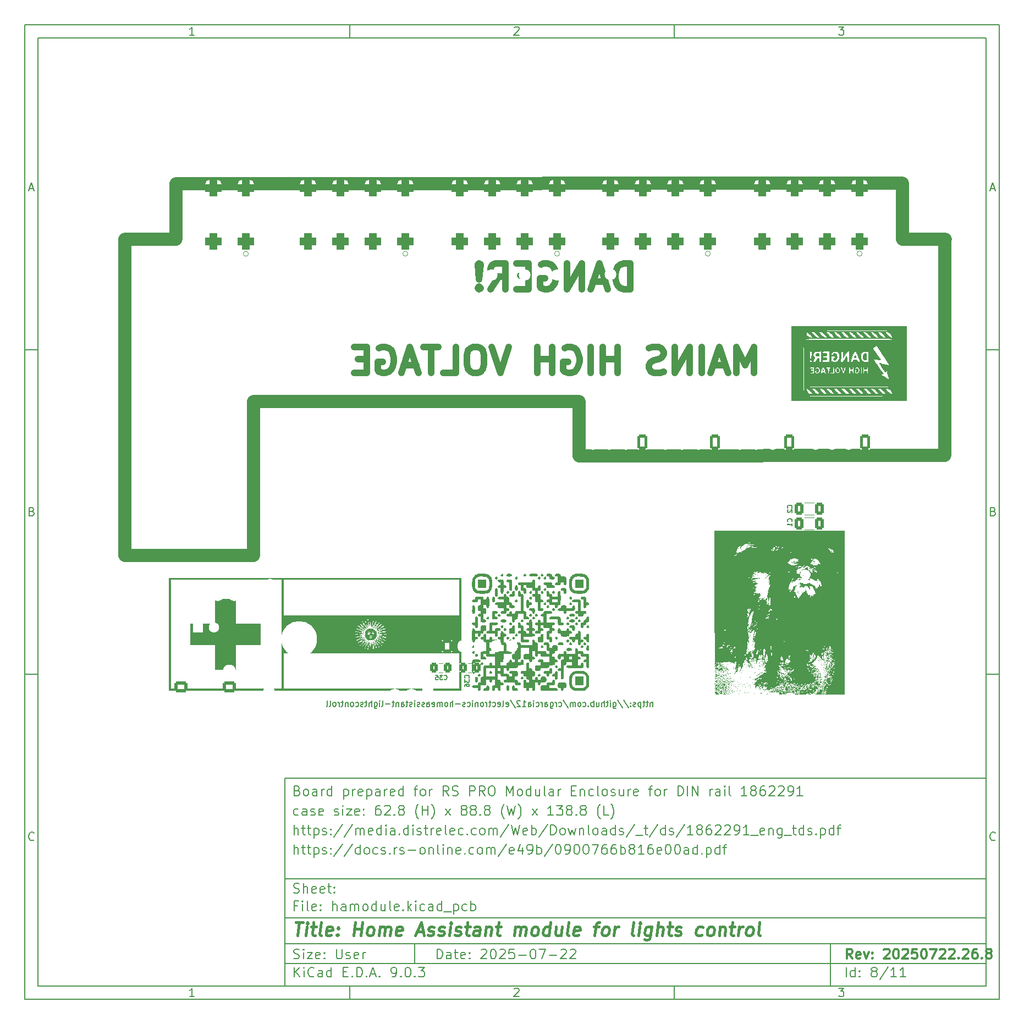
<source format=gbo>
%TF.GenerationSoftware,KiCad,Pcbnew,9.0.3*%
%TF.CreationDate,2025-07-28T22:00:09+02:00*%
%TF.ProjectId,hamodule,68616d6f-6475-46c6-952e-6b696361645f,20250722.26.8*%
%TF.SameCoordinates,Original*%
%TF.FileFunction,Legend,Bot*%
%TF.FilePolarity,Positive*%
%FSLAX46Y46*%
G04 Gerber Fmt 4.6, Leading zero omitted, Abs format (unit mm)*
G04 Created by KiCad (PCBNEW 9.0.3) date 2025-07-28 22:00:09*
%MOMM*%
%LPD*%
G01*
G04 APERTURE LIST*
G04 Aperture macros list*
%AMRoundRect*
0 Rectangle with rounded corners*
0 $1 Rounding radius*
0 $2 $3 $4 $5 $6 $7 $8 $9 X,Y pos of 4 corners*
0 Add a 4 corners polygon primitive as box body*
4,1,4,$2,$3,$4,$5,$6,$7,$8,$9,$2,$3,0*
0 Add four circle primitives for the rounded corners*
1,1,$1+$1,$2,$3*
1,1,$1+$1,$4,$5*
1,1,$1+$1,$6,$7*
1,1,$1+$1,$8,$9*
0 Add four rect primitives between the rounded corners*
20,1,$1+$1,$2,$3,$4,$5,0*
20,1,$1+$1,$4,$5,$6,$7,0*
20,1,$1+$1,$6,$7,$8,$9,0*
20,1,$1+$1,$8,$9,$2,$3,0*%
G04 Aperture macros list end*
%ADD10C,0.100000*%
%ADD11C,0.150000*%
%ADD12C,0.300000*%
%ADD13C,0.400000*%
%ADD14C,2.000000*%
%ADD15C,1.000000*%
%ADD16C,0.120000*%
%ADD17C,0.010000*%
%ADD18C,0.000000*%
%ADD19C,2.000000*%
%ADD20C,1.800000*%
%ADD21C,5.500000*%
%ADD22C,1.700000*%
%ADD23R,1.700000X1.700000*%
%ADD24RoundRect,0.250000X0.750000X-0.600000X0.750000X0.600000X-0.750000X0.600000X-0.750000X-0.600000X0*%
%ADD25O,2.000000X1.700000*%
%ADD26R,2.500000X2.500000*%
%ADD27C,2.500000*%
%ADD28R,1.905000X2.000000*%
%ADD29O,1.905000X2.000000*%
%ADD30RoundRect,0.625000X0.625000X0.625000X-0.625000X0.625000X-0.625000X-0.625000X0.625000X-0.625000X0*%
%ADD31RoundRect,0.250000X-0.550000X0.950000X-0.550000X-0.950000X0.550000X-0.950000X0.550000X0.950000X0*%
%ADD32O,1.600000X2.400000*%
%ADD33R,1.600000X1.600000*%
%ADD34C,1.600000*%
%ADD35R,2.000000X2.000000*%
%ADD36R,1.000000X1.000000*%
%ADD37C,0.650000*%
%ADD38O,1.000000X2.100000*%
%ADD39O,1.000000X1.600000*%
%ADD40RoundRect,0.250000X-0.600000X-0.725000X0.600000X-0.725000X0.600000X0.725000X-0.600000X0.725000X0*%
%ADD41O,1.700000X1.950000*%
%ADD42RoundRect,0.250000X0.412500X0.650000X-0.412500X0.650000X-0.412500X-0.650000X0.412500X-0.650000X0*%
%ADD43RoundRect,0.250000X0.337500X0.475000X-0.337500X0.475000X-0.337500X-0.475000X0.337500X-0.475000X0*%
%ADD44RoundRect,0.250000X-0.337500X-0.475000X0.337500X-0.475000X0.337500X0.475000X-0.337500X0.475000X0*%
G04 APERTURE END LIST*
D10*
D11*
X50002000Y-126002000D02*
X158002000Y-126002000D01*
X158002000Y-158002000D01*
X50002000Y-158002000D01*
X50002000Y-126002000D01*
D10*
D11*
X10000000Y-10000000D02*
X160002000Y-10000000D01*
X160002000Y-160002000D01*
X10000000Y-160002000D01*
X10000000Y-10000000D01*
D10*
D11*
X12000000Y-12000000D02*
X158002000Y-12000000D01*
X158002000Y-158002000D01*
X12000000Y-158002000D01*
X12000000Y-12000000D01*
D10*
D11*
X60000000Y-12000000D02*
X60000000Y-10000000D01*
D10*
D11*
X110000000Y-12000000D02*
X110000000Y-10000000D01*
D10*
D11*
X160000000Y-12000000D02*
X160000000Y-10000000D01*
D10*
D11*
X36089160Y-11593604D02*
X35346303Y-11593604D01*
X35717731Y-11593604D02*
X35717731Y-10293604D01*
X35717731Y-10293604D02*
X35593922Y-10479319D01*
X35593922Y-10479319D02*
X35470112Y-10603128D01*
X35470112Y-10603128D02*
X35346303Y-10665033D01*
D10*
D11*
X85346303Y-10417414D02*
X85408207Y-10355509D01*
X85408207Y-10355509D02*
X85532017Y-10293604D01*
X85532017Y-10293604D02*
X85841541Y-10293604D01*
X85841541Y-10293604D02*
X85965350Y-10355509D01*
X85965350Y-10355509D02*
X86027255Y-10417414D01*
X86027255Y-10417414D02*
X86089160Y-10541223D01*
X86089160Y-10541223D02*
X86089160Y-10665033D01*
X86089160Y-10665033D02*
X86027255Y-10850747D01*
X86027255Y-10850747D02*
X85284398Y-11593604D01*
X85284398Y-11593604D02*
X86089160Y-11593604D01*
D10*
D11*
X135284398Y-10293604D02*
X136089160Y-10293604D01*
X136089160Y-10293604D02*
X135655826Y-10788842D01*
X135655826Y-10788842D02*
X135841541Y-10788842D01*
X135841541Y-10788842D02*
X135965350Y-10850747D01*
X135965350Y-10850747D02*
X136027255Y-10912652D01*
X136027255Y-10912652D02*
X136089160Y-11036461D01*
X136089160Y-11036461D02*
X136089160Y-11345985D01*
X136089160Y-11345985D02*
X136027255Y-11469795D01*
X136027255Y-11469795D02*
X135965350Y-11531700D01*
X135965350Y-11531700D02*
X135841541Y-11593604D01*
X135841541Y-11593604D02*
X135470112Y-11593604D01*
X135470112Y-11593604D02*
X135346303Y-11531700D01*
X135346303Y-11531700D02*
X135284398Y-11469795D01*
D10*
D11*
X60000000Y-158002000D02*
X60000000Y-160002000D01*
D10*
D11*
X110000000Y-158002000D02*
X110000000Y-160002000D01*
D10*
D11*
X160000000Y-158002000D02*
X160000000Y-160002000D01*
D10*
D11*
X36089160Y-159595604D02*
X35346303Y-159595604D01*
X35717731Y-159595604D02*
X35717731Y-158295604D01*
X35717731Y-158295604D02*
X35593922Y-158481319D01*
X35593922Y-158481319D02*
X35470112Y-158605128D01*
X35470112Y-158605128D02*
X35346303Y-158667033D01*
D10*
D11*
X85346303Y-158419414D02*
X85408207Y-158357509D01*
X85408207Y-158357509D02*
X85532017Y-158295604D01*
X85532017Y-158295604D02*
X85841541Y-158295604D01*
X85841541Y-158295604D02*
X85965350Y-158357509D01*
X85965350Y-158357509D02*
X86027255Y-158419414D01*
X86027255Y-158419414D02*
X86089160Y-158543223D01*
X86089160Y-158543223D02*
X86089160Y-158667033D01*
X86089160Y-158667033D02*
X86027255Y-158852747D01*
X86027255Y-158852747D02*
X85284398Y-159595604D01*
X85284398Y-159595604D02*
X86089160Y-159595604D01*
D10*
D11*
X135284398Y-158295604D02*
X136089160Y-158295604D01*
X136089160Y-158295604D02*
X135655826Y-158790842D01*
X135655826Y-158790842D02*
X135841541Y-158790842D01*
X135841541Y-158790842D02*
X135965350Y-158852747D01*
X135965350Y-158852747D02*
X136027255Y-158914652D01*
X136027255Y-158914652D02*
X136089160Y-159038461D01*
X136089160Y-159038461D02*
X136089160Y-159347985D01*
X136089160Y-159347985D02*
X136027255Y-159471795D01*
X136027255Y-159471795D02*
X135965350Y-159533700D01*
X135965350Y-159533700D02*
X135841541Y-159595604D01*
X135841541Y-159595604D02*
X135470112Y-159595604D01*
X135470112Y-159595604D02*
X135346303Y-159533700D01*
X135346303Y-159533700D02*
X135284398Y-159471795D01*
D10*
D11*
X10000000Y-60000000D02*
X12000000Y-60000000D01*
D10*
D11*
X10000000Y-110000000D02*
X12000000Y-110000000D01*
D10*
D11*
X10000000Y-160000000D02*
X12000000Y-160000000D01*
D10*
D11*
X10690476Y-35222176D02*
X11309523Y-35222176D01*
X10566666Y-35593604D02*
X10999999Y-34293604D01*
X10999999Y-34293604D02*
X11433333Y-35593604D01*
D10*
D11*
X11092857Y-84912652D02*
X11278571Y-84974557D01*
X11278571Y-84974557D02*
X11340476Y-85036461D01*
X11340476Y-85036461D02*
X11402380Y-85160271D01*
X11402380Y-85160271D02*
X11402380Y-85345985D01*
X11402380Y-85345985D02*
X11340476Y-85469795D01*
X11340476Y-85469795D02*
X11278571Y-85531700D01*
X11278571Y-85531700D02*
X11154761Y-85593604D01*
X11154761Y-85593604D02*
X10659523Y-85593604D01*
X10659523Y-85593604D02*
X10659523Y-84293604D01*
X10659523Y-84293604D02*
X11092857Y-84293604D01*
X11092857Y-84293604D02*
X11216666Y-84355509D01*
X11216666Y-84355509D02*
X11278571Y-84417414D01*
X11278571Y-84417414D02*
X11340476Y-84541223D01*
X11340476Y-84541223D02*
X11340476Y-84665033D01*
X11340476Y-84665033D02*
X11278571Y-84788842D01*
X11278571Y-84788842D02*
X11216666Y-84850747D01*
X11216666Y-84850747D02*
X11092857Y-84912652D01*
X11092857Y-84912652D02*
X10659523Y-84912652D01*
D10*
D11*
X11402380Y-135469795D02*
X11340476Y-135531700D01*
X11340476Y-135531700D02*
X11154761Y-135593604D01*
X11154761Y-135593604D02*
X11030952Y-135593604D01*
X11030952Y-135593604D02*
X10845238Y-135531700D01*
X10845238Y-135531700D02*
X10721428Y-135407890D01*
X10721428Y-135407890D02*
X10659523Y-135284080D01*
X10659523Y-135284080D02*
X10597619Y-135036461D01*
X10597619Y-135036461D02*
X10597619Y-134850747D01*
X10597619Y-134850747D02*
X10659523Y-134603128D01*
X10659523Y-134603128D02*
X10721428Y-134479319D01*
X10721428Y-134479319D02*
X10845238Y-134355509D01*
X10845238Y-134355509D02*
X11030952Y-134293604D01*
X11030952Y-134293604D02*
X11154761Y-134293604D01*
X11154761Y-134293604D02*
X11340476Y-134355509D01*
X11340476Y-134355509D02*
X11402380Y-134417414D01*
D10*
D11*
X160002000Y-60000000D02*
X158002000Y-60000000D01*
D10*
D11*
X160002000Y-110000000D02*
X158002000Y-110000000D01*
D10*
D11*
X160002000Y-160000000D02*
X158002000Y-160000000D01*
D10*
D11*
X158692476Y-35222176D02*
X159311523Y-35222176D01*
X158568666Y-35593604D02*
X159001999Y-34293604D01*
X159001999Y-34293604D02*
X159435333Y-35593604D01*
D10*
D11*
X159094857Y-84912652D02*
X159280571Y-84974557D01*
X159280571Y-84974557D02*
X159342476Y-85036461D01*
X159342476Y-85036461D02*
X159404380Y-85160271D01*
X159404380Y-85160271D02*
X159404380Y-85345985D01*
X159404380Y-85345985D02*
X159342476Y-85469795D01*
X159342476Y-85469795D02*
X159280571Y-85531700D01*
X159280571Y-85531700D02*
X159156761Y-85593604D01*
X159156761Y-85593604D02*
X158661523Y-85593604D01*
X158661523Y-85593604D02*
X158661523Y-84293604D01*
X158661523Y-84293604D02*
X159094857Y-84293604D01*
X159094857Y-84293604D02*
X159218666Y-84355509D01*
X159218666Y-84355509D02*
X159280571Y-84417414D01*
X159280571Y-84417414D02*
X159342476Y-84541223D01*
X159342476Y-84541223D02*
X159342476Y-84665033D01*
X159342476Y-84665033D02*
X159280571Y-84788842D01*
X159280571Y-84788842D02*
X159218666Y-84850747D01*
X159218666Y-84850747D02*
X159094857Y-84912652D01*
X159094857Y-84912652D02*
X158661523Y-84912652D01*
D10*
D11*
X159404380Y-135469795D02*
X159342476Y-135531700D01*
X159342476Y-135531700D02*
X159156761Y-135593604D01*
X159156761Y-135593604D02*
X159032952Y-135593604D01*
X159032952Y-135593604D02*
X158847238Y-135531700D01*
X158847238Y-135531700D02*
X158723428Y-135407890D01*
X158723428Y-135407890D02*
X158661523Y-135284080D01*
X158661523Y-135284080D02*
X158599619Y-135036461D01*
X158599619Y-135036461D02*
X158599619Y-134850747D01*
X158599619Y-134850747D02*
X158661523Y-134603128D01*
X158661523Y-134603128D02*
X158723428Y-134479319D01*
X158723428Y-134479319D02*
X158847238Y-134355509D01*
X158847238Y-134355509D02*
X159032952Y-134293604D01*
X159032952Y-134293604D02*
X159156761Y-134293604D01*
X159156761Y-134293604D02*
X159342476Y-134355509D01*
X159342476Y-134355509D02*
X159404380Y-134417414D01*
D10*
D11*
X73457826Y-153788128D02*
X73457826Y-152288128D01*
X73457826Y-152288128D02*
X73814969Y-152288128D01*
X73814969Y-152288128D02*
X74029255Y-152359557D01*
X74029255Y-152359557D02*
X74172112Y-152502414D01*
X74172112Y-152502414D02*
X74243541Y-152645271D01*
X74243541Y-152645271D02*
X74314969Y-152930985D01*
X74314969Y-152930985D02*
X74314969Y-153145271D01*
X74314969Y-153145271D02*
X74243541Y-153430985D01*
X74243541Y-153430985D02*
X74172112Y-153573842D01*
X74172112Y-153573842D02*
X74029255Y-153716700D01*
X74029255Y-153716700D02*
X73814969Y-153788128D01*
X73814969Y-153788128D02*
X73457826Y-153788128D01*
X75600684Y-153788128D02*
X75600684Y-153002414D01*
X75600684Y-153002414D02*
X75529255Y-152859557D01*
X75529255Y-152859557D02*
X75386398Y-152788128D01*
X75386398Y-152788128D02*
X75100684Y-152788128D01*
X75100684Y-152788128D02*
X74957826Y-152859557D01*
X75600684Y-153716700D02*
X75457826Y-153788128D01*
X75457826Y-153788128D02*
X75100684Y-153788128D01*
X75100684Y-153788128D02*
X74957826Y-153716700D01*
X74957826Y-153716700D02*
X74886398Y-153573842D01*
X74886398Y-153573842D02*
X74886398Y-153430985D01*
X74886398Y-153430985D02*
X74957826Y-153288128D01*
X74957826Y-153288128D02*
X75100684Y-153216700D01*
X75100684Y-153216700D02*
X75457826Y-153216700D01*
X75457826Y-153216700D02*
X75600684Y-153145271D01*
X76100684Y-152788128D02*
X76672112Y-152788128D01*
X76314969Y-152288128D02*
X76314969Y-153573842D01*
X76314969Y-153573842D02*
X76386398Y-153716700D01*
X76386398Y-153716700D02*
X76529255Y-153788128D01*
X76529255Y-153788128D02*
X76672112Y-153788128D01*
X77743541Y-153716700D02*
X77600684Y-153788128D01*
X77600684Y-153788128D02*
X77314970Y-153788128D01*
X77314970Y-153788128D02*
X77172112Y-153716700D01*
X77172112Y-153716700D02*
X77100684Y-153573842D01*
X77100684Y-153573842D02*
X77100684Y-153002414D01*
X77100684Y-153002414D02*
X77172112Y-152859557D01*
X77172112Y-152859557D02*
X77314970Y-152788128D01*
X77314970Y-152788128D02*
X77600684Y-152788128D01*
X77600684Y-152788128D02*
X77743541Y-152859557D01*
X77743541Y-152859557D02*
X77814970Y-153002414D01*
X77814970Y-153002414D02*
X77814970Y-153145271D01*
X77814970Y-153145271D02*
X77100684Y-153288128D01*
X78457826Y-153645271D02*
X78529255Y-153716700D01*
X78529255Y-153716700D02*
X78457826Y-153788128D01*
X78457826Y-153788128D02*
X78386398Y-153716700D01*
X78386398Y-153716700D02*
X78457826Y-153645271D01*
X78457826Y-153645271D02*
X78457826Y-153788128D01*
X78457826Y-152859557D02*
X78529255Y-152930985D01*
X78529255Y-152930985D02*
X78457826Y-153002414D01*
X78457826Y-153002414D02*
X78386398Y-152930985D01*
X78386398Y-152930985D02*
X78457826Y-152859557D01*
X78457826Y-152859557D02*
X78457826Y-153002414D01*
X80243541Y-152430985D02*
X80314969Y-152359557D01*
X80314969Y-152359557D02*
X80457827Y-152288128D01*
X80457827Y-152288128D02*
X80814969Y-152288128D01*
X80814969Y-152288128D02*
X80957827Y-152359557D01*
X80957827Y-152359557D02*
X81029255Y-152430985D01*
X81029255Y-152430985D02*
X81100684Y-152573842D01*
X81100684Y-152573842D02*
X81100684Y-152716700D01*
X81100684Y-152716700D02*
X81029255Y-152930985D01*
X81029255Y-152930985D02*
X80172112Y-153788128D01*
X80172112Y-153788128D02*
X81100684Y-153788128D01*
X82029255Y-152288128D02*
X82172112Y-152288128D01*
X82172112Y-152288128D02*
X82314969Y-152359557D01*
X82314969Y-152359557D02*
X82386398Y-152430985D01*
X82386398Y-152430985D02*
X82457826Y-152573842D01*
X82457826Y-152573842D02*
X82529255Y-152859557D01*
X82529255Y-152859557D02*
X82529255Y-153216700D01*
X82529255Y-153216700D02*
X82457826Y-153502414D01*
X82457826Y-153502414D02*
X82386398Y-153645271D01*
X82386398Y-153645271D02*
X82314969Y-153716700D01*
X82314969Y-153716700D02*
X82172112Y-153788128D01*
X82172112Y-153788128D02*
X82029255Y-153788128D01*
X82029255Y-153788128D02*
X81886398Y-153716700D01*
X81886398Y-153716700D02*
X81814969Y-153645271D01*
X81814969Y-153645271D02*
X81743540Y-153502414D01*
X81743540Y-153502414D02*
X81672112Y-153216700D01*
X81672112Y-153216700D02*
X81672112Y-152859557D01*
X81672112Y-152859557D02*
X81743540Y-152573842D01*
X81743540Y-152573842D02*
X81814969Y-152430985D01*
X81814969Y-152430985D02*
X81886398Y-152359557D01*
X81886398Y-152359557D02*
X82029255Y-152288128D01*
X83100683Y-152430985D02*
X83172111Y-152359557D01*
X83172111Y-152359557D02*
X83314969Y-152288128D01*
X83314969Y-152288128D02*
X83672111Y-152288128D01*
X83672111Y-152288128D02*
X83814969Y-152359557D01*
X83814969Y-152359557D02*
X83886397Y-152430985D01*
X83886397Y-152430985D02*
X83957826Y-152573842D01*
X83957826Y-152573842D02*
X83957826Y-152716700D01*
X83957826Y-152716700D02*
X83886397Y-152930985D01*
X83886397Y-152930985D02*
X83029254Y-153788128D01*
X83029254Y-153788128D02*
X83957826Y-153788128D01*
X85314968Y-152288128D02*
X84600682Y-152288128D01*
X84600682Y-152288128D02*
X84529254Y-153002414D01*
X84529254Y-153002414D02*
X84600682Y-152930985D01*
X84600682Y-152930985D02*
X84743540Y-152859557D01*
X84743540Y-152859557D02*
X85100682Y-152859557D01*
X85100682Y-152859557D02*
X85243540Y-152930985D01*
X85243540Y-152930985D02*
X85314968Y-153002414D01*
X85314968Y-153002414D02*
X85386397Y-153145271D01*
X85386397Y-153145271D02*
X85386397Y-153502414D01*
X85386397Y-153502414D02*
X85314968Y-153645271D01*
X85314968Y-153645271D02*
X85243540Y-153716700D01*
X85243540Y-153716700D02*
X85100682Y-153788128D01*
X85100682Y-153788128D02*
X84743540Y-153788128D01*
X84743540Y-153788128D02*
X84600682Y-153716700D01*
X84600682Y-153716700D02*
X84529254Y-153645271D01*
X86029253Y-153216700D02*
X87172111Y-153216700D01*
X88172111Y-152288128D02*
X88314968Y-152288128D01*
X88314968Y-152288128D02*
X88457825Y-152359557D01*
X88457825Y-152359557D02*
X88529254Y-152430985D01*
X88529254Y-152430985D02*
X88600682Y-152573842D01*
X88600682Y-152573842D02*
X88672111Y-152859557D01*
X88672111Y-152859557D02*
X88672111Y-153216700D01*
X88672111Y-153216700D02*
X88600682Y-153502414D01*
X88600682Y-153502414D02*
X88529254Y-153645271D01*
X88529254Y-153645271D02*
X88457825Y-153716700D01*
X88457825Y-153716700D02*
X88314968Y-153788128D01*
X88314968Y-153788128D02*
X88172111Y-153788128D01*
X88172111Y-153788128D02*
X88029254Y-153716700D01*
X88029254Y-153716700D02*
X87957825Y-153645271D01*
X87957825Y-153645271D02*
X87886396Y-153502414D01*
X87886396Y-153502414D02*
X87814968Y-153216700D01*
X87814968Y-153216700D02*
X87814968Y-152859557D01*
X87814968Y-152859557D02*
X87886396Y-152573842D01*
X87886396Y-152573842D02*
X87957825Y-152430985D01*
X87957825Y-152430985D02*
X88029254Y-152359557D01*
X88029254Y-152359557D02*
X88172111Y-152288128D01*
X89172110Y-152288128D02*
X90172110Y-152288128D01*
X90172110Y-152288128D02*
X89529253Y-153788128D01*
X90743538Y-153216700D02*
X91886396Y-153216700D01*
X92529253Y-152430985D02*
X92600681Y-152359557D01*
X92600681Y-152359557D02*
X92743539Y-152288128D01*
X92743539Y-152288128D02*
X93100681Y-152288128D01*
X93100681Y-152288128D02*
X93243539Y-152359557D01*
X93243539Y-152359557D02*
X93314967Y-152430985D01*
X93314967Y-152430985D02*
X93386396Y-152573842D01*
X93386396Y-152573842D02*
X93386396Y-152716700D01*
X93386396Y-152716700D02*
X93314967Y-152930985D01*
X93314967Y-152930985D02*
X92457824Y-153788128D01*
X92457824Y-153788128D02*
X93386396Y-153788128D01*
X93957824Y-152430985D02*
X94029252Y-152359557D01*
X94029252Y-152359557D02*
X94172110Y-152288128D01*
X94172110Y-152288128D02*
X94529252Y-152288128D01*
X94529252Y-152288128D02*
X94672110Y-152359557D01*
X94672110Y-152359557D02*
X94743538Y-152430985D01*
X94743538Y-152430985D02*
X94814967Y-152573842D01*
X94814967Y-152573842D02*
X94814967Y-152716700D01*
X94814967Y-152716700D02*
X94743538Y-152930985D01*
X94743538Y-152930985D02*
X93886395Y-153788128D01*
X93886395Y-153788128D02*
X94814967Y-153788128D01*
D10*
D11*
X50002000Y-154502000D02*
X158002000Y-154502000D01*
D10*
D11*
X51457826Y-156588128D02*
X51457826Y-155088128D01*
X52314969Y-156588128D02*
X51672112Y-155730985D01*
X52314969Y-155088128D02*
X51457826Y-155945271D01*
X52957826Y-156588128D02*
X52957826Y-155588128D01*
X52957826Y-155088128D02*
X52886398Y-155159557D01*
X52886398Y-155159557D02*
X52957826Y-155230985D01*
X52957826Y-155230985D02*
X53029255Y-155159557D01*
X53029255Y-155159557D02*
X52957826Y-155088128D01*
X52957826Y-155088128D02*
X52957826Y-155230985D01*
X54529255Y-156445271D02*
X54457827Y-156516700D01*
X54457827Y-156516700D02*
X54243541Y-156588128D01*
X54243541Y-156588128D02*
X54100684Y-156588128D01*
X54100684Y-156588128D02*
X53886398Y-156516700D01*
X53886398Y-156516700D02*
X53743541Y-156373842D01*
X53743541Y-156373842D02*
X53672112Y-156230985D01*
X53672112Y-156230985D02*
X53600684Y-155945271D01*
X53600684Y-155945271D02*
X53600684Y-155730985D01*
X53600684Y-155730985D02*
X53672112Y-155445271D01*
X53672112Y-155445271D02*
X53743541Y-155302414D01*
X53743541Y-155302414D02*
X53886398Y-155159557D01*
X53886398Y-155159557D02*
X54100684Y-155088128D01*
X54100684Y-155088128D02*
X54243541Y-155088128D01*
X54243541Y-155088128D02*
X54457827Y-155159557D01*
X54457827Y-155159557D02*
X54529255Y-155230985D01*
X55814970Y-156588128D02*
X55814970Y-155802414D01*
X55814970Y-155802414D02*
X55743541Y-155659557D01*
X55743541Y-155659557D02*
X55600684Y-155588128D01*
X55600684Y-155588128D02*
X55314970Y-155588128D01*
X55314970Y-155588128D02*
X55172112Y-155659557D01*
X55814970Y-156516700D02*
X55672112Y-156588128D01*
X55672112Y-156588128D02*
X55314970Y-156588128D01*
X55314970Y-156588128D02*
X55172112Y-156516700D01*
X55172112Y-156516700D02*
X55100684Y-156373842D01*
X55100684Y-156373842D02*
X55100684Y-156230985D01*
X55100684Y-156230985D02*
X55172112Y-156088128D01*
X55172112Y-156088128D02*
X55314970Y-156016700D01*
X55314970Y-156016700D02*
X55672112Y-156016700D01*
X55672112Y-156016700D02*
X55814970Y-155945271D01*
X57172113Y-156588128D02*
X57172113Y-155088128D01*
X57172113Y-156516700D02*
X57029255Y-156588128D01*
X57029255Y-156588128D02*
X56743541Y-156588128D01*
X56743541Y-156588128D02*
X56600684Y-156516700D01*
X56600684Y-156516700D02*
X56529255Y-156445271D01*
X56529255Y-156445271D02*
X56457827Y-156302414D01*
X56457827Y-156302414D02*
X56457827Y-155873842D01*
X56457827Y-155873842D02*
X56529255Y-155730985D01*
X56529255Y-155730985D02*
X56600684Y-155659557D01*
X56600684Y-155659557D02*
X56743541Y-155588128D01*
X56743541Y-155588128D02*
X57029255Y-155588128D01*
X57029255Y-155588128D02*
X57172113Y-155659557D01*
X59029255Y-155802414D02*
X59529255Y-155802414D01*
X59743541Y-156588128D02*
X59029255Y-156588128D01*
X59029255Y-156588128D02*
X59029255Y-155088128D01*
X59029255Y-155088128D02*
X59743541Y-155088128D01*
X60386398Y-156445271D02*
X60457827Y-156516700D01*
X60457827Y-156516700D02*
X60386398Y-156588128D01*
X60386398Y-156588128D02*
X60314970Y-156516700D01*
X60314970Y-156516700D02*
X60386398Y-156445271D01*
X60386398Y-156445271D02*
X60386398Y-156588128D01*
X61100684Y-156588128D02*
X61100684Y-155088128D01*
X61100684Y-155088128D02*
X61457827Y-155088128D01*
X61457827Y-155088128D02*
X61672113Y-155159557D01*
X61672113Y-155159557D02*
X61814970Y-155302414D01*
X61814970Y-155302414D02*
X61886399Y-155445271D01*
X61886399Y-155445271D02*
X61957827Y-155730985D01*
X61957827Y-155730985D02*
X61957827Y-155945271D01*
X61957827Y-155945271D02*
X61886399Y-156230985D01*
X61886399Y-156230985D02*
X61814970Y-156373842D01*
X61814970Y-156373842D02*
X61672113Y-156516700D01*
X61672113Y-156516700D02*
X61457827Y-156588128D01*
X61457827Y-156588128D02*
X61100684Y-156588128D01*
X62600684Y-156445271D02*
X62672113Y-156516700D01*
X62672113Y-156516700D02*
X62600684Y-156588128D01*
X62600684Y-156588128D02*
X62529256Y-156516700D01*
X62529256Y-156516700D02*
X62600684Y-156445271D01*
X62600684Y-156445271D02*
X62600684Y-156588128D01*
X63243542Y-156159557D02*
X63957828Y-156159557D01*
X63100685Y-156588128D02*
X63600685Y-155088128D01*
X63600685Y-155088128D02*
X64100685Y-156588128D01*
X64600684Y-156445271D02*
X64672113Y-156516700D01*
X64672113Y-156516700D02*
X64600684Y-156588128D01*
X64600684Y-156588128D02*
X64529256Y-156516700D01*
X64529256Y-156516700D02*
X64600684Y-156445271D01*
X64600684Y-156445271D02*
X64600684Y-156588128D01*
X66529256Y-156588128D02*
X66814970Y-156588128D01*
X66814970Y-156588128D02*
X66957827Y-156516700D01*
X66957827Y-156516700D02*
X67029256Y-156445271D01*
X67029256Y-156445271D02*
X67172113Y-156230985D01*
X67172113Y-156230985D02*
X67243542Y-155945271D01*
X67243542Y-155945271D02*
X67243542Y-155373842D01*
X67243542Y-155373842D02*
X67172113Y-155230985D01*
X67172113Y-155230985D02*
X67100685Y-155159557D01*
X67100685Y-155159557D02*
X66957827Y-155088128D01*
X66957827Y-155088128D02*
X66672113Y-155088128D01*
X66672113Y-155088128D02*
X66529256Y-155159557D01*
X66529256Y-155159557D02*
X66457827Y-155230985D01*
X66457827Y-155230985D02*
X66386399Y-155373842D01*
X66386399Y-155373842D02*
X66386399Y-155730985D01*
X66386399Y-155730985D02*
X66457827Y-155873842D01*
X66457827Y-155873842D02*
X66529256Y-155945271D01*
X66529256Y-155945271D02*
X66672113Y-156016700D01*
X66672113Y-156016700D02*
X66957827Y-156016700D01*
X66957827Y-156016700D02*
X67100685Y-155945271D01*
X67100685Y-155945271D02*
X67172113Y-155873842D01*
X67172113Y-155873842D02*
X67243542Y-155730985D01*
X67886398Y-156445271D02*
X67957827Y-156516700D01*
X67957827Y-156516700D02*
X67886398Y-156588128D01*
X67886398Y-156588128D02*
X67814970Y-156516700D01*
X67814970Y-156516700D02*
X67886398Y-156445271D01*
X67886398Y-156445271D02*
X67886398Y-156588128D01*
X68886399Y-155088128D02*
X69029256Y-155088128D01*
X69029256Y-155088128D02*
X69172113Y-155159557D01*
X69172113Y-155159557D02*
X69243542Y-155230985D01*
X69243542Y-155230985D02*
X69314970Y-155373842D01*
X69314970Y-155373842D02*
X69386399Y-155659557D01*
X69386399Y-155659557D02*
X69386399Y-156016700D01*
X69386399Y-156016700D02*
X69314970Y-156302414D01*
X69314970Y-156302414D02*
X69243542Y-156445271D01*
X69243542Y-156445271D02*
X69172113Y-156516700D01*
X69172113Y-156516700D02*
X69029256Y-156588128D01*
X69029256Y-156588128D02*
X68886399Y-156588128D01*
X68886399Y-156588128D02*
X68743542Y-156516700D01*
X68743542Y-156516700D02*
X68672113Y-156445271D01*
X68672113Y-156445271D02*
X68600684Y-156302414D01*
X68600684Y-156302414D02*
X68529256Y-156016700D01*
X68529256Y-156016700D02*
X68529256Y-155659557D01*
X68529256Y-155659557D02*
X68600684Y-155373842D01*
X68600684Y-155373842D02*
X68672113Y-155230985D01*
X68672113Y-155230985D02*
X68743542Y-155159557D01*
X68743542Y-155159557D02*
X68886399Y-155088128D01*
X70029255Y-156445271D02*
X70100684Y-156516700D01*
X70100684Y-156516700D02*
X70029255Y-156588128D01*
X70029255Y-156588128D02*
X69957827Y-156516700D01*
X69957827Y-156516700D02*
X70029255Y-156445271D01*
X70029255Y-156445271D02*
X70029255Y-156588128D01*
X70600684Y-155088128D02*
X71529256Y-155088128D01*
X71529256Y-155088128D02*
X71029256Y-155659557D01*
X71029256Y-155659557D02*
X71243541Y-155659557D01*
X71243541Y-155659557D02*
X71386399Y-155730985D01*
X71386399Y-155730985D02*
X71457827Y-155802414D01*
X71457827Y-155802414D02*
X71529256Y-155945271D01*
X71529256Y-155945271D02*
X71529256Y-156302414D01*
X71529256Y-156302414D02*
X71457827Y-156445271D01*
X71457827Y-156445271D02*
X71386399Y-156516700D01*
X71386399Y-156516700D02*
X71243541Y-156588128D01*
X71243541Y-156588128D02*
X70814970Y-156588128D01*
X70814970Y-156588128D02*
X70672113Y-156516700D01*
X70672113Y-156516700D02*
X70600684Y-156445271D01*
D10*
D11*
X50002000Y-151502000D02*
X158002000Y-151502000D01*
D10*
D12*
X137413653Y-153780328D02*
X136913653Y-153066042D01*
X136556510Y-153780328D02*
X136556510Y-152280328D01*
X136556510Y-152280328D02*
X137127939Y-152280328D01*
X137127939Y-152280328D02*
X137270796Y-152351757D01*
X137270796Y-152351757D02*
X137342225Y-152423185D01*
X137342225Y-152423185D02*
X137413653Y-152566042D01*
X137413653Y-152566042D02*
X137413653Y-152780328D01*
X137413653Y-152780328D02*
X137342225Y-152923185D01*
X137342225Y-152923185D02*
X137270796Y-152994614D01*
X137270796Y-152994614D02*
X137127939Y-153066042D01*
X137127939Y-153066042D02*
X136556510Y-153066042D01*
X138627939Y-153708900D02*
X138485082Y-153780328D01*
X138485082Y-153780328D02*
X138199368Y-153780328D01*
X138199368Y-153780328D02*
X138056510Y-153708900D01*
X138056510Y-153708900D02*
X137985082Y-153566042D01*
X137985082Y-153566042D02*
X137985082Y-152994614D01*
X137985082Y-152994614D02*
X138056510Y-152851757D01*
X138056510Y-152851757D02*
X138199368Y-152780328D01*
X138199368Y-152780328D02*
X138485082Y-152780328D01*
X138485082Y-152780328D02*
X138627939Y-152851757D01*
X138627939Y-152851757D02*
X138699368Y-152994614D01*
X138699368Y-152994614D02*
X138699368Y-153137471D01*
X138699368Y-153137471D02*
X137985082Y-153280328D01*
X139199367Y-152780328D02*
X139556510Y-153780328D01*
X139556510Y-153780328D02*
X139913653Y-152780328D01*
X140485081Y-153637471D02*
X140556510Y-153708900D01*
X140556510Y-153708900D02*
X140485081Y-153780328D01*
X140485081Y-153780328D02*
X140413653Y-153708900D01*
X140413653Y-153708900D02*
X140485081Y-153637471D01*
X140485081Y-153637471D02*
X140485081Y-153780328D01*
X140485081Y-152851757D02*
X140556510Y-152923185D01*
X140556510Y-152923185D02*
X140485081Y-152994614D01*
X140485081Y-152994614D02*
X140413653Y-152923185D01*
X140413653Y-152923185D02*
X140485081Y-152851757D01*
X140485081Y-152851757D02*
X140485081Y-152994614D01*
X142270796Y-152423185D02*
X142342224Y-152351757D01*
X142342224Y-152351757D02*
X142485082Y-152280328D01*
X142485082Y-152280328D02*
X142842224Y-152280328D01*
X142842224Y-152280328D02*
X142985082Y-152351757D01*
X142985082Y-152351757D02*
X143056510Y-152423185D01*
X143056510Y-152423185D02*
X143127939Y-152566042D01*
X143127939Y-152566042D02*
X143127939Y-152708900D01*
X143127939Y-152708900D02*
X143056510Y-152923185D01*
X143056510Y-152923185D02*
X142199367Y-153780328D01*
X142199367Y-153780328D02*
X143127939Y-153780328D01*
X144056510Y-152280328D02*
X144199367Y-152280328D01*
X144199367Y-152280328D02*
X144342224Y-152351757D01*
X144342224Y-152351757D02*
X144413653Y-152423185D01*
X144413653Y-152423185D02*
X144485081Y-152566042D01*
X144485081Y-152566042D02*
X144556510Y-152851757D01*
X144556510Y-152851757D02*
X144556510Y-153208900D01*
X144556510Y-153208900D02*
X144485081Y-153494614D01*
X144485081Y-153494614D02*
X144413653Y-153637471D01*
X144413653Y-153637471D02*
X144342224Y-153708900D01*
X144342224Y-153708900D02*
X144199367Y-153780328D01*
X144199367Y-153780328D02*
X144056510Y-153780328D01*
X144056510Y-153780328D02*
X143913653Y-153708900D01*
X143913653Y-153708900D02*
X143842224Y-153637471D01*
X143842224Y-153637471D02*
X143770795Y-153494614D01*
X143770795Y-153494614D02*
X143699367Y-153208900D01*
X143699367Y-153208900D02*
X143699367Y-152851757D01*
X143699367Y-152851757D02*
X143770795Y-152566042D01*
X143770795Y-152566042D02*
X143842224Y-152423185D01*
X143842224Y-152423185D02*
X143913653Y-152351757D01*
X143913653Y-152351757D02*
X144056510Y-152280328D01*
X145127938Y-152423185D02*
X145199366Y-152351757D01*
X145199366Y-152351757D02*
X145342224Y-152280328D01*
X145342224Y-152280328D02*
X145699366Y-152280328D01*
X145699366Y-152280328D02*
X145842224Y-152351757D01*
X145842224Y-152351757D02*
X145913652Y-152423185D01*
X145913652Y-152423185D02*
X145985081Y-152566042D01*
X145985081Y-152566042D02*
X145985081Y-152708900D01*
X145985081Y-152708900D02*
X145913652Y-152923185D01*
X145913652Y-152923185D02*
X145056509Y-153780328D01*
X145056509Y-153780328D02*
X145985081Y-153780328D01*
X147342223Y-152280328D02*
X146627937Y-152280328D01*
X146627937Y-152280328D02*
X146556509Y-152994614D01*
X146556509Y-152994614D02*
X146627937Y-152923185D01*
X146627937Y-152923185D02*
X146770795Y-152851757D01*
X146770795Y-152851757D02*
X147127937Y-152851757D01*
X147127937Y-152851757D02*
X147270795Y-152923185D01*
X147270795Y-152923185D02*
X147342223Y-152994614D01*
X147342223Y-152994614D02*
X147413652Y-153137471D01*
X147413652Y-153137471D02*
X147413652Y-153494614D01*
X147413652Y-153494614D02*
X147342223Y-153637471D01*
X147342223Y-153637471D02*
X147270795Y-153708900D01*
X147270795Y-153708900D02*
X147127937Y-153780328D01*
X147127937Y-153780328D02*
X146770795Y-153780328D01*
X146770795Y-153780328D02*
X146627937Y-153708900D01*
X146627937Y-153708900D02*
X146556509Y-153637471D01*
X148342223Y-152280328D02*
X148485080Y-152280328D01*
X148485080Y-152280328D02*
X148627937Y-152351757D01*
X148627937Y-152351757D02*
X148699366Y-152423185D01*
X148699366Y-152423185D02*
X148770794Y-152566042D01*
X148770794Y-152566042D02*
X148842223Y-152851757D01*
X148842223Y-152851757D02*
X148842223Y-153208900D01*
X148842223Y-153208900D02*
X148770794Y-153494614D01*
X148770794Y-153494614D02*
X148699366Y-153637471D01*
X148699366Y-153637471D02*
X148627937Y-153708900D01*
X148627937Y-153708900D02*
X148485080Y-153780328D01*
X148485080Y-153780328D02*
X148342223Y-153780328D01*
X148342223Y-153780328D02*
X148199366Y-153708900D01*
X148199366Y-153708900D02*
X148127937Y-153637471D01*
X148127937Y-153637471D02*
X148056508Y-153494614D01*
X148056508Y-153494614D02*
X147985080Y-153208900D01*
X147985080Y-153208900D02*
X147985080Y-152851757D01*
X147985080Y-152851757D02*
X148056508Y-152566042D01*
X148056508Y-152566042D02*
X148127937Y-152423185D01*
X148127937Y-152423185D02*
X148199366Y-152351757D01*
X148199366Y-152351757D02*
X148342223Y-152280328D01*
X149342222Y-152280328D02*
X150342222Y-152280328D01*
X150342222Y-152280328D02*
X149699365Y-153780328D01*
X150842222Y-152423185D02*
X150913650Y-152351757D01*
X150913650Y-152351757D02*
X151056508Y-152280328D01*
X151056508Y-152280328D02*
X151413650Y-152280328D01*
X151413650Y-152280328D02*
X151556508Y-152351757D01*
X151556508Y-152351757D02*
X151627936Y-152423185D01*
X151627936Y-152423185D02*
X151699365Y-152566042D01*
X151699365Y-152566042D02*
X151699365Y-152708900D01*
X151699365Y-152708900D02*
X151627936Y-152923185D01*
X151627936Y-152923185D02*
X150770793Y-153780328D01*
X150770793Y-153780328D02*
X151699365Y-153780328D01*
X152270793Y-152423185D02*
X152342221Y-152351757D01*
X152342221Y-152351757D02*
X152485079Y-152280328D01*
X152485079Y-152280328D02*
X152842221Y-152280328D01*
X152842221Y-152280328D02*
X152985079Y-152351757D01*
X152985079Y-152351757D02*
X153056507Y-152423185D01*
X153056507Y-152423185D02*
X153127936Y-152566042D01*
X153127936Y-152566042D02*
X153127936Y-152708900D01*
X153127936Y-152708900D02*
X153056507Y-152923185D01*
X153056507Y-152923185D02*
X152199364Y-153780328D01*
X152199364Y-153780328D02*
X153127936Y-153780328D01*
X153770792Y-153637471D02*
X153842221Y-153708900D01*
X153842221Y-153708900D02*
X153770792Y-153780328D01*
X153770792Y-153780328D02*
X153699364Y-153708900D01*
X153699364Y-153708900D02*
X153770792Y-153637471D01*
X153770792Y-153637471D02*
X153770792Y-153780328D01*
X154413650Y-152423185D02*
X154485078Y-152351757D01*
X154485078Y-152351757D02*
X154627936Y-152280328D01*
X154627936Y-152280328D02*
X154985078Y-152280328D01*
X154985078Y-152280328D02*
X155127936Y-152351757D01*
X155127936Y-152351757D02*
X155199364Y-152423185D01*
X155199364Y-152423185D02*
X155270793Y-152566042D01*
X155270793Y-152566042D02*
X155270793Y-152708900D01*
X155270793Y-152708900D02*
X155199364Y-152923185D01*
X155199364Y-152923185D02*
X154342221Y-153780328D01*
X154342221Y-153780328D02*
X155270793Y-153780328D01*
X156556507Y-152280328D02*
X156270792Y-152280328D01*
X156270792Y-152280328D02*
X156127935Y-152351757D01*
X156127935Y-152351757D02*
X156056507Y-152423185D01*
X156056507Y-152423185D02*
X155913649Y-152637471D01*
X155913649Y-152637471D02*
X155842221Y-152923185D01*
X155842221Y-152923185D02*
X155842221Y-153494614D01*
X155842221Y-153494614D02*
X155913649Y-153637471D01*
X155913649Y-153637471D02*
X155985078Y-153708900D01*
X155985078Y-153708900D02*
X156127935Y-153780328D01*
X156127935Y-153780328D02*
X156413649Y-153780328D01*
X156413649Y-153780328D02*
X156556507Y-153708900D01*
X156556507Y-153708900D02*
X156627935Y-153637471D01*
X156627935Y-153637471D02*
X156699364Y-153494614D01*
X156699364Y-153494614D02*
X156699364Y-153137471D01*
X156699364Y-153137471D02*
X156627935Y-152994614D01*
X156627935Y-152994614D02*
X156556507Y-152923185D01*
X156556507Y-152923185D02*
X156413649Y-152851757D01*
X156413649Y-152851757D02*
X156127935Y-152851757D01*
X156127935Y-152851757D02*
X155985078Y-152923185D01*
X155985078Y-152923185D02*
X155913649Y-152994614D01*
X155913649Y-152994614D02*
X155842221Y-153137471D01*
X157342220Y-153637471D02*
X157413649Y-153708900D01*
X157413649Y-153708900D02*
X157342220Y-153780328D01*
X157342220Y-153780328D02*
X157270792Y-153708900D01*
X157270792Y-153708900D02*
X157342220Y-153637471D01*
X157342220Y-153637471D02*
X157342220Y-153780328D01*
X158270792Y-152923185D02*
X158127935Y-152851757D01*
X158127935Y-152851757D02*
X158056506Y-152780328D01*
X158056506Y-152780328D02*
X157985078Y-152637471D01*
X157985078Y-152637471D02*
X157985078Y-152566042D01*
X157985078Y-152566042D02*
X158056506Y-152423185D01*
X158056506Y-152423185D02*
X158127935Y-152351757D01*
X158127935Y-152351757D02*
X158270792Y-152280328D01*
X158270792Y-152280328D02*
X158556506Y-152280328D01*
X158556506Y-152280328D02*
X158699364Y-152351757D01*
X158699364Y-152351757D02*
X158770792Y-152423185D01*
X158770792Y-152423185D02*
X158842221Y-152566042D01*
X158842221Y-152566042D02*
X158842221Y-152637471D01*
X158842221Y-152637471D02*
X158770792Y-152780328D01*
X158770792Y-152780328D02*
X158699364Y-152851757D01*
X158699364Y-152851757D02*
X158556506Y-152923185D01*
X158556506Y-152923185D02*
X158270792Y-152923185D01*
X158270792Y-152923185D02*
X158127935Y-152994614D01*
X158127935Y-152994614D02*
X158056506Y-153066042D01*
X158056506Y-153066042D02*
X157985078Y-153208900D01*
X157985078Y-153208900D02*
X157985078Y-153494614D01*
X157985078Y-153494614D02*
X158056506Y-153637471D01*
X158056506Y-153637471D02*
X158127935Y-153708900D01*
X158127935Y-153708900D02*
X158270792Y-153780328D01*
X158270792Y-153780328D02*
X158556506Y-153780328D01*
X158556506Y-153780328D02*
X158699364Y-153708900D01*
X158699364Y-153708900D02*
X158770792Y-153637471D01*
X158770792Y-153637471D02*
X158842221Y-153494614D01*
X158842221Y-153494614D02*
X158842221Y-153208900D01*
X158842221Y-153208900D02*
X158770792Y-153066042D01*
X158770792Y-153066042D02*
X158699364Y-152994614D01*
X158699364Y-152994614D02*
X158556506Y-152923185D01*
D10*
D11*
X51386398Y-153716700D02*
X51600684Y-153788128D01*
X51600684Y-153788128D02*
X51957826Y-153788128D01*
X51957826Y-153788128D02*
X52100684Y-153716700D01*
X52100684Y-153716700D02*
X52172112Y-153645271D01*
X52172112Y-153645271D02*
X52243541Y-153502414D01*
X52243541Y-153502414D02*
X52243541Y-153359557D01*
X52243541Y-153359557D02*
X52172112Y-153216700D01*
X52172112Y-153216700D02*
X52100684Y-153145271D01*
X52100684Y-153145271D02*
X51957826Y-153073842D01*
X51957826Y-153073842D02*
X51672112Y-153002414D01*
X51672112Y-153002414D02*
X51529255Y-152930985D01*
X51529255Y-152930985D02*
X51457826Y-152859557D01*
X51457826Y-152859557D02*
X51386398Y-152716700D01*
X51386398Y-152716700D02*
X51386398Y-152573842D01*
X51386398Y-152573842D02*
X51457826Y-152430985D01*
X51457826Y-152430985D02*
X51529255Y-152359557D01*
X51529255Y-152359557D02*
X51672112Y-152288128D01*
X51672112Y-152288128D02*
X52029255Y-152288128D01*
X52029255Y-152288128D02*
X52243541Y-152359557D01*
X52886397Y-153788128D02*
X52886397Y-152788128D01*
X52886397Y-152288128D02*
X52814969Y-152359557D01*
X52814969Y-152359557D02*
X52886397Y-152430985D01*
X52886397Y-152430985D02*
X52957826Y-152359557D01*
X52957826Y-152359557D02*
X52886397Y-152288128D01*
X52886397Y-152288128D02*
X52886397Y-152430985D01*
X53457826Y-152788128D02*
X54243541Y-152788128D01*
X54243541Y-152788128D02*
X53457826Y-153788128D01*
X53457826Y-153788128D02*
X54243541Y-153788128D01*
X55386398Y-153716700D02*
X55243541Y-153788128D01*
X55243541Y-153788128D02*
X54957827Y-153788128D01*
X54957827Y-153788128D02*
X54814969Y-153716700D01*
X54814969Y-153716700D02*
X54743541Y-153573842D01*
X54743541Y-153573842D02*
X54743541Y-153002414D01*
X54743541Y-153002414D02*
X54814969Y-152859557D01*
X54814969Y-152859557D02*
X54957827Y-152788128D01*
X54957827Y-152788128D02*
X55243541Y-152788128D01*
X55243541Y-152788128D02*
X55386398Y-152859557D01*
X55386398Y-152859557D02*
X55457827Y-153002414D01*
X55457827Y-153002414D02*
X55457827Y-153145271D01*
X55457827Y-153145271D02*
X54743541Y-153288128D01*
X56100683Y-153645271D02*
X56172112Y-153716700D01*
X56172112Y-153716700D02*
X56100683Y-153788128D01*
X56100683Y-153788128D02*
X56029255Y-153716700D01*
X56029255Y-153716700D02*
X56100683Y-153645271D01*
X56100683Y-153645271D02*
X56100683Y-153788128D01*
X56100683Y-152859557D02*
X56172112Y-152930985D01*
X56172112Y-152930985D02*
X56100683Y-153002414D01*
X56100683Y-153002414D02*
X56029255Y-152930985D01*
X56029255Y-152930985D02*
X56100683Y-152859557D01*
X56100683Y-152859557D02*
X56100683Y-153002414D01*
X57957826Y-152288128D02*
X57957826Y-153502414D01*
X57957826Y-153502414D02*
X58029255Y-153645271D01*
X58029255Y-153645271D02*
X58100684Y-153716700D01*
X58100684Y-153716700D02*
X58243541Y-153788128D01*
X58243541Y-153788128D02*
X58529255Y-153788128D01*
X58529255Y-153788128D02*
X58672112Y-153716700D01*
X58672112Y-153716700D02*
X58743541Y-153645271D01*
X58743541Y-153645271D02*
X58814969Y-153502414D01*
X58814969Y-153502414D02*
X58814969Y-152288128D01*
X59457827Y-153716700D02*
X59600684Y-153788128D01*
X59600684Y-153788128D02*
X59886398Y-153788128D01*
X59886398Y-153788128D02*
X60029255Y-153716700D01*
X60029255Y-153716700D02*
X60100684Y-153573842D01*
X60100684Y-153573842D02*
X60100684Y-153502414D01*
X60100684Y-153502414D02*
X60029255Y-153359557D01*
X60029255Y-153359557D02*
X59886398Y-153288128D01*
X59886398Y-153288128D02*
X59672113Y-153288128D01*
X59672113Y-153288128D02*
X59529255Y-153216700D01*
X59529255Y-153216700D02*
X59457827Y-153073842D01*
X59457827Y-153073842D02*
X59457827Y-153002414D01*
X59457827Y-153002414D02*
X59529255Y-152859557D01*
X59529255Y-152859557D02*
X59672113Y-152788128D01*
X59672113Y-152788128D02*
X59886398Y-152788128D01*
X59886398Y-152788128D02*
X60029255Y-152859557D01*
X61314970Y-153716700D02*
X61172113Y-153788128D01*
X61172113Y-153788128D02*
X60886399Y-153788128D01*
X60886399Y-153788128D02*
X60743541Y-153716700D01*
X60743541Y-153716700D02*
X60672113Y-153573842D01*
X60672113Y-153573842D02*
X60672113Y-153002414D01*
X60672113Y-153002414D02*
X60743541Y-152859557D01*
X60743541Y-152859557D02*
X60886399Y-152788128D01*
X60886399Y-152788128D02*
X61172113Y-152788128D01*
X61172113Y-152788128D02*
X61314970Y-152859557D01*
X61314970Y-152859557D02*
X61386399Y-153002414D01*
X61386399Y-153002414D02*
X61386399Y-153145271D01*
X61386399Y-153145271D02*
X60672113Y-153288128D01*
X62029255Y-153788128D02*
X62029255Y-152788128D01*
X62029255Y-153073842D02*
X62100684Y-152930985D01*
X62100684Y-152930985D02*
X62172113Y-152859557D01*
X62172113Y-152859557D02*
X62314970Y-152788128D01*
X62314970Y-152788128D02*
X62457827Y-152788128D01*
D10*
D11*
X136457826Y-156588128D02*
X136457826Y-155088128D01*
X137814970Y-156588128D02*
X137814970Y-155088128D01*
X137814970Y-156516700D02*
X137672112Y-156588128D01*
X137672112Y-156588128D02*
X137386398Y-156588128D01*
X137386398Y-156588128D02*
X137243541Y-156516700D01*
X137243541Y-156516700D02*
X137172112Y-156445271D01*
X137172112Y-156445271D02*
X137100684Y-156302414D01*
X137100684Y-156302414D02*
X137100684Y-155873842D01*
X137100684Y-155873842D02*
X137172112Y-155730985D01*
X137172112Y-155730985D02*
X137243541Y-155659557D01*
X137243541Y-155659557D02*
X137386398Y-155588128D01*
X137386398Y-155588128D02*
X137672112Y-155588128D01*
X137672112Y-155588128D02*
X137814970Y-155659557D01*
X138529255Y-156445271D02*
X138600684Y-156516700D01*
X138600684Y-156516700D02*
X138529255Y-156588128D01*
X138529255Y-156588128D02*
X138457827Y-156516700D01*
X138457827Y-156516700D02*
X138529255Y-156445271D01*
X138529255Y-156445271D02*
X138529255Y-156588128D01*
X138529255Y-155659557D02*
X138600684Y-155730985D01*
X138600684Y-155730985D02*
X138529255Y-155802414D01*
X138529255Y-155802414D02*
X138457827Y-155730985D01*
X138457827Y-155730985D02*
X138529255Y-155659557D01*
X138529255Y-155659557D02*
X138529255Y-155802414D01*
X140600684Y-155730985D02*
X140457827Y-155659557D01*
X140457827Y-155659557D02*
X140386398Y-155588128D01*
X140386398Y-155588128D02*
X140314970Y-155445271D01*
X140314970Y-155445271D02*
X140314970Y-155373842D01*
X140314970Y-155373842D02*
X140386398Y-155230985D01*
X140386398Y-155230985D02*
X140457827Y-155159557D01*
X140457827Y-155159557D02*
X140600684Y-155088128D01*
X140600684Y-155088128D02*
X140886398Y-155088128D01*
X140886398Y-155088128D02*
X141029256Y-155159557D01*
X141029256Y-155159557D02*
X141100684Y-155230985D01*
X141100684Y-155230985D02*
X141172113Y-155373842D01*
X141172113Y-155373842D02*
X141172113Y-155445271D01*
X141172113Y-155445271D02*
X141100684Y-155588128D01*
X141100684Y-155588128D02*
X141029256Y-155659557D01*
X141029256Y-155659557D02*
X140886398Y-155730985D01*
X140886398Y-155730985D02*
X140600684Y-155730985D01*
X140600684Y-155730985D02*
X140457827Y-155802414D01*
X140457827Y-155802414D02*
X140386398Y-155873842D01*
X140386398Y-155873842D02*
X140314970Y-156016700D01*
X140314970Y-156016700D02*
X140314970Y-156302414D01*
X140314970Y-156302414D02*
X140386398Y-156445271D01*
X140386398Y-156445271D02*
X140457827Y-156516700D01*
X140457827Y-156516700D02*
X140600684Y-156588128D01*
X140600684Y-156588128D02*
X140886398Y-156588128D01*
X140886398Y-156588128D02*
X141029256Y-156516700D01*
X141029256Y-156516700D02*
X141100684Y-156445271D01*
X141100684Y-156445271D02*
X141172113Y-156302414D01*
X141172113Y-156302414D02*
X141172113Y-156016700D01*
X141172113Y-156016700D02*
X141100684Y-155873842D01*
X141100684Y-155873842D02*
X141029256Y-155802414D01*
X141029256Y-155802414D02*
X140886398Y-155730985D01*
X142886398Y-155016700D02*
X141600684Y-156945271D01*
X144172113Y-156588128D02*
X143314970Y-156588128D01*
X143743541Y-156588128D02*
X143743541Y-155088128D01*
X143743541Y-155088128D02*
X143600684Y-155302414D01*
X143600684Y-155302414D02*
X143457827Y-155445271D01*
X143457827Y-155445271D02*
X143314970Y-155516700D01*
X145600684Y-156588128D02*
X144743541Y-156588128D01*
X145172112Y-156588128D02*
X145172112Y-155088128D01*
X145172112Y-155088128D02*
X145029255Y-155302414D01*
X145029255Y-155302414D02*
X144886398Y-155445271D01*
X144886398Y-155445271D02*
X144743541Y-155516700D01*
D10*
D11*
X50002000Y-147502000D02*
X158002000Y-147502000D01*
D10*
D13*
X51693728Y-148206438D02*
X52836585Y-148206438D01*
X52015157Y-150206438D02*
X52265157Y-148206438D01*
X53253252Y-150206438D02*
X53419919Y-148873104D01*
X53503252Y-148206438D02*
X53396109Y-148301676D01*
X53396109Y-148301676D02*
X53479443Y-148396914D01*
X53479443Y-148396914D02*
X53586586Y-148301676D01*
X53586586Y-148301676D02*
X53503252Y-148206438D01*
X53503252Y-148206438D02*
X53479443Y-148396914D01*
X54086586Y-148873104D02*
X54848490Y-148873104D01*
X54455633Y-148206438D02*
X54241348Y-149920723D01*
X54241348Y-149920723D02*
X54312776Y-150111200D01*
X54312776Y-150111200D02*
X54491348Y-150206438D01*
X54491348Y-150206438D02*
X54681824Y-150206438D01*
X55634205Y-150206438D02*
X55455633Y-150111200D01*
X55455633Y-150111200D02*
X55384205Y-149920723D01*
X55384205Y-149920723D02*
X55598490Y-148206438D01*
X57169919Y-150111200D02*
X56967538Y-150206438D01*
X56967538Y-150206438D02*
X56586585Y-150206438D01*
X56586585Y-150206438D02*
X56408014Y-150111200D01*
X56408014Y-150111200D02*
X56336585Y-149920723D01*
X56336585Y-149920723D02*
X56431824Y-149158819D01*
X56431824Y-149158819D02*
X56550871Y-148968342D01*
X56550871Y-148968342D02*
X56753252Y-148873104D01*
X56753252Y-148873104D02*
X57134204Y-148873104D01*
X57134204Y-148873104D02*
X57312776Y-148968342D01*
X57312776Y-148968342D02*
X57384204Y-149158819D01*
X57384204Y-149158819D02*
X57360395Y-149349295D01*
X57360395Y-149349295D02*
X56384204Y-149539771D01*
X58134205Y-150015961D02*
X58217538Y-150111200D01*
X58217538Y-150111200D02*
X58110395Y-150206438D01*
X58110395Y-150206438D02*
X58027062Y-150111200D01*
X58027062Y-150111200D02*
X58134205Y-150015961D01*
X58134205Y-150015961D02*
X58110395Y-150206438D01*
X58265157Y-148968342D02*
X58348490Y-149063580D01*
X58348490Y-149063580D02*
X58241348Y-149158819D01*
X58241348Y-149158819D02*
X58158014Y-149063580D01*
X58158014Y-149063580D02*
X58265157Y-148968342D01*
X58265157Y-148968342D02*
X58241348Y-149158819D01*
X60586586Y-150206438D02*
X60836586Y-148206438D01*
X60717539Y-149158819D02*
X61860396Y-149158819D01*
X61729443Y-150206438D02*
X61979443Y-148206438D01*
X62967539Y-150206438D02*
X62788967Y-150111200D01*
X62788967Y-150111200D02*
X62705634Y-150015961D01*
X62705634Y-150015961D02*
X62634205Y-149825485D01*
X62634205Y-149825485D02*
X62705634Y-149254057D01*
X62705634Y-149254057D02*
X62824681Y-149063580D01*
X62824681Y-149063580D02*
X62931824Y-148968342D01*
X62931824Y-148968342D02*
X63134205Y-148873104D01*
X63134205Y-148873104D02*
X63419919Y-148873104D01*
X63419919Y-148873104D02*
X63598491Y-148968342D01*
X63598491Y-148968342D02*
X63681824Y-149063580D01*
X63681824Y-149063580D02*
X63753253Y-149254057D01*
X63753253Y-149254057D02*
X63681824Y-149825485D01*
X63681824Y-149825485D02*
X63562777Y-150015961D01*
X63562777Y-150015961D02*
X63455634Y-150111200D01*
X63455634Y-150111200D02*
X63253253Y-150206438D01*
X63253253Y-150206438D02*
X62967539Y-150206438D01*
X64491348Y-150206438D02*
X64658015Y-148873104D01*
X64634205Y-149063580D02*
X64741348Y-148968342D01*
X64741348Y-148968342D02*
X64943729Y-148873104D01*
X64943729Y-148873104D02*
X65229443Y-148873104D01*
X65229443Y-148873104D02*
X65408015Y-148968342D01*
X65408015Y-148968342D02*
X65479443Y-149158819D01*
X65479443Y-149158819D02*
X65348491Y-150206438D01*
X65479443Y-149158819D02*
X65598491Y-148968342D01*
X65598491Y-148968342D02*
X65800872Y-148873104D01*
X65800872Y-148873104D02*
X66086586Y-148873104D01*
X66086586Y-148873104D02*
X66265158Y-148968342D01*
X66265158Y-148968342D02*
X66336586Y-149158819D01*
X66336586Y-149158819D02*
X66205634Y-150206438D01*
X67931825Y-150111200D02*
X67729444Y-150206438D01*
X67729444Y-150206438D02*
X67348491Y-150206438D01*
X67348491Y-150206438D02*
X67169920Y-150111200D01*
X67169920Y-150111200D02*
X67098491Y-149920723D01*
X67098491Y-149920723D02*
X67193730Y-149158819D01*
X67193730Y-149158819D02*
X67312777Y-148968342D01*
X67312777Y-148968342D02*
X67515158Y-148873104D01*
X67515158Y-148873104D02*
X67896110Y-148873104D01*
X67896110Y-148873104D02*
X68074682Y-148968342D01*
X68074682Y-148968342D02*
X68146110Y-149158819D01*
X68146110Y-149158819D02*
X68122301Y-149349295D01*
X68122301Y-149349295D02*
X67146110Y-149539771D01*
X70372302Y-149635009D02*
X71324683Y-149635009D01*
X70110397Y-150206438D02*
X71027064Y-148206438D01*
X71027064Y-148206438D02*
X71443730Y-150206438D01*
X72027064Y-150111200D02*
X72205635Y-150206438D01*
X72205635Y-150206438D02*
X72586588Y-150206438D01*
X72586588Y-150206438D02*
X72788969Y-150111200D01*
X72788969Y-150111200D02*
X72908016Y-149920723D01*
X72908016Y-149920723D02*
X72919921Y-149825485D01*
X72919921Y-149825485D02*
X72848492Y-149635009D01*
X72848492Y-149635009D02*
X72669921Y-149539771D01*
X72669921Y-149539771D02*
X72384207Y-149539771D01*
X72384207Y-149539771D02*
X72205635Y-149444533D01*
X72205635Y-149444533D02*
X72134207Y-149254057D01*
X72134207Y-149254057D02*
X72146112Y-149158819D01*
X72146112Y-149158819D02*
X72265159Y-148968342D01*
X72265159Y-148968342D02*
X72467540Y-148873104D01*
X72467540Y-148873104D02*
X72753254Y-148873104D01*
X72753254Y-148873104D02*
X72931826Y-148968342D01*
X73646112Y-150111200D02*
X73824683Y-150206438D01*
X73824683Y-150206438D02*
X74205636Y-150206438D01*
X74205636Y-150206438D02*
X74408017Y-150111200D01*
X74408017Y-150111200D02*
X74527064Y-149920723D01*
X74527064Y-149920723D02*
X74538969Y-149825485D01*
X74538969Y-149825485D02*
X74467540Y-149635009D01*
X74467540Y-149635009D02*
X74288969Y-149539771D01*
X74288969Y-149539771D02*
X74003255Y-149539771D01*
X74003255Y-149539771D02*
X73824683Y-149444533D01*
X73824683Y-149444533D02*
X73753255Y-149254057D01*
X73753255Y-149254057D02*
X73765160Y-149158819D01*
X73765160Y-149158819D02*
X73884207Y-148968342D01*
X73884207Y-148968342D02*
X74086588Y-148873104D01*
X74086588Y-148873104D02*
X74372302Y-148873104D01*
X74372302Y-148873104D02*
X74550874Y-148968342D01*
X75348493Y-150206438D02*
X75515160Y-148873104D01*
X75598493Y-148206438D02*
X75491350Y-148301676D01*
X75491350Y-148301676D02*
X75574684Y-148396914D01*
X75574684Y-148396914D02*
X75681827Y-148301676D01*
X75681827Y-148301676D02*
X75598493Y-148206438D01*
X75598493Y-148206438D02*
X75574684Y-148396914D01*
X76217541Y-150111200D02*
X76396112Y-150206438D01*
X76396112Y-150206438D02*
X76777065Y-150206438D01*
X76777065Y-150206438D02*
X76979446Y-150111200D01*
X76979446Y-150111200D02*
X77098493Y-149920723D01*
X77098493Y-149920723D02*
X77110398Y-149825485D01*
X77110398Y-149825485D02*
X77038969Y-149635009D01*
X77038969Y-149635009D02*
X76860398Y-149539771D01*
X76860398Y-149539771D02*
X76574684Y-149539771D01*
X76574684Y-149539771D02*
X76396112Y-149444533D01*
X76396112Y-149444533D02*
X76324684Y-149254057D01*
X76324684Y-149254057D02*
X76336589Y-149158819D01*
X76336589Y-149158819D02*
X76455636Y-148968342D01*
X76455636Y-148968342D02*
X76658017Y-148873104D01*
X76658017Y-148873104D02*
X76943731Y-148873104D01*
X76943731Y-148873104D02*
X77122303Y-148968342D01*
X77800875Y-148873104D02*
X78562779Y-148873104D01*
X78169922Y-148206438D02*
X77955637Y-149920723D01*
X77955637Y-149920723D02*
X78027065Y-150111200D01*
X78027065Y-150111200D02*
X78205637Y-150206438D01*
X78205637Y-150206438D02*
X78396113Y-150206438D01*
X79919922Y-150206438D02*
X80050874Y-149158819D01*
X80050874Y-149158819D02*
X79979446Y-148968342D01*
X79979446Y-148968342D02*
X79800874Y-148873104D01*
X79800874Y-148873104D02*
X79419922Y-148873104D01*
X79419922Y-148873104D02*
X79217541Y-148968342D01*
X79931827Y-150111200D02*
X79729446Y-150206438D01*
X79729446Y-150206438D02*
X79253255Y-150206438D01*
X79253255Y-150206438D02*
X79074684Y-150111200D01*
X79074684Y-150111200D02*
X79003255Y-149920723D01*
X79003255Y-149920723D02*
X79027065Y-149730247D01*
X79027065Y-149730247D02*
X79146113Y-149539771D01*
X79146113Y-149539771D02*
X79348494Y-149444533D01*
X79348494Y-149444533D02*
X79824684Y-149444533D01*
X79824684Y-149444533D02*
X80027065Y-149349295D01*
X81038970Y-148873104D02*
X80872303Y-150206438D01*
X81015160Y-149063580D02*
X81122303Y-148968342D01*
X81122303Y-148968342D02*
X81324684Y-148873104D01*
X81324684Y-148873104D02*
X81610398Y-148873104D01*
X81610398Y-148873104D02*
X81788970Y-148968342D01*
X81788970Y-148968342D02*
X81860398Y-149158819D01*
X81860398Y-149158819D02*
X81729446Y-150206438D01*
X82562780Y-148873104D02*
X83324684Y-148873104D01*
X82931827Y-148206438D02*
X82717542Y-149920723D01*
X82717542Y-149920723D02*
X82788970Y-150111200D01*
X82788970Y-150111200D02*
X82967542Y-150206438D01*
X82967542Y-150206438D02*
X83158018Y-150206438D01*
X85348494Y-150206438D02*
X85515161Y-148873104D01*
X85491351Y-149063580D02*
X85598494Y-148968342D01*
X85598494Y-148968342D02*
X85800875Y-148873104D01*
X85800875Y-148873104D02*
X86086589Y-148873104D01*
X86086589Y-148873104D02*
X86265161Y-148968342D01*
X86265161Y-148968342D02*
X86336589Y-149158819D01*
X86336589Y-149158819D02*
X86205637Y-150206438D01*
X86336589Y-149158819D02*
X86455637Y-148968342D01*
X86455637Y-148968342D02*
X86658018Y-148873104D01*
X86658018Y-148873104D02*
X86943732Y-148873104D01*
X86943732Y-148873104D02*
X87122304Y-148968342D01*
X87122304Y-148968342D02*
X87193732Y-149158819D01*
X87193732Y-149158819D02*
X87062780Y-150206438D01*
X88300876Y-150206438D02*
X88122304Y-150111200D01*
X88122304Y-150111200D02*
X88038971Y-150015961D01*
X88038971Y-150015961D02*
X87967542Y-149825485D01*
X87967542Y-149825485D02*
X88038971Y-149254057D01*
X88038971Y-149254057D02*
X88158018Y-149063580D01*
X88158018Y-149063580D02*
X88265161Y-148968342D01*
X88265161Y-148968342D02*
X88467542Y-148873104D01*
X88467542Y-148873104D02*
X88753256Y-148873104D01*
X88753256Y-148873104D02*
X88931828Y-148968342D01*
X88931828Y-148968342D02*
X89015161Y-149063580D01*
X89015161Y-149063580D02*
X89086590Y-149254057D01*
X89086590Y-149254057D02*
X89015161Y-149825485D01*
X89015161Y-149825485D02*
X88896114Y-150015961D01*
X88896114Y-150015961D02*
X88788971Y-150111200D01*
X88788971Y-150111200D02*
X88586590Y-150206438D01*
X88586590Y-150206438D02*
X88300876Y-150206438D01*
X90681828Y-150206438D02*
X90931828Y-148206438D01*
X90693733Y-150111200D02*
X90491352Y-150206438D01*
X90491352Y-150206438D02*
X90110400Y-150206438D01*
X90110400Y-150206438D02*
X89931828Y-150111200D01*
X89931828Y-150111200D02*
X89848495Y-150015961D01*
X89848495Y-150015961D02*
X89777066Y-149825485D01*
X89777066Y-149825485D02*
X89848495Y-149254057D01*
X89848495Y-149254057D02*
X89967542Y-149063580D01*
X89967542Y-149063580D02*
X90074685Y-148968342D01*
X90074685Y-148968342D02*
X90277066Y-148873104D01*
X90277066Y-148873104D02*
X90658019Y-148873104D01*
X90658019Y-148873104D02*
X90836590Y-148968342D01*
X92658019Y-148873104D02*
X92491352Y-150206438D01*
X91800876Y-148873104D02*
X91669924Y-149920723D01*
X91669924Y-149920723D02*
X91741352Y-150111200D01*
X91741352Y-150111200D02*
X91919924Y-150206438D01*
X91919924Y-150206438D02*
X92205638Y-150206438D01*
X92205638Y-150206438D02*
X92408019Y-150111200D01*
X92408019Y-150111200D02*
X92515162Y-150015961D01*
X93729448Y-150206438D02*
X93550876Y-150111200D01*
X93550876Y-150111200D02*
X93479448Y-149920723D01*
X93479448Y-149920723D02*
X93693733Y-148206438D01*
X95265162Y-150111200D02*
X95062781Y-150206438D01*
X95062781Y-150206438D02*
X94681828Y-150206438D01*
X94681828Y-150206438D02*
X94503257Y-150111200D01*
X94503257Y-150111200D02*
X94431828Y-149920723D01*
X94431828Y-149920723D02*
X94527067Y-149158819D01*
X94527067Y-149158819D02*
X94646114Y-148968342D01*
X94646114Y-148968342D02*
X94848495Y-148873104D01*
X94848495Y-148873104D02*
X95229447Y-148873104D01*
X95229447Y-148873104D02*
X95408019Y-148968342D01*
X95408019Y-148968342D02*
X95479447Y-149158819D01*
X95479447Y-149158819D02*
X95455638Y-149349295D01*
X95455638Y-149349295D02*
X94479447Y-149539771D01*
X97610401Y-148873104D02*
X98372305Y-148873104D01*
X97729448Y-150206438D02*
X97943734Y-148492152D01*
X97943734Y-148492152D02*
X98062782Y-148301676D01*
X98062782Y-148301676D02*
X98265163Y-148206438D01*
X98265163Y-148206438D02*
X98455639Y-148206438D01*
X99158020Y-150206438D02*
X98979448Y-150111200D01*
X98979448Y-150111200D02*
X98896115Y-150015961D01*
X98896115Y-150015961D02*
X98824686Y-149825485D01*
X98824686Y-149825485D02*
X98896115Y-149254057D01*
X98896115Y-149254057D02*
X99015162Y-149063580D01*
X99015162Y-149063580D02*
X99122305Y-148968342D01*
X99122305Y-148968342D02*
X99324686Y-148873104D01*
X99324686Y-148873104D02*
X99610400Y-148873104D01*
X99610400Y-148873104D02*
X99788972Y-148968342D01*
X99788972Y-148968342D02*
X99872305Y-149063580D01*
X99872305Y-149063580D02*
X99943734Y-149254057D01*
X99943734Y-149254057D02*
X99872305Y-149825485D01*
X99872305Y-149825485D02*
X99753258Y-150015961D01*
X99753258Y-150015961D02*
X99646115Y-150111200D01*
X99646115Y-150111200D02*
X99443734Y-150206438D01*
X99443734Y-150206438D02*
X99158020Y-150206438D01*
X100681829Y-150206438D02*
X100848496Y-148873104D01*
X100800877Y-149254057D02*
X100919924Y-149063580D01*
X100919924Y-149063580D02*
X101027067Y-148968342D01*
X101027067Y-148968342D02*
X101229448Y-148873104D01*
X101229448Y-148873104D02*
X101419924Y-148873104D01*
X103729449Y-150206438D02*
X103550877Y-150111200D01*
X103550877Y-150111200D02*
X103479449Y-149920723D01*
X103479449Y-149920723D02*
X103693734Y-148206438D01*
X104491353Y-150206438D02*
X104658020Y-148873104D01*
X104741353Y-148206438D02*
X104634210Y-148301676D01*
X104634210Y-148301676D02*
X104717544Y-148396914D01*
X104717544Y-148396914D02*
X104824687Y-148301676D01*
X104824687Y-148301676D02*
X104741353Y-148206438D01*
X104741353Y-148206438D02*
X104717544Y-148396914D01*
X106467544Y-148873104D02*
X106265163Y-150492152D01*
X106265163Y-150492152D02*
X106146115Y-150682628D01*
X106146115Y-150682628D02*
X106038972Y-150777866D01*
X106038972Y-150777866D02*
X105836591Y-150873104D01*
X105836591Y-150873104D02*
X105550877Y-150873104D01*
X105550877Y-150873104D02*
X105372306Y-150777866D01*
X106312782Y-150111200D02*
X106110401Y-150206438D01*
X106110401Y-150206438D02*
X105729449Y-150206438D01*
X105729449Y-150206438D02*
X105550877Y-150111200D01*
X105550877Y-150111200D02*
X105467544Y-150015961D01*
X105467544Y-150015961D02*
X105396115Y-149825485D01*
X105396115Y-149825485D02*
X105467544Y-149254057D01*
X105467544Y-149254057D02*
X105586591Y-149063580D01*
X105586591Y-149063580D02*
X105693734Y-148968342D01*
X105693734Y-148968342D02*
X105896115Y-148873104D01*
X105896115Y-148873104D02*
X106277068Y-148873104D01*
X106277068Y-148873104D02*
X106455639Y-148968342D01*
X107253258Y-150206438D02*
X107503258Y-148206438D01*
X108110401Y-150206438D02*
X108241353Y-149158819D01*
X108241353Y-149158819D02*
X108169925Y-148968342D01*
X108169925Y-148968342D02*
X107991353Y-148873104D01*
X107991353Y-148873104D02*
X107705639Y-148873104D01*
X107705639Y-148873104D02*
X107503258Y-148968342D01*
X107503258Y-148968342D02*
X107396115Y-149063580D01*
X108943735Y-148873104D02*
X109705639Y-148873104D01*
X109312782Y-148206438D02*
X109098497Y-149920723D01*
X109098497Y-149920723D02*
X109169925Y-150111200D01*
X109169925Y-150111200D02*
X109348497Y-150206438D01*
X109348497Y-150206438D02*
X109538973Y-150206438D01*
X110122306Y-150111200D02*
X110300877Y-150206438D01*
X110300877Y-150206438D02*
X110681830Y-150206438D01*
X110681830Y-150206438D02*
X110884211Y-150111200D01*
X110884211Y-150111200D02*
X111003258Y-149920723D01*
X111003258Y-149920723D02*
X111015163Y-149825485D01*
X111015163Y-149825485D02*
X110943734Y-149635009D01*
X110943734Y-149635009D02*
X110765163Y-149539771D01*
X110765163Y-149539771D02*
X110479449Y-149539771D01*
X110479449Y-149539771D02*
X110300877Y-149444533D01*
X110300877Y-149444533D02*
X110229449Y-149254057D01*
X110229449Y-149254057D02*
X110241354Y-149158819D01*
X110241354Y-149158819D02*
X110360401Y-148968342D01*
X110360401Y-148968342D02*
X110562782Y-148873104D01*
X110562782Y-148873104D02*
X110848496Y-148873104D01*
X110848496Y-148873104D02*
X111027068Y-148968342D01*
X114217545Y-150111200D02*
X114015164Y-150206438D01*
X114015164Y-150206438D02*
X113634212Y-150206438D01*
X113634212Y-150206438D02*
X113455640Y-150111200D01*
X113455640Y-150111200D02*
X113372307Y-150015961D01*
X113372307Y-150015961D02*
X113300878Y-149825485D01*
X113300878Y-149825485D02*
X113372307Y-149254057D01*
X113372307Y-149254057D02*
X113491354Y-149063580D01*
X113491354Y-149063580D02*
X113598497Y-148968342D01*
X113598497Y-148968342D02*
X113800878Y-148873104D01*
X113800878Y-148873104D02*
X114181831Y-148873104D01*
X114181831Y-148873104D02*
X114360402Y-148968342D01*
X115348498Y-150206438D02*
X115169926Y-150111200D01*
X115169926Y-150111200D02*
X115086593Y-150015961D01*
X115086593Y-150015961D02*
X115015164Y-149825485D01*
X115015164Y-149825485D02*
X115086593Y-149254057D01*
X115086593Y-149254057D02*
X115205640Y-149063580D01*
X115205640Y-149063580D02*
X115312783Y-148968342D01*
X115312783Y-148968342D02*
X115515164Y-148873104D01*
X115515164Y-148873104D02*
X115800878Y-148873104D01*
X115800878Y-148873104D02*
X115979450Y-148968342D01*
X115979450Y-148968342D02*
X116062783Y-149063580D01*
X116062783Y-149063580D02*
X116134212Y-149254057D01*
X116134212Y-149254057D02*
X116062783Y-149825485D01*
X116062783Y-149825485D02*
X115943736Y-150015961D01*
X115943736Y-150015961D02*
X115836593Y-150111200D01*
X115836593Y-150111200D02*
X115634212Y-150206438D01*
X115634212Y-150206438D02*
X115348498Y-150206438D01*
X117038974Y-148873104D02*
X116872307Y-150206438D01*
X117015164Y-149063580D02*
X117122307Y-148968342D01*
X117122307Y-148968342D02*
X117324688Y-148873104D01*
X117324688Y-148873104D02*
X117610402Y-148873104D01*
X117610402Y-148873104D02*
X117788974Y-148968342D01*
X117788974Y-148968342D02*
X117860402Y-149158819D01*
X117860402Y-149158819D02*
X117729450Y-150206438D01*
X118562784Y-148873104D02*
X119324688Y-148873104D01*
X118931831Y-148206438D02*
X118717546Y-149920723D01*
X118717546Y-149920723D02*
X118788974Y-150111200D01*
X118788974Y-150111200D02*
X118967546Y-150206438D01*
X118967546Y-150206438D02*
X119158022Y-150206438D01*
X119824688Y-150206438D02*
X119991355Y-148873104D01*
X119943736Y-149254057D02*
X120062783Y-149063580D01*
X120062783Y-149063580D02*
X120169926Y-148968342D01*
X120169926Y-148968342D02*
X120372307Y-148873104D01*
X120372307Y-148873104D02*
X120562783Y-148873104D01*
X121348498Y-150206438D02*
X121169926Y-150111200D01*
X121169926Y-150111200D02*
X121086593Y-150015961D01*
X121086593Y-150015961D02*
X121015164Y-149825485D01*
X121015164Y-149825485D02*
X121086593Y-149254057D01*
X121086593Y-149254057D02*
X121205640Y-149063580D01*
X121205640Y-149063580D02*
X121312783Y-148968342D01*
X121312783Y-148968342D02*
X121515164Y-148873104D01*
X121515164Y-148873104D02*
X121800878Y-148873104D01*
X121800878Y-148873104D02*
X121979450Y-148968342D01*
X121979450Y-148968342D02*
X122062783Y-149063580D01*
X122062783Y-149063580D02*
X122134212Y-149254057D01*
X122134212Y-149254057D02*
X122062783Y-149825485D01*
X122062783Y-149825485D02*
X121943736Y-150015961D01*
X121943736Y-150015961D02*
X121836593Y-150111200D01*
X121836593Y-150111200D02*
X121634212Y-150206438D01*
X121634212Y-150206438D02*
X121348498Y-150206438D01*
X123158022Y-150206438D02*
X122979450Y-150111200D01*
X122979450Y-150111200D02*
X122908022Y-149920723D01*
X122908022Y-149920723D02*
X123122307Y-148206438D01*
D10*
D11*
X51957826Y-145602414D02*
X51457826Y-145602414D01*
X51457826Y-146388128D02*
X51457826Y-144888128D01*
X51457826Y-144888128D02*
X52172112Y-144888128D01*
X52743540Y-146388128D02*
X52743540Y-145388128D01*
X52743540Y-144888128D02*
X52672112Y-144959557D01*
X52672112Y-144959557D02*
X52743540Y-145030985D01*
X52743540Y-145030985D02*
X52814969Y-144959557D01*
X52814969Y-144959557D02*
X52743540Y-144888128D01*
X52743540Y-144888128D02*
X52743540Y-145030985D01*
X53672112Y-146388128D02*
X53529255Y-146316700D01*
X53529255Y-146316700D02*
X53457826Y-146173842D01*
X53457826Y-146173842D02*
X53457826Y-144888128D01*
X54814969Y-146316700D02*
X54672112Y-146388128D01*
X54672112Y-146388128D02*
X54386398Y-146388128D01*
X54386398Y-146388128D02*
X54243540Y-146316700D01*
X54243540Y-146316700D02*
X54172112Y-146173842D01*
X54172112Y-146173842D02*
X54172112Y-145602414D01*
X54172112Y-145602414D02*
X54243540Y-145459557D01*
X54243540Y-145459557D02*
X54386398Y-145388128D01*
X54386398Y-145388128D02*
X54672112Y-145388128D01*
X54672112Y-145388128D02*
X54814969Y-145459557D01*
X54814969Y-145459557D02*
X54886398Y-145602414D01*
X54886398Y-145602414D02*
X54886398Y-145745271D01*
X54886398Y-145745271D02*
X54172112Y-145888128D01*
X55529254Y-146245271D02*
X55600683Y-146316700D01*
X55600683Y-146316700D02*
X55529254Y-146388128D01*
X55529254Y-146388128D02*
X55457826Y-146316700D01*
X55457826Y-146316700D02*
X55529254Y-146245271D01*
X55529254Y-146245271D02*
X55529254Y-146388128D01*
X55529254Y-145459557D02*
X55600683Y-145530985D01*
X55600683Y-145530985D02*
X55529254Y-145602414D01*
X55529254Y-145602414D02*
X55457826Y-145530985D01*
X55457826Y-145530985D02*
X55529254Y-145459557D01*
X55529254Y-145459557D02*
X55529254Y-145602414D01*
X57386397Y-146388128D02*
X57386397Y-144888128D01*
X58029255Y-146388128D02*
X58029255Y-145602414D01*
X58029255Y-145602414D02*
X57957826Y-145459557D01*
X57957826Y-145459557D02*
X57814969Y-145388128D01*
X57814969Y-145388128D02*
X57600683Y-145388128D01*
X57600683Y-145388128D02*
X57457826Y-145459557D01*
X57457826Y-145459557D02*
X57386397Y-145530985D01*
X59386398Y-146388128D02*
X59386398Y-145602414D01*
X59386398Y-145602414D02*
X59314969Y-145459557D01*
X59314969Y-145459557D02*
X59172112Y-145388128D01*
X59172112Y-145388128D02*
X58886398Y-145388128D01*
X58886398Y-145388128D02*
X58743540Y-145459557D01*
X59386398Y-146316700D02*
X59243540Y-146388128D01*
X59243540Y-146388128D02*
X58886398Y-146388128D01*
X58886398Y-146388128D02*
X58743540Y-146316700D01*
X58743540Y-146316700D02*
X58672112Y-146173842D01*
X58672112Y-146173842D02*
X58672112Y-146030985D01*
X58672112Y-146030985D02*
X58743540Y-145888128D01*
X58743540Y-145888128D02*
X58886398Y-145816700D01*
X58886398Y-145816700D02*
X59243540Y-145816700D01*
X59243540Y-145816700D02*
X59386398Y-145745271D01*
X60100683Y-146388128D02*
X60100683Y-145388128D01*
X60100683Y-145530985D02*
X60172112Y-145459557D01*
X60172112Y-145459557D02*
X60314969Y-145388128D01*
X60314969Y-145388128D02*
X60529255Y-145388128D01*
X60529255Y-145388128D02*
X60672112Y-145459557D01*
X60672112Y-145459557D02*
X60743541Y-145602414D01*
X60743541Y-145602414D02*
X60743541Y-146388128D01*
X60743541Y-145602414D02*
X60814969Y-145459557D01*
X60814969Y-145459557D02*
X60957826Y-145388128D01*
X60957826Y-145388128D02*
X61172112Y-145388128D01*
X61172112Y-145388128D02*
X61314969Y-145459557D01*
X61314969Y-145459557D02*
X61386398Y-145602414D01*
X61386398Y-145602414D02*
X61386398Y-146388128D01*
X62314969Y-146388128D02*
X62172112Y-146316700D01*
X62172112Y-146316700D02*
X62100683Y-146245271D01*
X62100683Y-146245271D02*
X62029255Y-146102414D01*
X62029255Y-146102414D02*
X62029255Y-145673842D01*
X62029255Y-145673842D02*
X62100683Y-145530985D01*
X62100683Y-145530985D02*
X62172112Y-145459557D01*
X62172112Y-145459557D02*
X62314969Y-145388128D01*
X62314969Y-145388128D02*
X62529255Y-145388128D01*
X62529255Y-145388128D02*
X62672112Y-145459557D01*
X62672112Y-145459557D02*
X62743541Y-145530985D01*
X62743541Y-145530985D02*
X62814969Y-145673842D01*
X62814969Y-145673842D02*
X62814969Y-146102414D01*
X62814969Y-146102414D02*
X62743541Y-146245271D01*
X62743541Y-146245271D02*
X62672112Y-146316700D01*
X62672112Y-146316700D02*
X62529255Y-146388128D01*
X62529255Y-146388128D02*
X62314969Y-146388128D01*
X64100684Y-146388128D02*
X64100684Y-144888128D01*
X64100684Y-146316700D02*
X63957826Y-146388128D01*
X63957826Y-146388128D02*
X63672112Y-146388128D01*
X63672112Y-146388128D02*
X63529255Y-146316700D01*
X63529255Y-146316700D02*
X63457826Y-146245271D01*
X63457826Y-146245271D02*
X63386398Y-146102414D01*
X63386398Y-146102414D02*
X63386398Y-145673842D01*
X63386398Y-145673842D02*
X63457826Y-145530985D01*
X63457826Y-145530985D02*
X63529255Y-145459557D01*
X63529255Y-145459557D02*
X63672112Y-145388128D01*
X63672112Y-145388128D02*
X63957826Y-145388128D01*
X63957826Y-145388128D02*
X64100684Y-145459557D01*
X65457827Y-145388128D02*
X65457827Y-146388128D01*
X64814969Y-145388128D02*
X64814969Y-146173842D01*
X64814969Y-146173842D02*
X64886398Y-146316700D01*
X64886398Y-146316700D02*
X65029255Y-146388128D01*
X65029255Y-146388128D02*
X65243541Y-146388128D01*
X65243541Y-146388128D02*
X65386398Y-146316700D01*
X65386398Y-146316700D02*
X65457827Y-146245271D01*
X66386398Y-146388128D02*
X66243541Y-146316700D01*
X66243541Y-146316700D02*
X66172112Y-146173842D01*
X66172112Y-146173842D02*
X66172112Y-144888128D01*
X67529255Y-146316700D02*
X67386398Y-146388128D01*
X67386398Y-146388128D02*
X67100684Y-146388128D01*
X67100684Y-146388128D02*
X66957826Y-146316700D01*
X66957826Y-146316700D02*
X66886398Y-146173842D01*
X66886398Y-146173842D02*
X66886398Y-145602414D01*
X66886398Y-145602414D02*
X66957826Y-145459557D01*
X66957826Y-145459557D02*
X67100684Y-145388128D01*
X67100684Y-145388128D02*
X67386398Y-145388128D01*
X67386398Y-145388128D02*
X67529255Y-145459557D01*
X67529255Y-145459557D02*
X67600684Y-145602414D01*
X67600684Y-145602414D02*
X67600684Y-145745271D01*
X67600684Y-145745271D02*
X66886398Y-145888128D01*
X68243540Y-146245271D02*
X68314969Y-146316700D01*
X68314969Y-146316700D02*
X68243540Y-146388128D01*
X68243540Y-146388128D02*
X68172112Y-146316700D01*
X68172112Y-146316700D02*
X68243540Y-146245271D01*
X68243540Y-146245271D02*
X68243540Y-146388128D01*
X68957826Y-146388128D02*
X68957826Y-144888128D01*
X69100684Y-145816700D02*
X69529255Y-146388128D01*
X69529255Y-145388128D02*
X68957826Y-145959557D01*
X70172112Y-146388128D02*
X70172112Y-145388128D01*
X70172112Y-144888128D02*
X70100684Y-144959557D01*
X70100684Y-144959557D02*
X70172112Y-145030985D01*
X70172112Y-145030985D02*
X70243541Y-144959557D01*
X70243541Y-144959557D02*
X70172112Y-144888128D01*
X70172112Y-144888128D02*
X70172112Y-145030985D01*
X71529256Y-146316700D02*
X71386398Y-146388128D01*
X71386398Y-146388128D02*
X71100684Y-146388128D01*
X71100684Y-146388128D02*
X70957827Y-146316700D01*
X70957827Y-146316700D02*
X70886398Y-146245271D01*
X70886398Y-146245271D02*
X70814970Y-146102414D01*
X70814970Y-146102414D02*
X70814970Y-145673842D01*
X70814970Y-145673842D02*
X70886398Y-145530985D01*
X70886398Y-145530985D02*
X70957827Y-145459557D01*
X70957827Y-145459557D02*
X71100684Y-145388128D01*
X71100684Y-145388128D02*
X71386398Y-145388128D01*
X71386398Y-145388128D02*
X71529256Y-145459557D01*
X72814970Y-146388128D02*
X72814970Y-145602414D01*
X72814970Y-145602414D02*
X72743541Y-145459557D01*
X72743541Y-145459557D02*
X72600684Y-145388128D01*
X72600684Y-145388128D02*
X72314970Y-145388128D01*
X72314970Y-145388128D02*
X72172112Y-145459557D01*
X72814970Y-146316700D02*
X72672112Y-146388128D01*
X72672112Y-146388128D02*
X72314970Y-146388128D01*
X72314970Y-146388128D02*
X72172112Y-146316700D01*
X72172112Y-146316700D02*
X72100684Y-146173842D01*
X72100684Y-146173842D02*
X72100684Y-146030985D01*
X72100684Y-146030985D02*
X72172112Y-145888128D01*
X72172112Y-145888128D02*
X72314970Y-145816700D01*
X72314970Y-145816700D02*
X72672112Y-145816700D01*
X72672112Y-145816700D02*
X72814970Y-145745271D01*
X74172113Y-146388128D02*
X74172113Y-144888128D01*
X74172113Y-146316700D02*
X74029255Y-146388128D01*
X74029255Y-146388128D02*
X73743541Y-146388128D01*
X73743541Y-146388128D02*
X73600684Y-146316700D01*
X73600684Y-146316700D02*
X73529255Y-146245271D01*
X73529255Y-146245271D02*
X73457827Y-146102414D01*
X73457827Y-146102414D02*
X73457827Y-145673842D01*
X73457827Y-145673842D02*
X73529255Y-145530985D01*
X73529255Y-145530985D02*
X73600684Y-145459557D01*
X73600684Y-145459557D02*
X73743541Y-145388128D01*
X73743541Y-145388128D02*
X74029255Y-145388128D01*
X74029255Y-145388128D02*
X74172113Y-145459557D01*
X74529256Y-146530985D02*
X75672113Y-146530985D01*
X76029255Y-145388128D02*
X76029255Y-146888128D01*
X76029255Y-145459557D02*
X76172113Y-145388128D01*
X76172113Y-145388128D02*
X76457827Y-145388128D01*
X76457827Y-145388128D02*
X76600684Y-145459557D01*
X76600684Y-145459557D02*
X76672113Y-145530985D01*
X76672113Y-145530985D02*
X76743541Y-145673842D01*
X76743541Y-145673842D02*
X76743541Y-146102414D01*
X76743541Y-146102414D02*
X76672113Y-146245271D01*
X76672113Y-146245271D02*
X76600684Y-146316700D01*
X76600684Y-146316700D02*
X76457827Y-146388128D01*
X76457827Y-146388128D02*
X76172113Y-146388128D01*
X76172113Y-146388128D02*
X76029255Y-146316700D01*
X78029256Y-146316700D02*
X77886398Y-146388128D01*
X77886398Y-146388128D02*
X77600684Y-146388128D01*
X77600684Y-146388128D02*
X77457827Y-146316700D01*
X77457827Y-146316700D02*
X77386398Y-146245271D01*
X77386398Y-146245271D02*
X77314970Y-146102414D01*
X77314970Y-146102414D02*
X77314970Y-145673842D01*
X77314970Y-145673842D02*
X77386398Y-145530985D01*
X77386398Y-145530985D02*
X77457827Y-145459557D01*
X77457827Y-145459557D02*
X77600684Y-145388128D01*
X77600684Y-145388128D02*
X77886398Y-145388128D01*
X77886398Y-145388128D02*
X78029256Y-145459557D01*
X78672112Y-146388128D02*
X78672112Y-144888128D01*
X78672112Y-145459557D02*
X78814970Y-145388128D01*
X78814970Y-145388128D02*
X79100684Y-145388128D01*
X79100684Y-145388128D02*
X79243541Y-145459557D01*
X79243541Y-145459557D02*
X79314970Y-145530985D01*
X79314970Y-145530985D02*
X79386398Y-145673842D01*
X79386398Y-145673842D02*
X79386398Y-146102414D01*
X79386398Y-146102414D02*
X79314970Y-146245271D01*
X79314970Y-146245271D02*
X79243541Y-146316700D01*
X79243541Y-146316700D02*
X79100684Y-146388128D01*
X79100684Y-146388128D02*
X78814970Y-146388128D01*
X78814970Y-146388128D02*
X78672112Y-146316700D01*
D10*
D11*
X50002000Y-141502000D02*
X158002000Y-141502000D01*
D10*
D11*
X51386398Y-143616700D02*
X51600684Y-143688128D01*
X51600684Y-143688128D02*
X51957826Y-143688128D01*
X51957826Y-143688128D02*
X52100684Y-143616700D01*
X52100684Y-143616700D02*
X52172112Y-143545271D01*
X52172112Y-143545271D02*
X52243541Y-143402414D01*
X52243541Y-143402414D02*
X52243541Y-143259557D01*
X52243541Y-143259557D02*
X52172112Y-143116700D01*
X52172112Y-143116700D02*
X52100684Y-143045271D01*
X52100684Y-143045271D02*
X51957826Y-142973842D01*
X51957826Y-142973842D02*
X51672112Y-142902414D01*
X51672112Y-142902414D02*
X51529255Y-142830985D01*
X51529255Y-142830985D02*
X51457826Y-142759557D01*
X51457826Y-142759557D02*
X51386398Y-142616700D01*
X51386398Y-142616700D02*
X51386398Y-142473842D01*
X51386398Y-142473842D02*
X51457826Y-142330985D01*
X51457826Y-142330985D02*
X51529255Y-142259557D01*
X51529255Y-142259557D02*
X51672112Y-142188128D01*
X51672112Y-142188128D02*
X52029255Y-142188128D01*
X52029255Y-142188128D02*
X52243541Y-142259557D01*
X52886397Y-143688128D02*
X52886397Y-142188128D01*
X53529255Y-143688128D02*
X53529255Y-142902414D01*
X53529255Y-142902414D02*
X53457826Y-142759557D01*
X53457826Y-142759557D02*
X53314969Y-142688128D01*
X53314969Y-142688128D02*
X53100683Y-142688128D01*
X53100683Y-142688128D02*
X52957826Y-142759557D01*
X52957826Y-142759557D02*
X52886397Y-142830985D01*
X54814969Y-143616700D02*
X54672112Y-143688128D01*
X54672112Y-143688128D02*
X54386398Y-143688128D01*
X54386398Y-143688128D02*
X54243540Y-143616700D01*
X54243540Y-143616700D02*
X54172112Y-143473842D01*
X54172112Y-143473842D02*
X54172112Y-142902414D01*
X54172112Y-142902414D02*
X54243540Y-142759557D01*
X54243540Y-142759557D02*
X54386398Y-142688128D01*
X54386398Y-142688128D02*
X54672112Y-142688128D01*
X54672112Y-142688128D02*
X54814969Y-142759557D01*
X54814969Y-142759557D02*
X54886398Y-142902414D01*
X54886398Y-142902414D02*
X54886398Y-143045271D01*
X54886398Y-143045271D02*
X54172112Y-143188128D01*
X56100683Y-143616700D02*
X55957826Y-143688128D01*
X55957826Y-143688128D02*
X55672112Y-143688128D01*
X55672112Y-143688128D02*
X55529254Y-143616700D01*
X55529254Y-143616700D02*
X55457826Y-143473842D01*
X55457826Y-143473842D02*
X55457826Y-142902414D01*
X55457826Y-142902414D02*
X55529254Y-142759557D01*
X55529254Y-142759557D02*
X55672112Y-142688128D01*
X55672112Y-142688128D02*
X55957826Y-142688128D01*
X55957826Y-142688128D02*
X56100683Y-142759557D01*
X56100683Y-142759557D02*
X56172112Y-142902414D01*
X56172112Y-142902414D02*
X56172112Y-143045271D01*
X56172112Y-143045271D02*
X55457826Y-143188128D01*
X56600683Y-142688128D02*
X57172111Y-142688128D01*
X56814968Y-142188128D02*
X56814968Y-143473842D01*
X56814968Y-143473842D02*
X56886397Y-143616700D01*
X56886397Y-143616700D02*
X57029254Y-143688128D01*
X57029254Y-143688128D02*
X57172111Y-143688128D01*
X57672111Y-143545271D02*
X57743540Y-143616700D01*
X57743540Y-143616700D02*
X57672111Y-143688128D01*
X57672111Y-143688128D02*
X57600683Y-143616700D01*
X57600683Y-143616700D02*
X57672111Y-143545271D01*
X57672111Y-143545271D02*
X57672111Y-143688128D01*
X57672111Y-142759557D02*
X57743540Y-142830985D01*
X57743540Y-142830985D02*
X57672111Y-142902414D01*
X57672111Y-142902414D02*
X57600683Y-142830985D01*
X57600683Y-142830985D02*
X57672111Y-142759557D01*
X57672111Y-142759557D02*
X57672111Y-142902414D01*
D10*
D11*
X51457826Y-137688128D02*
X51457826Y-136188128D01*
X52100684Y-137688128D02*
X52100684Y-136902414D01*
X52100684Y-136902414D02*
X52029255Y-136759557D01*
X52029255Y-136759557D02*
X51886398Y-136688128D01*
X51886398Y-136688128D02*
X51672112Y-136688128D01*
X51672112Y-136688128D02*
X51529255Y-136759557D01*
X51529255Y-136759557D02*
X51457826Y-136830985D01*
X52600684Y-136688128D02*
X53172112Y-136688128D01*
X52814969Y-136188128D02*
X52814969Y-137473842D01*
X52814969Y-137473842D02*
X52886398Y-137616700D01*
X52886398Y-137616700D02*
X53029255Y-137688128D01*
X53029255Y-137688128D02*
X53172112Y-137688128D01*
X53457827Y-136688128D02*
X54029255Y-136688128D01*
X53672112Y-136188128D02*
X53672112Y-137473842D01*
X53672112Y-137473842D02*
X53743541Y-137616700D01*
X53743541Y-137616700D02*
X53886398Y-137688128D01*
X53886398Y-137688128D02*
X54029255Y-137688128D01*
X54529255Y-136688128D02*
X54529255Y-138188128D01*
X54529255Y-136759557D02*
X54672113Y-136688128D01*
X54672113Y-136688128D02*
X54957827Y-136688128D01*
X54957827Y-136688128D02*
X55100684Y-136759557D01*
X55100684Y-136759557D02*
X55172113Y-136830985D01*
X55172113Y-136830985D02*
X55243541Y-136973842D01*
X55243541Y-136973842D02*
X55243541Y-137402414D01*
X55243541Y-137402414D02*
X55172113Y-137545271D01*
X55172113Y-137545271D02*
X55100684Y-137616700D01*
X55100684Y-137616700D02*
X54957827Y-137688128D01*
X54957827Y-137688128D02*
X54672113Y-137688128D01*
X54672113Y-137688128D02*
X54529255Y-137616700D01*
X55814970Y-137616700D02*
X55957827Y-137688128D01*
X55957827Y-137688128D02*
X56243541Y-137688128D01*
X56243541Y-137688128D02*
X56386398Y-137616700D01*
X56386398Y-137616700D02*
X56457827Y-137473842D01*
X56457827Y-137473842D02*
X56457827Y-137402414D01*
X56457827Y-137402414D02*
X56386398Y-137259557D01*
X56386398Y-137259557D02*
X56243541Y-137188128D01*
X56243541Y-137188128D02*
X56029256Y-137188128D01*
X56029256Y-137188128D02*
X55886398Y-137116700D01*
X55886398Y-137116700D02*
X55814970Y-136973842D01*
X55814970Y-136973842D02*
X55814970Y-136902414D01*
X55814970Y-136902414D02*
X55886398Y-136759557D01*
X55886398Y-136759557D02*
X56029256Y-136688128D01*
X56029256Y-136688128D02*
X56243541Y-136688128D01*
X56243541Y-136688128D02*
X56386398Y-136759557D01*
X57100684Y-137545271D02*
X57172113Y-137616700D01*
X57172113Y-137616700D02*
X57100684Y-137688128D01*
X57100684Y-137688128D02*
X57029256Y-137616700D01*
X57029256Y-137616700D02*
X57100684Y-137545271D01*
X57100684Y-137545271D02*
X57100684Y-137688128D01*
X57100684Y-136759557D02*
X57172113Y-136830985D01*
X57172113Y-136830985D02*
X57100684Y-136902414D01*
X57100684Y-136902414D02*
X57029256Y-136830985D01*
X57029256Y-136830985D02*
X57100684Y-136759557D01*
X57100684Y-136759557D02*
X57100684Y-136902414D01*
X58886399Y-136116700D02*
X57600685Y-138045271D01*
X60457828Y-136116700D02*
X59172114Y-138045271D01*
X61600686Y-137688128D02*
X61600686Y-136188128D01*
X61600686Y-137616700D02*
X61457828Y-137688128D01*
X61457828Y-137688128D02*
X61172114Y-137688128D01*
X61172114Y-137688128D02*
X61029257Y-137616700D01*
X61029257Y-137616700D02*
X60957828Y-137545271D01*
X60957828Y-137545271D02*
X60886400Y-137402414D01*
X60886400Y-137402414D02*
X60886400Y-136973842D01*
X60886400Y-136973842D02*
X60957828Y-136830985D01*
X60957828Y-136830985D02*
X61029257Y-136759557D01*
X61029257Y-136759557D02*
X61172114Y-136688128D01*
X61172114Y-136688128D02*
X61457828Y-136688128D01*
X61457828Y-136688128D02*
X61600686Y-136759557D01*
X62529257Y-137688128D02*
X62386400Y-137616700D01*
X62386400Y-137616700D02*
X62314971Y-137545271D01*
X62314971Y-137545271D02*
X62243543Y-137402414D01*
X62243543Y-137402414D02*
X62243543Y-136973842D01*
X62243543Y-136973842D02*
X62314971Y-136830985D01*
X62314971Y-136830985D02*
X62386400Y-136759557D01*
X62386400Y-136759557D02*
X62529257Y-136688128D01*
X62529257Y-136688128D02*
X62743543Y-136688128D01*
X62743543Y-136688128D02*
X62886400Y-136759557D01*
X62886400Y-136759557D02*
X62957829Y-136830985D01*
X62957829Y-136830985D02*
X63029257Y-136973842D01*
X63029257Y-136973842D02*
X63029257Y-137402414D01*
X63029257Y-137402414D02*
X62957829Y-137545271D01*
X62957829Y-137545271D02*
X62886400Y-137616700D01*
X62886400Y-137616700D02*
X62743543Y-137688128D01*
X62743543Y-137688128D02*
X62529257Y-137688128D01*
X64314972Y-137616700D02*
X64172114Y-137688128D01*
X64172114Y-137688128D02*
X63886400Y-137688128D01*
X63886400Y-137688128D02*
X63743543Y-137616700D01*
X63743543Y-137616700D02*
X63672114Y-137545271D01*
X63672114Y-137545271D02*
X63600686Y-137402414D01*
X63600686Y-137402414D02*
X63600686Y-136973842D01*
X63600686Y-136973842D02*
X63672114Y-136830985D01*
X63672114Y-136830985D02*
X63743543Y-136759557D01*
X63743543Y-136759557D02*
X63886400Y-136688128D01*
X63886400Y-136688128D02*
X64172114Y-136688128D01*
X64172114Y-136688128D02*
X64314972Y-136759557D01*
X64886400Y-137616700D02*
X65029257Y-137688128D01*
X65029257Y-137688128D02*
X65314971Y-137688128D01*
X65314971Y-137688128D02*
X65457828Y-137616700D01*
X65457828Y-137616700D02*
X65529257Y-137473842D01*
X65529257Y-137473842D02*
X65529257Y-137402414D01*
X65529257Y-137402414D02*
X65457828Y-137259557D01*
X65457828Y-137259557D02*
X65314971Y-137188128D01*
X65314971Y-137188128D02*
X65100686Y-137188128D01*
X65100686Y-137188128D02*
X64957828Y-137116700D01*
X64957828Y-137116700D02*
X64886400Y-136973842D01*
X64886400Y-136973842D02*
X64886400Y-136902414D01*
X64886400Y-136902414D02*
X64957828Y-136759557D01*
X64957828Y-136759557D02*
X65100686Y-136688128D01*
X65100686Y-136688128D02*
X65314971Y-136688128D01*
X65314971Y-136688128D02*
X65457828Y-136759557D01*
X66172114Y-137545271D02*
X66243543Y-137616700D01*
X66243543Y-137616700D02*
X66172114Y-137688128D01*
X66172114Y-137688128D02*
X66100686Y-137616700D01*
X66100686Y-137616700D02*
X66172114Y-137545271D01*
X66172114Y-137545271D02*
X66172114Y-137688128D01*
X66886400Y-137688128D02*
X66886400Y-136688128D01*
X66886400Y-136973842D02*
X66957829Y-136830985D01*
X66957829Y-136830985D02*
X67029258Y-136759557D01*
X67029258Y-136759557D02*
X67172115Y-136688128D01*
X67172115Y-136688128D02*
X67314972Y-136688128D01*
X67743543Y-137616700D02*
X67886400Y-137688128D01*
X67886400Y-137688128D02*
X68172114Y-137688128D01*
X68172114Y-137688128D02*
X68314971Y-137616700D01*
X68314971Y-137616700D02*
X68386400Y-137473842D01*
X68386400Y-137473842D02*
X68386400Y-137402414D01*
X68386400Y-137402414D02*
X68314971Y-137259557D01*
X68314971Y-137259557D02*
X68172114Y-137188128D01*
X68172114Y-137188128D02*
X67957829Y-137188128D01*
X67957829Y-137188128D02*
X67814971Y-137116700D01*
X67814971Y-137116700D02*
X67743543Y-136973842D01*
X67743543Y-136973842D02*
X67743543Y-136902414D01*
X67743543Y-136902414D02*
X67814971Y-136759557D01*
X67814971Y-136759557D02*
X67957829Y-136688128D01*
X67957829Y-136688128D02*
X68172114Y-136688128D01*
X68172114Y-136688128D02*
X68314971Y-136759557D01*
X69029257Y-137116700D02*
X70172115Y-137116700D01*
X71100686Y-137688128D02*
X70957829Y-137616700D01*
X70957829Y-137616700D02*
X70886400Y-137545271D01*
X70886400Y-137545271D02*
X70814972Y-137402414D01*
X70814972Y-137402414D02*
X70814972Y-136973842D01*
X70814972Y-136973842D02*
X70886400Y-136830985D01*
X70886400Y-136830985D02*
X70957829Y-136759557D01*
X70957829Y-136759557D02*
X71100686Y-136688128D01*
X71100686Y-136688128D02*
X71314972Y-136688128D01*
X71314972Y-136688128D02*
X71457829Y-136759557D01*
X71457829Y-136759557D02*
X71529258Y-136830985D01*
X71529258Y-136830985D02*
X71600686Y-136973842D01*
X71600686Y-136973842D02*
X71600686Y-137402414D01*
X71600686Y-137402414D02*
X71529258Y-137545271D01*
X71529258Y-137545271D02*
X71457829Y-137616700D01*
X71457829Y-137616700D02*
X71314972Y-137688128D01*
X71314972Y-137688128D02*
X71100686Y-137688128D01*
X72243543Y-136688128D02*
X72243543Y-137688128D01*
X72243543Y-136830985D02*
X72314972Y-136759557D01*
X72314972Y-136759557D02*
X72457829Y-136688128D01*
X72457829Y-136688128D02*
X72672115Y-136688128D01*
X72672115Y-136688128D02*
X72814972Y-136759557D01*
X72814972Y-136759557D02*
X72886401Y-136902414D01*
X72886401Y-136902414D02*
X72886401Y-137688128D01*
X73814972Y-137688128D02*
X73672115Y-137616700D01*
X73672115Y-137616700D02*
X73600686Y-137473842D01*
X73600686Y-137473842D02*
X73600686Y-136188128D01*
X74386400Y-137688128D02*
X74386400Y-136688128D01*
X74386400Y-136188128D02*
X74314972Y-136259557D01*
X74314972Y-136259557D02*
X74386400Y-136330985D01*
X74386400Y-136330985D02*
X74457829Y-136259557D01*
X74457829Y-136259557D02*
X74386400Y-136188128D01*
X74386400Y-136188128D02*
X74386400Y-136330985D01*
X75100686Y-136688128D02*
X75100686Y-137688128D01*
X75100686Y-136830985D02*
X75172115Y-136759557D01*
X75172115Y-136759557D02*
X75314972Y-136688128D01*
X75314972Y-136688128D02*
X75529258Y-136688128D01*
X75529258Y-136688128D02*
X75672115Y-136759557D01*
X75672115Y-136759557D02*
X75743544Y-136902414D01*
X75743544Y-136902414D02*
X75743544Y-137688128D01*
X77029258Y-137616700D02*
X76886401Y-137688128D01*
X76886401Y-137688128D02*
X76600687Y-137688128D01*
X76600687Y-137688128D02*
X76457829Y-137616700D01*
X76457829Y-137616700D02*
X76386401Y-137473842D01*
X76386401Y-137473842D02*
X76386401Y-136902414D01*
X76386401Y-136902414D02*
X76457829Y-136759557D01*
X76457829Y-136759557D02*
X76600687Y-136688128D01*
X76600687Y-136688128D02*
X76886401Y-136688128D01*
X76886401Y-136688128D02*
X77029258Y-136759557D01*
X77029258Y-136759557D02*
X77100687Y-136902414D01*
X77100687Y-136902414D02*
X77100687Y-137045271D01*
X77100687Y-137045271D02*
X76386401Y-137188128D01*
X77743543Y-137545271D02*
X77814972Y-137616700D01*
X77814972Y-137616700D02*
X77743543Y-137688128D01*
X77743543Y-137688128D02*
X77672115Y-137616700D01*
X77672115Y-137616700D02*
X77743543Y-137545271D01*
X77743543Y-137545271D02*
X77743543Y-137688128D01*
X79100687Y-137616700D02*
X78957829Y-137688128D01*
X78957829Y-137688128D02*
X78672115Y-137688128D01*
X78672115Y-137688128D02*
X78529258Y-137616700D01*
X78529258Y-137616700D02*
X78457829Y-137545271D01*
X78457829Y-137545271D02*
X78386401Y-137402414D01*
X78386401Y-137402414D02*
X78386401Y-136973842D01*
X78386401Y-136973842D02*
X78457829Y-136830985D01*
X78457829Y-136830985D02*
X78529258Y-136759557D01*
X78529258Y-136759557D02*
X78672115Y-136688128D01*
X78672115Y-136688128D02*
X78957829Y-136688128D01*
X78957829Y-136688128D02*
X79100687Y-136759557D01*
X79957829Y-137688128D02*
X79814972Y-137616700D01*
X79814972Y-137616700D02*
X79743543Y-137545271D01*
X79743543Y-137545271D02*
X79672115Y-137402414D01*
X79672115Y-137402414D02*
X79672115Y-136973842D01*
X79672115Y-136973842D02*
X79743543Y-136830985D01*
X79743543Y-136830985D02*
X79814972Y-136759557D01*
X79814972Y-136759557D02*
X79957829Y-136688128D01*
X79957829Y-136688128D02*
X80172115Y-136688128D01*
X80172115Y-136688128D02*
X80314972Y-136759557D01*
X80314972Y-136759557D02*
X80386401Y-136830985D01*
X80386401Y-136830985D02*
X80457829Y-136973842D01*
X80457829Y-136973842D02*
X80457829Y-137402414D01*
X80457829Y-137402414D02*
X80386401Y-137545271D01*
X80386401Y-137545271D02*
X80314972Y-137616700D01*
X80314972Y-137616700D02*
X80172115Y-137688128D01*
X80172115Y-137688128D02*
X79957829Y-137688128D01*
X81100686Y-137688128D02*
X81100686Y-136688128D01*
X81100686Y-136830985D02*
X81172115Y-136759557D01*
X81172115Y-136759557D02*
X81314972Y-136688128D01*
X81314972Y-136688128D02*
X81529258Y-136688128D01*
X81529258Y-136688128D02*
X81672115Y-136759557D01*
X81672115Y-136759557D02*
X81743544Y-136902414D01*
X81743544Y-136902414D02*
X81743544Y-137688128D01*
X81743544Y-136902414D02*
X81814972Y-136759557D01*
X81814972Y-136759557D02*
X81957829Y-136688128D01*
X81957829Y-136688128D02*
X82172115Y-136688128D01*
X82172115Y-136688128D02*
X82314972Y-136759557D01*
X82314972Y-136759557D02*
X82386401Y-136902414D01*
X82386401Y-136902414D02*
X82386401Y-137688128D01*
X84172115Y-136116700D02*
X82886401Y-138045271D01*
X85243544Y-137616700D02*
X85100687Y-137688128D01*
X85100687Y-137688128D02*
X84814973Y-137688128D01*
X84814973Y-137688128D02*
X84672115Y-137616700D01*
X84672115Y-137616700D02*
X84600687Y-137473842D01*
X84600687Y-137473842D02*
X84600687Y-136902414D01*
X84600687Y-136902414D02*
X84672115Y-136759557D01*
X84672115Y-136759557D02*
X84814973Y-136688128D01*
X84814973Y-136688128D02*
X85100687Y-136688128D01*
X85100687Y-136688128D02*
X85243544Y-136759557D01*
X85243544Y-136759557D02*
X85314973Y-136902414D01*
X85314973Y-136902414D02*
X85314973Y-137045271D01*
X85314973Y-137045271D02*
X84600687Y-137188128D01*
X86600687Y-136688128D02*
X86600687Y-137688128D01*
X86243544Y-136116700D02*
X85886401Y-137188128D01*
X85886401Y-137188128D02*
X86814972Y-137188128D01*
X87457829Y-137688128D02*
X87743543Y-137688128D01*
X87743543Y-137688128D02*
X87886400Y-137616700D01*
X87886400Y-137616700D02*
X87957829Y-137545271D01*
X87957829Y-137545271D02*
X88100686Y-137330985D01*
X88100686Y-137330985D02*
X88172115Y-137045271D01*
X88172115Y-137045271D02*
X88172115Y-136473842D01*
X88172115Y-136473842D02*
X88100686Y-136330985D01*
X88100686Y-136330985D02*
X88029258Y-136259557D01*
X88029258Y-136259557D02*
X87886400Y-136188128D01*
X87886400Y-136188128D02*
X87600686Y-136188128D01*
X87600686Y-136188128D02*
X87457829Y-136259557D01*
X87457829Y-136259557D02*
X87386400Y-136330985D01*
X87386400Y-136330985D02*
X87314972Y-136473842D01*
X87314972Y-136473842D02*
X87314972Y-136830985D01*
X87314972Y-136830985D02*
X87386400Y-136973842D01*
X87386400Y-136973842D02*
X87457829Y-137045271D01*
X87457829Y-137045271D02*
X87600686Y-137116700D01*
X87600686Y-137116700D02*
X87886400Y-137116700D01*
X87886400Y-137116700D02*
X88029258Y-137045271D01*
X88029258Y-137045271D02*
X88100686Y-136973842D01*
X88100686Y-136973842D02*
X88172115Y-136830985D01*
X88814971Y-137688128D02*
X88814971Y-136188128D01*
X88814971Y-136759557D02*
X88957829Y-136688128D01*
X88957829Y-136688128D02*
X89243543Y-136688128D01*
X89243543Y-136688128D02*
X89386400Y-136759557D01*
X89386400Y-136759557D02*
X89457829Y-136830985D01*
X89457829Y-136830985D02*
X89529257Y-136973842D01*
X89529257Y-136973842D02*
X89529257Y-137402414D01*
X89529257Y-137402414D02*
X89457829Y-137545271D01*
X89457829Y-137545271D02*
X89386400Y-137616700D01*
X89386400Y-137616700D02*
X89243543Y-137688128D01*
X89243543Y-137688128D02*
X88957829Y-137688128D01*
X88957829Y-137688128D02*
X88814971Y-137616700D01*
X91243543Y-136116700D02*
X89957829Y-138045271D01*
X92029258Y-136188128D02*
X92172115Y-136188128D01*
X92172115Y-136188128D02*
X92314972Y-136259557D01*
X92314972Y-136259557D02*
X92386401Y-136330985D01*
X92386401Y-136330985D02*
X92457829Y-136473842D01*
X92457829Y-136473842D02*
X92529258Y-136759557D01*
X92529258Y-136759557D02*
X92529258Y-137116700D01*
X92529258Y-137116700D02*
X92457829Y-137402414D01*
X92457829Y-137402414D02*
X92386401Y-137545271D01*
X92386401Y-137545271D02*
X92314972Y-137616700D01*
X92314972Y-137616700D02*
X92172115Y-137688128D01*
X92172115Y-137688128D02*
X92029258Y-137688128D01*
X92029258Y-137688128D02*
X91886401Y-137616700D01*
X91886401Y-137616700D02*
X91814972Y-137545271D01*
X91814972Y-137545271D02*
X91743543Y-137402414D01*
X91743543Y-137402414D02*
X91672115Y-137116700D01*
X91672115Y-137116700D02*
X91672115Y-136759557D01*
X91672115Y-136759557D02*
X91743543Y-136473842D01*
X91743543Y-136473842D02*
X91814972Y-136330985D01*
X91814972Y-136330985D02*
X91886401Y-136259557D01*
X91886401Y-136259557D02*
X92029258Y-136188128D01*
X93243543Y-137688128D02*
X93529257Y-137688128D01*
X93529257Y-137688128D02*
X93672114Y-137616700D01*
X93672114Y-137616700D02*
X93743543Y-137545271D01*
X93743543Y-137545271D02*
X93886400Y-137330985D01*
X93886400Y-137330985D02*
X93957829Y-137045271D01*
X93957829Y-137045271D02*
X93957829Y-136473842D01*
X93957829Y-136473842D02*
X93886400Y-136330985D01*
X93886400Y-136330985D02*
X93814972Y-136259557D01*
X93814972Y-136259557D02*
X93672114Y-136188128D01*
X93672114Y-136188128D02*
X93386400Y-136188128D01*
X93386400Y-136188128D02*
X93243543Y-136259557D01*
X93243543Y-136259557D02*
X93172114Y-136330985D01*
X93172114Y-136330985D02*
X93100686Y-136473842D01*
X93100686Y-136473842D02*
X93100686Y-136830985D01*
X93100686Y-136830985D02*
X93172114Y-136973842D01*
X93172114Y-136973842D02*
X93243543Y-137045271D01*
X93243543Y-137045271D02*
X93386400Y-137116700D01*
X93386400Y-137116700D02*
X93672114Y-137116700D01*
X93672114Y-137116700D02*
X93814972Y-137045271D01*
X93814972Y-137045271D02*
X93886400Y-136973842D01*
X93886400Y-136973842D02*
X93957829Y-136830985D01*
X94886400Y-136188128D02*
X95029257Y-136188128D01*
X95029257Y-136188128D02*
X95172114Y-136259557D01*
X95172114Y-136259557D02*
X95243543Y-136330985D01*
X95243543Y-136330985D02*
X95314971Y-136473842D01*
X95314971Y-136473842D02*
X95386400Y-136759557D01*
X95386400Y-136759557D02*
X95386400Y-137116700D01*
X95386400Y-137116700D02*
X95314971Y-137402414D01*
X95314971Y-137402414D02*
X95243543Y-137545271D01*
X95243543Y-137545271D02*
X95172114Y-137616700D01*
X95172114Y-137616700D02*
X95029257Y-137688128D01*
X95029257Y-137688128D02*
X94886400Y-137688128D01*
X94886400Y-137688128D02*
X94743543Y-137616700D01*
X94743543Y-137616700D02*
X94672114Y-137545271D01*
X94672114Y-137545271D02*
X94600685Y-137402414D01*
X94600685Y-137402414D02*
X94529257Y-137116700D01*
X94529257Y-137116700D02*
X94529257Y-136759557D01*
X94529257Y-136759557D02*
X94600685Y-136473842D01*
X94600685Y-136473842D02*
X94672114Y-136330985D01*
X94672114Y-136330985D02*
X94743543Y-136259557D01*
X94743543Y-136259557D02*
X94886400Y-136188128D01*
X96314971Y-136188128D02*
X96457828Y-136188128D01*
X96457828Y-136188128D02*
X96600685Y-136259557D01*
X96600685Y-136259557D02*
X96672114Y-136330985D01*
X96672114Y-136330985D02*
X96743542Y-136473842D01*
X96743542Y-136473842D02*
X96814971Y-136759557D01*
X96814971Y-136759557D02*
X96814971Y-137116700D01*
X96814971Y-137116700D02*
X96743542Y-137402414D01*
X96743542Y-137402414D02*
X96672114Y-137545271D01*
X96672114Y-137545271D02*
X96600685Y-137616700D01*
X96600685Y-137616700D02*
X96457828Y-137688128D01*
X96457828Y-137688128D02*
X96314971Y-137688128D01*
X96314971Y-137688128D02*
X96172114Y-137616700D01*
X96172114Y-137616700D02*
X96100685Y-137545271D01*
X96100685Y-137545271D02*
X96029256Y-137402414D01*
X96029256Y-137402414D02*
X95957828Y-137116700D01*
X95957828Y-137116700D02*
X95957828Y-136759557D01*
X95957828Y-136759557D02*
X96029256Y-136473842D01*
X96029256Y-136473842D02*
X96100685Y-136330985D01*
X96100685Y-136330985D02*
X96172114Y-136259557D01*
X96172114Y-136259557D02*
X96314971Y-136188128D01*
X97314970Y-136188128D02*
X98314970Y-136188128D01*
X98314970Y-136188128D02*
X97672113Y-137688128D01*
X99529256Y-136188128D02*
X99243541Y-136188128D01*
X99243541Y-136188128D02*
X99100684Y-136259557D01*
X99100684Y-136259557D02*
X99029256Y-136330985D01*
X99029256Y-136330985D02*
X98886398Y-136545271D01*
X98886398Y-136545271D02*
X98814970Y-136830985D01*
X98814970Y-136830985D02*
X98814970Y-137402414D01*
X98814970Y-137402414D02*
X98886398Y-137545271D01*
X98886398Y-137545271D02*
X98957827Y-137616700D01*
X98957827Y-137616700D02*
X99100684Y-137688128D01*
X99100684Y-137688128D02*
X99386398Y-137688128D01*
X99386398Y-137688128D02*
X99529256Y-137616700D01*
X99529256Y-137616700D02*
X99600684Y-137545271D01*
X99600684Y-137545271D02*
X99672113Y-137402414D01*
X99672113Y-137402414D02*
X99672113Y-137045271D01*
X99672113Y-137045271D02*
X99600684Y-136902414D01*
X99600684Y-136902414D02*
X99529256Y-136830985D01*
X99529256Y-136830985D02*
X99386398Y-136759557D01*
X99386398Y-136759557D02*
X99100684Y-136759557D01*
X99100684Y-136759557D02*
X98957827Y-136830985D01*
X98957827Y-136830985D02*
X98886398Y-136902414D01*
X98886398Y-136902414D02*
X98814970Y-137045271D01*
X100957827Y-136188128D02*
X100672112Y-136188128D01*
X100672112Y-136188128D02*
X100529255Y-136259557D01*
X100529255Y-136259557D02*
X100457827Y-136330985D01*
X100457827Y-136330985D02*
X100314969Y-136545271D01*
X100314969Y-136545271D02*
X100243541Y-136830985D01*
X100243541Y-136830985D02*
X100243541Y-137402414D01*
X100243541Y-137402414D02*
X100314969Y-137545271D01*
X100314969Y-137545271D02*
X100386398Y-137616700D01*
X100386398Y-137616700D02*
X100529255Y-137688128D01*
X100529255Y-137688128D02*
X100814969Y-137688128D01*
X100814969Y-137688128D02*
X100957827Y-137616700D01*
X100957827Y-137616700D02*
X101029255Y-137545271D01*
X101029255Y-137545271D02*
X101100684Y-137402414D01*
X101100684Y-137402414D02*
X101100684Y-137045271D01*
X101100684Y-137045271D02*
X101029255Y-136902414D01*
X101029255Y-136902414D02*
X100957827Y-136830985D01*
X100957827Y-136830985D02*
X100814969Y-136759557D01*
X100814969Y-136759557D02*
X100529255Y-136759557D01*
X100529255Y-136759557D02*
X100386398Y-136830985D01*
X100386398Y-136830985D02*
X100314969Y-136902414D01*
X100314969Y-136902414D02*
X100243541Y-137045271D01*
X101743540Y-137688128D02*
X101743540Y-136188128D01*
X101743540Y-136759557D02*
X101886398Y-136688128D01*
X101886398Y-136688128D02*
X102172112Y-136688128D01*
X102172112Y-136688128D02*
X102314969Y-136759557D01*
X102314969Y-136759557D02*
X102386398Y-136830985D01*
X102386398Y-136830985D02*
X102457826Y-136973842D01*
X102457826Y-136973842D02*
X102457826Y-137402414D01*
X102457826Y-137402414D02*
X102386398Y-137545271D01*
X102386398Y-137545271D02*
X102314969Y-137616700D01*
X102314969Y-137616700D02*
X102172112Y-137688128D01*
X102172112Y-137688128D02*
X101886398Y-137688128D01*
X101886398Y-137688128D02*
X101743540Y-137616700D01*
X103314969Y-136830985D02*
X103172112Y-136759557D01*
X103172112Y-136759557D02*
X103100683Y-136688128D01*
X103100683Y-136688128D02*
X103029255Y-136545271D01*
X103029255Y-136545271D02*
X103029255Y-136473842D01*
X103029255Y-136473842D02*
X103100683Y-136330985D01*
X103100683Y-136330985D02*
X103172112Y-136259557D01*
X103172112Y-136259557D02*
X103314969Y-136188128D01*
X103314969Y-136188128D02*
X103600683Y-136188128D01*
X103600683Y-136188128D02*
X103743541Y-136259557D01*
X103743541Y-136259557D02*
X103814969Y-136330985D01*
X103814969Y-136330985D02*
X103886398Y-136473842D01*
X103886398Y-136473842D02*
X103886398Y-136545271D01*
X103886398Y-136545271D02*
X103814969Y-136688128D01*
X103814969Y-136688128D02*
X103743541Y-136759557D01*
X103743541Y-136759557D02*
X103600683Y-136830985D01*
X103600683Y-136830985D02*
X103314969Y-136830985D01*
X103314969Y-136830985D02*
X103172112Y-136902414D01*
X103172112Y-136902414D02*
X103100683Y-136973842D01*
X103100683Y-136973842D02*
X103029255Y-137116700D01*
X103029255Y-137116700D02*
X103029255Y-137402414D01*
X103029255Y-137402414D02*
X103100683Y-137545271D01*
X103100683Y-137545271D02*
X103172112Y-137616700D01*
X103172112Y-137616700D02*
X103314969Y-137688128D01*
X103314969Y-137688128D02*
X103600683Y-137688128D01*
X103600683Y-137688128D02*
X103743541Y-137616700D01*
X103743541Y-137616700D02*
X103814969Y-137545271D01*
X103814969Y-137545271D02*
X103886398Y-137402414D01*
X103886398Y-137402414D02*
X103886398Y-137116700D01*
X103886398Y-137116700D02*
X103814969Y-136973842D01*
X103814969Y-136973842D02*
X103743541Y-136902414D01*
X103743541Y-136902414D02*
X103600683Y-136830985D01*
X105314969Y-137688128D02*
X104457826Y-137688128D01*
X104886397Y-137688128D02*
X104886397Y-136188128D01*
X104886397Y-136188128D02*
X104743540Y-136402414D01*
X104743540Y-136402414D02*
X104600683Y-136545271D01*
X104600683Y-136545271D02*
X104457826Y-136616700D01*
X106600683Y-136188128D02*
X106314968Y-136188128D01*
X106314968Y-136188128D02*
X106172111Y-136259557D01*
X106172111Y-136259557D02*
X106100683Y-136330985D01*
X106100683Y-136330985D02*
X105957825Y-136545271D01*
X105957825Y-136545271D02*
X105886397Y-136830985D01*
X105886397Y-136830985D02*
X105886397Y-137402414D01*
X105886397Y-137402414D02*
X105957825Y-137545271D01*
X105957825Y-137545271D02*
X106029254Y-137616700D01*
X106029254Y-137616700D02*
X106172111Y-137688128D01*
X106172111Y-137688128D02*
X106457825Y-137688128D01*
X106457825Y-137688128D02*
X106600683Y-137616700D01*
X106600683Y-137616700D02*
X106672111Y-137545271D01*
X106672111Y-137545271D02*
X106743540Y-137402414D01*
X106743540Y-137402414D02*
X106743540Y-137045271D01*
X106743540Y-137045271D02*
X106672111Y-136902414D01*
X106672111Y-136902414D02*
X106600683Y-136830985D01*
X106600683Y-136830985D02*
X106457825Y-136759557D01*
X106457825Y-136759557D02*
X106172111Y-136759557D01*
X106172111Y-136759557D02*
X106029254Y-136830985D01*
X106029254Y-136830985D02*
X105957825Y-136902414D01*
X105957825Y-136902414D02*
X105886397Y-137045271D01*
X107957825Y-137616700D02*
X107814968Y-137688128D01*
X107814968Y-137688128D02*
X107529254Y-137688128D01*
X107529254Y-137688128D02*
X107386396Y-137616700D01*
X107386396Y-137616700D02*
X107314968Y-137473842D01*
X107314968Y-137473842D02*
X107314968Y-136902414D01*
X107314968Y-136902414D02*
X107386396Y-136759557D01*
X107386396Y-136759557D02*
X107529254Y-136688128D01*
X107529254Y-136688128D02*
X107814968Y-136688128D01*
X107814968Y-136688128D02*
X107957825Y-136759557D01*
X107957825Y-136759557D02*
X108029254Y-136902414D01*
X108029254Y-136902414D02*
X108029254Y-137045271D01*
X108029254Y-137045271D02*
X107314968Y-137188128D01*
X108957825Y-136188128D02*
X109100682Y-136188128D01*
X109100682Y-136188128D02*
X109243539Y-136259557D01*
X109243539Y-136259557D02*
X109314968Y-136330985D01*
X109314968Y-136330985D02*
X109386396Y-136473842D01*
X109386396Y-136473842D02*
X109457825Y-136759557D01*
X109457825Y-136759557D02*
X109457825Y-137116700D01*
X109457825Y-137116700D02*
X109386396Y-137402414D01*
X109386396Y-137402414D02*
X109314968Y-137545271D01*
X109314968Y-137545271D02*
X109243539Y-137616700D01*
X109243539Y-137616700D02*
X109100682Y-137688128D01*
X109100682Y-137688128D02*
X108957825Y-137688128D01*
X108957825Y-137688128D02*
X108814968Y-137616700D01*
X108814968Y-137616700D02*
X108743539Y-137545271D01*
X108743539Y-137545271D02*
X108672110Y-137402414D01*
X108672110Y-137402414D02*
X108600682Y-137116700D01*
X108600682Y-137116700D02*
X108600682Y-136759557D01*
X108600682Y-136759557D02*
X108672110Y-136473842D01*
X108672110Y-136473842D02*
X108743539Y-136330985D01*
X108743539Y-136330985D02*
X108814968Y-136259557D01*
X108814968Y-136259557D02*
X108957825Y-136188128D01*
X110386396Y-136188128D02*
X110529253Y-136188128D01*
X110529253Y-136188128D02*
X110672110Y-136259557D01*
X110672110Y-136259557D02*
X110743539Y-136330985D01*
X110743539Y-136330985D02*
X110814967Y-136473842D01*
X110814967Y-136473842D02*
X110886396Y-136759557D01*
X110886396Y-136759557D02*
X110886396Y-137116700D01*
X110886396Y-137116700D02*
X110814967Y-137402414D01*
X110814967Y-137402414D02*
X110743539Y-137545271D01*
X110743539Y-137545271D02*
X110672110Y-137616700D01*
X110672110Y-137616700D02*
X110529253Y-137688128D01*
X110529253Y-137688128D02*
X110386396Y-137688128D01*
X110386396Y-137688128D02*
X110243539Y-137616700D01*
X110243539Y-137616700D02*
X110172110Y-137545271D01*
X110172110Y-137545271D02*
X110100681Y-137402414D01*
X110100681Y-137402414D02*
X110029253Y-137116700D01*
X110029253Y-137116700D02*
X110029253Y-136759557D01*
X110029253Y-136759557D02*
X110100681Y-136473842D01*
X110100681Y-136473842D02*
X110172110Y-136330985D01*
X110172110Y-136330985D02*
X110243539Y-136259557D01*
X110243539Y-136259557D02*
X110386396Y-136188128D01*
X112172110Y-137688128D02*
X112172110Y-136902414D01*
X112172110Y-136902414D02*
X112100681Y-136759557D01*
X112100681Y-136759557D02*
X111957824Y-136688128D01*
X111957824Y-136688128D02*
X111672110Y-136688128D01*
X111672110Y-136688128D02*
X111529252Y-136759557D01*
X112172110Y-137616700D02*
X112029252Y-137688128D01*
X112029252Y-137688128D02*
X111672110Y-137688128D01*
X111672110Y-137688128D02*
X111529252Y-137616700D01*
X111529252Y-137616700D02*
X111457824Y-137473842D01*
X111457824Y-137473842D02*
X111457824Y-137330985D01*
X111457824Y-137330985D02*
X111529252Y-137188128D01*
X111529252Y-137188128D02*
X111672110Y-137116700D01*
X111672110Y-137116700D02*
X112029252Y-137116700D01*
X112029252Y-137116700D02*
X112172110Y-137045271D01*
X113529253Y-137688128D02*
X113529253Y-136188128D01*
X113529253Y-137616700D02*
X113386395Y-137688128D01*
X113386395Y-137688128D02*
X113100681Y-137688128D01*
X113100681Y-137688128D02*
X112957824Y-137616700D01*
X112957824Y-137616700D02*
X112886395Y-137545271D01*
X112886395Y-137545271D02*
X112814967Y-137402414D01*
X112814967Y-137402414D02*
X112814967Y-136973842D01*
X112814967Y-136973842D02*
X112886395Y-136830985D01*
X112886395Y-136830985D02*
X112957824Y-136759557D01*
X112957824Y-136759557D02*
X113100681Y-136688128D01*
X113100681Y-136688128D02*
X113386395Y-136688128D01*
X113386395Y-136688128D02*
X113529253Y-136759557D01*
X114243538Y-137545271D02*
X114314967Y-137616700D01*
X114314967Y-137616700D02*
X114243538Y-137688128D01*
X114243538Y-137688128D02*
X114172110Y-137616700D01*
X114172110Y-137616700D02*
X114243538Y-137545271D01*
X114243538Y-137545271D02*
X114243538Y-137688128D01*
X114957824Y-136688128D02*
X114957824Y-138188128D01*
X114957824Y-136759557D02*
X115100682Y-136688128D01*
X115100682Y-136688128D02*
X115386396Y-136688128D01*
X115386396Y-136688128D02*
X115529253Y-136759557D01*
X115529253Y-136759557D02*
X115600682Y-136830985D01*
X115600682Y-136830985D02*
X115672110Y-136973842D01*
X115672110Y-136973842D02*
X115672110Y-137402414D01*
X115672110Y-137402414D02*
X115600682Y-137545271D01*
X115600682Y-137545271D02*
X115529253Y-137616700D01*
X115529253Y-137616700D02*
X115386396Y-137688128D01*
X115386396Y-137688128D02*
X115100682Y-137688128D01*
X115100682Y-137688128D02*
X114957824Y-137616700D01*
X116957825Y-137688128D02*
X116957825Y-136188128D01*
X116957825Y-137616700D02*
X116814967Y-137688128D01*
X116814967Y-137688128D02*
X116529253Y-137688128D01*
X116529253Y-137688128D02*
X116386396Y-137616700D01*
X116386396Y-137616700D02*
X116314967Y-137545271D01*
X116314967Y-137545271D02*
X116243539Y-137402414D01*
X116243539Y-137402414D02*
X116243539Y-136973842D01*
X116243539Y-136973842D02*
X116314967Y-136830985D01*
X116314967Y-136830985D02*
X116386396Y-136759557D01*
X116386396Y-136759557D02*
X116529253Y-136688128D01*
X116529253Y-136688128D02*
X116814967Y-136688128D01*
X116814967Y-136688128D02*
X116957825Y-136759557D01*
X117457825Y-136688128D02*
X118029253Y-136688128D01*
X117672110Y-137688128D02*
X117672110Y-136402414D01*
X117672110Y-136402414D02*
X117743539Y-136259557D01*
X117743539Y-136259557D02*
X117886396Y-136188128D01*
X117886396Y-136188128D02*
X118029253Y-136188128D01*
D10*
D11*
X51457826Y-134688128D02*
X51457826Y-133188128D01*
X52100684Y-134688128D02*
X52100684Y-133902414D01*
X52100684Y-133902414D02*
X52029255Y-133759557D01*
X52029255Y-133759557D02*
X51886398Y-133688128D01*
X51886398Y-133688128D02*
X51672112Y-133688128D01*
X51672112Y-133688128D02*
X51529255Y-133759557D01*
X51529255Y-133759557D02*
X51457826Y-133830985D01*
X52600684Y-133688128D02*
X53172112Y-133688128D01*
X52814969Y-133188128D02*
X52814969Y-134473842D01*
X52814969Y-134473842D02*
X52886398Y-134616700D01*
X52886398Y-134616700D02*
X53029255Y-134688128D01*
X53029255Y-134688128D02*
X53172112Y-134688128D01*
X53457827Y-133688128D02*
X54029255Y-133688128D01*
X53672112Y-133188128D02*
X53672112Y-134473842D01*
X53672112Y-134473842D02*
X53743541Y-134616700D01*
X53743541Y-134616700D02*
X53886398Y-134688128D01*
X53886398Y-134688128D02*
X54029255Y-134688128D01*
X54529255Y-133688128D02*
X54529255Y-135188128D01*
X54529255Y-133759557D02*
X54672113Y-133688128D01*
X54672113Y-133688128D02*
X54957827Y-133688128D01*
X54957827Y-133688128D02*
X55100684Y-133759557D01*
X55100684Y-133759557D02*
X55172113Y-133830985D01*
X55172113Y-133830985D02*
X55243541Y-133973842D01*
X55243541Y-133973842D02*
X55243541Y-134402414D01*
X55243541Y-134402414D02*
X55172113Y-134545271D01*
X55172113Y-134545271D02*
X55100684Y-134616700D01*
X55100684Y-134616700D02*
X54957827Y-134688128D01*
X54957827Y-134688128D02*
X54672113Y-134688128D01*
X54672113Y-134688128D02*
X54529255Y-134616700D01*
X55814970Y-134616700D02*
X55957827Y-134688128D01*
X55957827Y-134688128D02*
X56243541Y-134688128D01*
X56243541Y-134688128D02*
X56386398Y-134616700D01*
X56386398Y-134616700D02*
X56457827Y-134473842D01*
X56457827Y-134473842D02*
X56457827Y-134402414D01*
X56457827Y-134402414D02*
X56386398Y-134259557D01*
X56386398Y-134259557D02*
X56243541Y-134188128D01*
X56243541Y-134188128D02*
X56029256Y-134188128D01*
X56029256Y-134188128D02*
X55886398Y-134116700D01*
X55886398Y-134116700D02*
X55814970Y-133973842D01*
X55814970Y-133973842D02*
X55814970Y-133902414D01*
X55814970Y-133902414D02*
X55886398Y-133759557D01*
X55886398Y-133759557D02*
X56029256Y-133688128D01*
X56029256Y-133688128D02*
X56243541Y-133688128D01*
X56243541Y-133688128D02*
X56386398Y-133759557D01*
X57100684Y-134545271D02*
X57172113Y-134616700D01*
X57172113Y-134616700D02*
X57100684Y-134688128D01*
X57100684Y-134688128D02*
X57029256Y-134616700D01*
X57029256Y-134616700D02*
X57100684Y-134545271D01*
X57100684Y-134545271D02*
X57100684Y-134688128D01*
X57100684Y-133759557D02*
X57172113Y-133830985D01*
X57172113Y-133830985D02*
X57100684Y-133902414D01*
X57100684Y-133902414D02*
X57029256Y-133830985D01*
X57029256Y-133830985D02*
X57100684Y-133759557D01*
X57100684Y-133759557D02*
X57100684Y-133902414D01*
X58886399Y-133116700D02*
X57600685Y-135045271D01*
X60457828Y-133116700D02*
X59172114Y-135045271D01*
X60957828Y-134688128D02*
X60957828Y-133688128D01*
X60957828Y-133830985D02*
X61029257Y-133759557D01*
X61029257Y-133759557D02*
X61172114Y-133688128D01*
X61172114Y-133688128D02*
X61386400Y-133688128D01*
X61386400Y-133688128D02*
X61529257Y-133759557D01*
X61529257Y-133759557D02*
X61600686Y-133902414D01*
X61600686Y-133902414D02*
X61600686Y-134688128D01*
X61600686Y-133902414D02*
X61672114Y-133759557D01*
X61672114Y-133759557D02*
X61814971Y-133688128D01*
X61814971Y-133688128D02*
X62029257Y-133688128D01*
X62029257Y-133688128D02*
X62172114Y-133759557D01*
X62172114Y-133759557D02*
X62243543Y-133902414D01*
X62243543Y-133902414D02*
X62243543Y-134688128D01*
X63529257Y-134616700D02*
X63386400Y-134688128D01*
X63386400Y-134688128D02*
X63100686Y-134688128D01*
X63100686Y-134688128D02*
X62957828Y-134616700D01*
X62957828Y-134616700D02*
X62886400Y-134473842D01*
X62886400Y-134473842D02*
X62886400Y-133902414D01*
X62886400Y-133902414D02*
X62957828Y-133759557D01*
X62957828Y-133759557D02*
X63100686Y-133688128D01*
X63100686Y-133688128D02*
X63386400Y-133688128D01*
X63386400Y-133688128D02*
X63529257Y-133759557D01*
X63529257Y-133759557D02*
X63600686Y-133902414D01*
X63600686Y-133902414D02*
X63600686Y-134045271D01*
X63600686Y-134045271D02*
X62886400Y-134188128D01*
X64886400Y-134688128D02*
X64886400Y-133188128D01*
X64886400Y-134616700D02*
X64743542Y-134688128D01*
X64743542Y-134688128D02*
X64457828Y-134688128D01*
X64457828Y-134688128D02*
X64314971Y-134616700D01*
X64314971Y-134616700D02*
X64243542Y-134545271D01*
X64243542Y-134545271D02*
X64172114Y-134402414D01*
X64172114Y-134402414D02*
X64172114Y-133973842D01*
X64172114Y-133973842D02*
X64243542Y-133830985D01*
X64243542Y-133830985D02*
X64314971Y-133759557D01*
X64314971Y-133759557D02*
X64457828Y-133688128D01*
X64457828Y-133688128D02*
X64743542Y-133688128D01*
X64743542Y-133688128D02*
X64886400Y-133759557D01*
X65600685Y-134688128D02*
X65600685Y-133688128D01*
X65600685Y-133188128D02*
X65529257Y-133259557D01*
X65529257Y-133259557D02*
X65600685Y-133330985D01*
X65600685Y-133330985D02*
X65672114Y-133259557D01*
X65672114Y-133259557D02*
X65600685Y-133188128D01*
X65600685Y-133188128D02*
X65600685Y-133330985D01*
X66957829Y-134688128D02*
X66957829Y-133902414D01*
X66957829Y-133902414D02*
X66886400Y-133759557D01*
X66886400Y-133759557D02*
X66743543Y-133688128D01*
X66743543Y-133688128D02*
X66457829Y-133688128D01*
X66457829Y-133688128D02*
X66314971Y-133759557D01*
X66957829Y-134616700D02*
X66814971Y-134688128D01*
X66814971Y-134688128D02*
X66457829Y-134688128D01*
X66457829Y-134688128D02*
X66314971Y-134616700D01*
X66314971Y-134616700D02*
X66243543Y-134473842D01*
X66243543Y-134473842D02*
X66243543Y-134330985D01*
X66243543Y-134330985D02*
X66314971Y-134188128D01*
X66314971Y-134188128D02*
X66457829Y-134116700D01*
X66457829Y-134116700D02*
X66814971Y-134116700D01*
X66814971Y-134116700D02*
X66957829Y-134045271D01*
X67672114Y-134545271D02*
X67743543Y-134616700D01*
X67743543Y-134616700D02*
X67672114Y-134688128D01*
X67672114Y-134688128D02*
X67600686Y-134616700D01*
X67600686Y-134616700D02*
X67672114Y-134545271D01*
X67672114Y-134545271D02*
X67672114Y-134688128D01*
X69029258Y-134688128D02*
X69029258Y-133188128D01*
X69029258Y-134616700D02*
X68886400Y-134688128D01*
X68886400Y-134688128D02*
X68600686Y-134688128D01*
X68600686Y-134688128D02*
X68457829Y-134616700D01*
X68457829Y-134616700D02*
X68386400Y-134545271D01*
X68386400Y-134545271D02*
X68314972Y-134402414D01*
X68314972Y-134402414D02*
X68314972Y-133973842D01*
X68314972Y-133973842D02*
X68386400Y-133830985D01*
X68386400Y-133830985D02*
X68457829Y-133759557D01*
X68457829Y-133759557D02*
X68600686Y-133688128D01*
X68600686Y-133688128D02*
X68886400Y-133688128D01*
X68886400Y-133688128D02*
X69029258Y-133759557D01*
X69743543Y-134688128D02*
X69743543Y-133688128D01*
X69743543Y-133188128D02*
X69672115Y-133259557D01*
X69672115Y-133259557D02*
X69743543Y-133330985D01*
X69743543Y-133330985D02*
X69814972Y-133259557D01*
X69814972Y-133259557D02*
X69743543Y-133188128D01*
X69743543Y-133188128D02*
X69743543Y-133330985D01*
X70386401Y-134616700D02*
X70529258Y-134688128D01*
X70529258Y-134688128D02*
X70814972Y-134688128D01*
X70814972Y-134688128D02*
X70957829Y-134616700D01*
X70957829Y-134616700D02*
X71029258Y-134473842D01*
X71029258Y-134473842D02*
X71029258Y-134402414D01*
X71029258Y-134402414D02*
X70957829Y-134259557D01*
X70957829Y-134259557D02*
X70814972Y-134188128D01*
X70814972Y-134188128D02*
X70600687Y-134188128D01*
X70600687Y-134188128D02*
X70457829Y-134116700D01*
X70457829Y-134116700D02*
X70386401Y-133973842D01*
X70386401Y-133973842D02*
X70386401Y-133902414D01*
X70386401Y-133902414D02*
X70457829Y-133759557D01*
X70457829Y-133759557D02*
X70600687Y-133688128D01*
X70600687Y-133688128D02*
X70814972Y-133688128D01*
X70814972Y-133688128D02*
X70957829Y-133759557D01*
X71457830Y-133688128D02*
X72029258Y-133688128D01*
X71672115Y-133188128D02*
X71672115Y-134473842D01*
X71672115Y-134473842D02*
X71743544Y-134616700D01*
X71743544Y-134616700D02*
X71886401Y-134688128D01*
X71886401Y-134688128D02*
X72029258Y-134688128D01*
X72529258Y-134688128D02*
X72529258Y-133688128D01*
X72529258Y-133973842D02*
X72600687Y-133830985D01*
X72600687Y-133830985D02*
X72672116Y-133759557D01*
X72672116Y-133759557D02*
X72814973Y-133688128D01*
X72814973Y-133688128D02*
X72957830Y-133688128D01*
X74029258Y-134616700D02*
X73886401Y-134688128D01*
X73886401Y-134688128D02*
X73600687Y-134688128D01*
X73600687Y-134688128D02*
X73457829Y-134616700D01*
X73457829Y-134616700D02*
X73386401Y-134473842D01*
X73386401Y-134473842D02*
X73386401Y-133902414D01*
X73386401Y-133902414D02*
X73457829Y-133759557D01*
X73457829Y-133759557D02*
X73600687Y-133688128D01*
X73600687Y-133688128D02*
X73886401Y-133688128D01*
X73886401Y-133688128D02*
X74029258Y-133759557D01*
X74029258Y-133759557D02*
X74100687Y-133902414D01*
X74100687Y-133902414D02*
X74100687Y-134045271D01*
X74100687Y-134045271D02*
X73386401Y-134188128D01*
X74957829Y-134688128D02*
X74814972Y-134616700D01*
X74814972Y-134616700D02*
X74743543Y-134473842D01*
X74743543Y-134473842D02*
X74743543Y-133188128D01*
X76100686Y-134616700D02*
X75957829Y-134688128D01*
X75957829Y-134688128D02*
X75672115Y-134688128D01*
X75672115Y-134688128D02*
X75529257Y-134616700D01*
X75529257Y-134616700D02*
X75457829Y-134473842D01*
X75457829Y-134473842D02*
X75457829Y-133902414D01*
X75457829Y-133902414D02*
X75529257Y-133759557D01*
X75529257Y-133759557D02*
X75672115Y-133688128D01*
X75672115Y-133688128D02*
X75957829Y-133688128D01*
X75957829Y-133688128D02*
X76100686Y-133759557D01*
X76100686Y-133759557D02*
X76172115Y-133902414D01*
X76172115Y-133902414D02*
X76172115Y-134045271D01*
X76172115Y-134045271D02*
X75457829Y-134188128D01*
X77457829Y-134616700D02*
X77314971Y-134688128D01*
X77314971Y-134688128D02*
X77029257Y-134688128D01*
X77029257Y-134688128D02*
X76886400Y-134616700D01*
X76886400Y-134616700D02*
X76814971Y-134545271D01*
X76814971Y-134545271D02*
X76743543Y-134402414D01*
X76743543Y-134402414D02*
X76743543Y-133973842D01*
X76743543Y-133973842D02*
X76814971Y-133830985D01*
X76814971Y-133830985D02*
X76886400Y-133759557D01*
X76886400Y-133759557D02*
X77029257Y-133688128D01*
X77029257Y-133688128D02*
X77314971Y-133688128D01*
X77314971Y-133688128D02*
X77457829Y-133759557D01*
X78100685Y-134545271D02*
X78172114Y-134616700D01*
X78172114Y-134616700D02*
X78100685Y-134688128D01*
X78100685Y-134688128D02*
X78029257Y-134616700D01*
X78029257Y-134616700D02*
X78100685Y-134545271D01*
X78100685Y-134545271D02*
X78100685Y-134688128D01*
X79457829Y-134616700D02*
X79314971Y-134688128D01*
X79314971Y-134688128D02*
X79029257Y-134688128D01*
X79029257Y-134688128D02*
X78886400Y-134616700D01*
X78886400Y-134616700D02*
X78814971Y-134545271D01*
X78814971Y-134545271D02*
X78743543Y-134402414D01*
X78743543Y-134402414D02*
X78743543Y-133973842D01*
X78743543Y-133973842D02*
X78814971Y-133830985D01*
X78814971Y-133830985D02*
X78886400Y-133759557D01*
X78886400Y-133759557D02*
X79029257Y-133688128D01*
X79029257Y-133688128D02*
X79314971Y-133688128D01*
X79314971Y-133688128D02*
X79457829Y-133759557D01*
X80314971Y-134688128D02*
X80172114Y-134616700D01*
X80172114Y-134616700D02*
X80100685Y-134545271D01*
X80100685Y-134545271D02*
X80029257Y-134402414D01*
X80029257Y-134402414D02*
X80029257Y-133973842D01*
X80029257Y-133973842D02*
X80100685Y-133830985D01*
X80100685Y-133830985D02*
X80172114Y-133759557D01*
X80172114Y-133759557D02*
X80314971Y-133688128D01*
X80314971Y-133688128D02*
X80529257Y-133688128D01*
X80529257Y-133688128D02*
X80672114Y-133759557D01*
X80672114Y-133759557D02*
X80743543Y-133830985D01*
X80743543Y-133830985D02*
X80814971Y-133973842D01*
X80814971Y-133973842D02*
X80814971Y-134402414D01*
X80814971Y-134402414D02*
X80743543Y-134545271D01*
X80743543Y-134545271D02*
X80672114Y-134616700D01*
X80672114Y-134616700D02*
X80529257Y-134688128D01*
X80529257Y-134688128D02*
X80314971Y-134688128D01*
X81457828Y-134688128D02*
X81457828Y-133688128D01*
X81457828Y-133830985D02*
X81529257Y-133759557D01*
X81529257Y-133759557D02*
X81672114Y-133688128D01*
X81672114Y-133688128D02*
X81886400Y-133688128D01*
X81886400Y-133688128D02*
X82029257Y-133759557D01*
X82029257Y-133759557D02*
X82100686Y-133902414D01*
X82100686Y-133902414D02*
X82100686Y-134688128D01*
X82100686Y-133902414D02*
X82172114Y-133759557D01*
X82172114Y-133759557D02*
X82314971Y-133688128D01*
X82314971Y-133688128D02*
X82529257Y-133688128D01*
X82529257Y-133688128D02*
X82672114Y-133759557D01*
X82672114Y-133759557D02*
X82743543Y-133902414D01*
X82743543Y-133902414D02*
X82743543Y-134688128D01*
X84529257Y-133116700D02*
X83243543Y-135045271D01*
X84886400Y-133188128D02*
X85243543Y-134688128D01*
X85243543Y-134688128D02*
X85529257Y-133616700D01*
X85529257Y-133616700D02*
X85814972Y-134688128D01*
X85814972Y-134688128D02*
X86172115Y-133188128D01*
X87314972Y-134616700D02*
X87172115Y-134688128D01*
X87172115Y-134688128D02*
X86886401Y-134688128D01*
X86886401Y-134688128D02*
X86743543Y-134616700D01*
X86743543Y-134616700D02*
X86672115Y-134473842D01*
X86672115Y-134473842D02*
X86672115Y-133902414D01*
X86672115Y-133902414D02*
X86743543Y-133759557D01*
X86743543Y-133759557D02*
X86886401Y-133688128D01*
X86886401Y-133688128D02*
X87172115Y-133688128D01*
X87172115Y-133688128D02*
X87314972Y-133759557D01*
X87314972Y-133759557D02*
X87386401Y-133902414D01*
X87386401Y-133902414D02*
X87386401Y-134045271D01*
X87386401Y-134045271D02*
X86672115Y-134188128D01*
X88029257Y-134688128D02*
X88029257Y-133188128D01*
X88029257Y-133759557D02*
X88172115Y-133688128D01*
X88172115Y-133688128D02*
X88457829Y-133688128D01*
X88457829Y-133688128D02*
X88600686Y-133759557D01*
X88600686Y-133759557D02*
X88672115Y-133830985D01*
X88672115Y-133830985D02*
X88743543Y-133973842D01*
X88743543Y-133973842D02*
X88743543Y-134402414D01*
X88743543Y-134402414D02*
X88672115Y-134545271D01*
X88672115Y-134545271D02*
X88600686Y-134616700D01*
X88600686Y-134616700D02*
X88457829Y-134688128D01*
X88457829Y-134688128D02*
X88172115Y-134688128D01*
X88172115Y-134688128D02*
X88029257Y-134616700D01*
X90457829Y-133116700D02*
X89172115Y-135045271D01*
X90957829Y-134688128D02*
X90957829Y-133188128D01*
X90957829Y-133188128D02*
X91314972Y-133188128D01*
X91314972Y-133188128D02*
X91529258Y-133259557D01*
X91529258Y-133259557D02*
X91672115Y-133402414D01*
X91672115Y-133402414D02*
X91743544Y-133545271D01*
X91743544Y-133545271D02*
X91814972Y-133830985D01*
X91814972Y-133830985D02*
X91814972Y-134045271D01*
X91814972Y-134045271D02*
X91743544Y-134330985D01*
X91743544Y-134330985D02*
X91672115Y-134473842D01*
X91672115Y-134473842D02*
X91529258Y-134616700D01*
X91529258Y-134616700D02*
X91314972Y-134688128D01*
X91314972Y-134688128D02*
X90957829Y-134688128D01*
X92672115Y-134688128D02*
X92529258Y-134616700D01*
X92529258Y-134616700D02*
X92457829Y-134545271D01*
X92457829Y-134545271D02*
X92386401Y-134402414D01*
X92386401Y-134402414D02*
X92386401Y-133973842D01*
X92386401Y-133973842D02*
X92457829Y-133830985D01*
X92457829Y-133830985D02*
X92529258Y-133759557D01*
X92529258Y-133759557D02*
X92672115Y-133688128D01*
X92672115Y-133688128D02*
X92886401Y-133688128D01*
X92886401Y-133688128D02*
X93029258Y-133759557D01*
X93029258Y-133759557D02*
X93100687Y-133830985D01*
X93100687Y-133830985D02*
X93172115Y-133973842D01*
X93172115Y-133973842D02*
X93172115Y-134402414D01*
X93172115Y-134402414D02*
X93100687Y-134545271D01*
X93100687Y-134545271D02*
X93029258Y-134616700D01*
X93029258Y-134616700D02*
X92886401Y-134688128D01*
X92886401Y-134688128D02*
X92672115Y-134688128D01*
X93672115Y-133688128D02*
X93957830Y-134688128D01*
X93957830Y-134688128D02*
X94243544Y-133973842D01*
X94243544Y-133973842D02*
X94529258Y-134688128D01*
X94529258Y-134688128D02*
X94814972Y-133688128D01*
X95386401Y-133688128D02*
X95386401Y-134688128D01*
X95386401Y-133830985D02*
X95457830Y-133759557D01*
X95457830Y-133759557D02*
X95600687Y-133688128D01*
X95600687Y-133688128D02*
X95814973Y-133688128D01*
X95814973Y-133688128D02*
X95957830Y-133759557D01*
X95957830Y-133759557D02*
X96029259Y-133902414D01*
X96029259Y-133902414D02*
X96029259Y-134688128D01*
X96957830Y-134688128D02*
X96814973Y-134616700D01*
X96814973Y-134616700D02*
X96743544Y-134473842D01*
X96743544Y-134473842D02*
X96743544Y-133188128D01*
X97743544Y-134688128D02*
X97600687Y-134616700D01*
X97600687Y-134616700D02*
X97529258Y-134545271D01*
X97529258Y-134545271D02*
X97457830Y-134402414D01*
X97457830Y-134402414D02*
X97457830Y-133973842D01*
X97457830Y-133973842D02*
X97529258Y-133830985D01*
X97529258Y-133830985D02*
X97600687Y-133759557D01*
X97600687Y-133759557D02*
X97743544Y-133688128D01*
X97743544Y-133688128D02*
X97957830Y-133688128D01*
X97957830Y-133688128D02*
X98100687Y-133759557D01*
X98100687Y-133759557D02*
X98172116Y-133830985D01*
X98172116Y-133830985D02*
X98243544Y-133973842D01*
X98243544Y-133973842D02*
X98243544Y-134402414D01*
X98243544Y-134402414D02*
X98172116Y-134545271D01*
X98172116Y-134545271D02*
X98100687Y-134616700D01*
X98100687Y-134616700D02*
X97957830Y-134688128D01*
X97957830Y-134688128D02*
X97743544Y-134688128D01*
X99529259Y-134688128D02*
X99529259Y-133902414D01*
X99529259Y-133902414D02*
X99457830Y-133759557D01*
X99457830Y-133759557D02*
X99314973Y-133688128D01*
X99314973Y-133688128D02*
X99029259Y-133688128D01*
X99029259Y-133688128D02*
X98886401Y-133759557D01*
X99529259Y-134616700D02*
X99386401Y-134688128D01*
X99386401Y-134688128D02*
X99029259Y-134688128D01*
X99029259Y-134688128D02*
X98886401Y-134616700D01*
X98886401Y-134616700D02*
X98814973Y-134473842D01*
X98814973Y-134473842D02*
X98814973Y-134330985D01*
X98814973Y-134330985D02*
X98886401Y-134188128D01*
X98886401Y-134188128D02*
X99029259Y-134116700D01*
X99029259Y-134116700D02*
X99386401Y-134116700D01*
X99386401Y-134116700D02*
X99529259Y-134045271D01*
X100886402Y-134688128D02*
X100886402Y-133188128D01*
X100886402Y-134616700D02*
X100743544Y-134688128D01*
X100743544Y-134688128D02*
X100457830Y-134688128D01*
X100457830Y-134688128D02*
X100314973Y-134616700D01*
X100314973Y-134616700D02*
X100243544Y-134545271D01*
X100243544Y-134545271D02*
X100172116Y-134402414D01*
X100172116Y-134402414D02*
X100172116Y-133973842D01*
X100172116Y-133973842D02*
X100243544Y-133830985D01*
X100243544Y-133830985D02*
X100314973Y-133759557D01*
X100314973Y-133759557D02*
X100457830Y-133688128D01*
X100457830Y-133688128D02*
X100743544Y-133688128D01*
X100743544Y-133688128D02*
X100886402Y-133759557D01*
X101529259Y-134616700D02*
X101672116Y-134688128D01*
X101672116Y-134688128D02*
X101957830Y-134688128D01*
X101957830Y-134688128D02*
X102100687Y-134616700D01*
X102100687Y-134616700D02*
X102172116Y-134473842D01*
X102172116Y-134473842D02*
X102172116Y-134402414D01*
X102172116Y-134402414D02*
X102100687Y-134259557D01*
X102100687Y-134259557D02*
X101957830Y-134188128D01*
X101957830Y-134188128D02*
X101743545Y-134188128D01*
X101743545Y-134188128D02*
X101600687Y-134116700D01*
X101600687Y-134116700D02*
X101529259Y-133973842D01*
X101529259Y-133973842D02*
X101529259Y-133902414D01*
X101529259Y-133902414D02*
X101600687Y-133759557D01*
X101600687Y-133759557D02*
X101743545Y-133688128D01*
X101743545Y-133688128D02*
X101957830Y-133688128D01*
X101957830Y-133688128D02*
X102100687Y-133759557D01*
X103886402Y-133116700D02*
X102600688Y-135045271D01*
X104029260Y-134830985D02*
X105172117Y-134830985D01*
X105314974Y-133688128D02*
X105886402Y-133688128D01*
X105529259Y-133188128D02*
X105529259Y-134473842D01*
X105529259Y-134473842D02*
X105600688Y-134616700D01*
X105600688Y-134616700D02*
X105743545Y-134688128D01*
X105743545Y-134688128D02*
X105886402Y-134688128D01*
X107457831Y-133116700D02*
X106172117Y-135045271D01*
X108600689Y-134688128D02*
X108600689Y-133188128D01*
X108600689Y-134616700D02*
X108457831Y-134688128D01*
X108457831Y-134688128D02*
X108172117Y-134688128D01*
X108172117Y-134688128D02*
X108029260Y-134616700D01*
X108029260Y-134616700D02*
X107957831Y-134545271D01*
X107957831Y-134545271D02*
X107886403Y-134402414D01*
X107886403Y-134402414D02*
X107886403Y-133973842D01*
X107886403Y-133973842D02*
X107957831Y-133830985D01*
X107957831Y-133830985D02*
X108029260Y-133759557D01*
X108029260Y-133759557D02*
X108172117Y-133688128D01*
X108172117Y-133688128D02*
X108457831Y-133688128D01*
X108457831Y-133688128D02*
X108600689Y-133759557D01*
X109243546Y-134616700D02*
X109386403Y-134688128D01*
X109386403Y-134688128D02*
X109672117Y-134688128D01*
X109672117Y-134688128D02*
X109814974Y-134616700D01*
X109814974Y-134616700D02*
X109886403Y-134473842D01*
X109886403Y-134473842D02*
X109886403Y-134402414D01*
X109886403Y-134402414D02*
X109814974Y-134259557D01*
X109814974Y-134259557D02*
X109672117Y-134188128D01*
X109672117Y-134188128D02*
X109457832Y-134188128D01*
X109457832Y-134188128D02*
X109314974Y-134116700D01*
X109314974Y-134116700D02*
X109243546Y-133973842D01*
X109243546Y-133973842D02*
X109243546Y-133902414D01*
X109243546Y-133902414D02*
X109314974Y-133759557D01*
X109314974Y-133759557D02*
X109457832Y-133688128D01*
X109457832Y-133688128D02*
X109672117Y-133688128D01*
X109672117Y-133688128D02*
X109814974Y-133759557D01*
X111600689Y-133116700D02*
X110314975Y-135045271D01*
X112886404Y-134688128D02*
X112029261Y-134688128D01*
X112457832Y-134688128D02*
X112457832Y-133188128D01*
X112457832Y-133188128D02*
X112314975Y-133402414D01*
X112314975Y-133402414D02*
X112172118Y-133545271D01*
X112172118Y-133545271D02*
X112029261Y-133616700D01*
X113743546Y-133830985D02*
X113600689Y-133759557D01*
X113600689Y-133759557D02*
X113529260Y-133688128D01*
X113529260Y-133688128D02*
X113457832Y-133545271D01*
X113457832Y-133545271D02*
X113457832Y-133473842D01*
X113457832Y-133473842D02*
X113529260Y-133330985D01*
X113529260Y-133330985D02*
X113600689Y-133259557D01*
X113600689Y-133259557D02*
X113743546Y-133188128D01*
X113743546Y-133188128D02*
X114029260Y-133188128D01*
X114029260Y-133188128D02*
X114172118Y-133259557D01*
X114172118Y-133259557D02*
X114243546Y-133330985D01*
X114243546Y-133330985D02*
X114314975Y-133473842D01*
X114314975Y-133473842D02*
X114314975Y-133545271D01*
X114314975Y-133545271D02*
X114243546Y-133688128D01*
X114243546Y-133688128D02*
X114172118Y-133759557D01*
X114172118Y-133759557D02*
X114029260Y-133830985D01*
X114029260Y-133830985D02*
X113743546Y-133830985D01*
X113743546Y-133830985D02*
X113600689Y-133902414D01*
X113600689Y-133902414D02*
X113529260Y-133973842D01*
X113529260Y-133973842D02*
X113457832Y-134116700D01*
X113457832Y-134116700D02*
X113457832Y-134402414D01*
X113457832Y-134402414D02*
X113529260Y-134545271D01*
X113529260Y-134545271D02*
X113600689Y-134616700D01*
X113600689Y-134616700D02*
X113743546Y-134688128D01*
X113743546Y-134688128D02*
X114029260Y-134688128D01*
X114029260Y-134688128D02*
X114172118Y-134616700D01*
X114172118Y-134616700D02*
X114243546Y-134545271D01*
X114243546Y-134545271D02*
X114314975Y-134402414D01*
X114314975Y-134402414D02*
X114314975Y-134116700D01*
X114314975Y-134116700D02*
X114243546Y-133973842D01*
X114243546Y-133973842D02*
X114172118Y-133902414D01*
X114172118Y-133902414D02*
X114029260Y-133830985D01*
X115600689Y-133188128D02*
X115314974Y-133188128D01*
X115314974Y-133188128D02*
X115172117Y-133259557D01*
X115172117Y-133259557D02*
X115100689Y-133330985D01*
X115100689Y-133330985D02*
X114957831Y-133545271D01*
X114957831Y-133545271D02*
X114886403Y-133830985D01*
X114886403Y-133830985D02*
X114886403Y-134402414D01*
X114886403Y-134402414D02*
X114957831Y-134545271D01*
X114957831Y-134545271D02*
X115029260Y-134616700D01*
X115029260Y-134616700D02*
X115172117Y-134688128D01*
X115172117Y-134688128D02*
X115457831Y-134688128D01*
X115457831Y-134688128D02*
X115600689Y-134616700D01*
X115600689Y-134616700D02*
X115672117Y-134545271D01*
X115672117Y-134545271D02*
X115743546Y-134402414D01*
X115743546Y-134402414D02*
X115743546Y-134045271D01*
X115743546Y-134045271D02*
X115672117Y-133902414D01*
X115672117Y-133902414D02*
X115600689Y-133830985D01*
X115600689Y-133830985D02*
X115457831Y-133759557D01*
X115457831Y-133759557D02*
X115172117Y-133759557D01*
X115172117Y-133759557D02*
X115029260Y-133830985D01*
X115029260Y-133830985D02*
X114957831Y-133902414D01*
X114957831Y-133902414D02*
X114886403Y-134045271D01*
X116314974Y-133330985D02*
X116386402Y-133259557D01*
X116386402Y-133259557D02*
X116529260Y-133188128D01*
X116529260Y-133188128D02*
X116886402Y-133188128D01*
X116886402Y-133188128D02*
X117029260Y-133259557D01*
X117029260Y-133259557D02*
X117100688Y-133330985D01*
X117100688Y-133330985D02*
X117172117Y-133473842D01*
X117172117Y-133473842D02*
X117172117Y-133616700D01*
X117172117Y-133616700D02*
X117100688Y-133830985D01*
X117100688Y-133830985D02*
X116243545Y-134688128D01*
X116243545Y-134688128D02*
X117172117Y-134688128D01*
X117743545Y-133330985D02*
X117814973Y-133259557D01*
X117814973Y-133259557D02*
X117957831Y-133188128D01*
X117957831Y-133188128D02*
X118314973Y-133188128D01*
X118314973Y-133188128D02*
X118457831Y-133259557D01*
X118457831Y-133259557D02*
X118529259Y-133330985D01*
X118529259Y-133330985D02*
X118600688Y-133473842D01*
X118600688Y-133473842D02*
X118600688Y-133616700D01*
X118600688Y-133616700D02*
X118529259Y-133830985D01*
X118529259Y-133830985D02*
X117672116Y-134688128D01*
X117672116Y-134688128D02*
X118600688Y-134688128D01*
X119314973Y-134688128D02*
X119600687Y-134688128D01*
X119600687Y-134688128D02*
X119743544Y-134616700D01*
X119743544Y-134616700D02*
X119814973Y-134545271D01*
X119814973Y-134545271D02*
X119957830Y-134330985D01*
X119957830Y-134330985D02*
X120029259Y-134045271D01*
X120029259Y-134045271D02*
X120029259Y-133473842D01*
X120029259Y-133473842D02*
X119957830Y-133330985D01*
X119957830Y-133330985D02*
X119886402Y-133259557D01*
X119886402Y-133259557D02*
X119743544Y-133188128D01*
X119743544Y-133188128D02*
X119457830Y-133188128D01*
X119457830Y-133188128D02*
X119314973Y-133259557D01*
X119314973Y-133259557D02*
X119243544Y-133330985D01*
X119243544Y-133330985D02*
X119172116Y-133473842D01*
X119172116Y-133473842D02*
X119172116Y-133830985D01*
X119172116Y-133830985D02*
X119243544Y-133973842D01*
X119243544Y-133973842D02*
X119314973Y-134045271D01*
X119314973Y-134045271D02*
X119457830Y-134116700D01*
X119457830Y-134116700D02*
X119743544Y-134116700D01*
X119743544Y-134116700D02*
X119886402Y-134045271D01*
X119886402Y-134045271D02*
X119957830Y-133973842D01*
X119957830Y-133973842D02*
X120029259Y-133830985D01*
X121457830Y-134688128D02*
X120600687Y-134688128D01*
X121029258Y-134688128D02*
X121029258Y-133188128D01*
X121029258Y-133188128D02*
X120886401Y-133402414D01*
X120886401Y-133402414D02*
X120743544Y-133545271D01*
X120743544Y-133545271D02*
X120600687Y-133616700D01*
X121743544Y-134830985D02*
X122886401Y-134830985D01*
X123814972Y-134616700D02*
X123672115Y-134688128D01*
X123672115Y-134688128D02*
X123386401Y-134688128D01*
X123386401Y-134688128D02*
X123243543Y-134616700D01*
X123243543Y-134616700D02*
X123172115Y-134473842D01*
X123172115Y-134473842D02*
X123172115Y-133902414D01*
X123172115Y-133902414D02*
X123243543Y-133759557D01*
X123243543Y-133759557D02*
X123386401Y-133688128D01*
X123386401Y-133688128D02*
X123672115Y-133688128D01*
X123672115Y-133688128D02*
X123814972Y-133759557D01*
X123814972Y-133759557D02*
X123886401Y-133902414D01*
X123886401Y-133902414D02*
X123886401Y-134045271D01*
X123886401Y-134045271D02*
X123172115Y-134188128D01*
X124529257Y-133688128D02*
X124529257Y-134688128D01*
X124529257Y-133830985D02*
X124600686Y-133759557D01*
X124600686Y-133759557D02*
X124743543Y-133688128D01*
X124743543Y-133688128D02*
X124957829Y-133688128D01*
X124957829Y-133688128D02*
X125100686Y-133759557D01*
X125100686Y-133759557D02*
X125172115Y-133902414D01*
X125172115Y-133902414D02*
X125172115Y-134688128D01*
X126529258Y-133688128D02*
X126529258Y-134902414D01*
X126529258Y-134902414D02*
X126457829Y-135045271D01*
X126457829Y-135045271D02*
X126386400Y-135116700D01*
X126386400Y-135116700D02*
X126243543Y-135188128D01*
X126243543Y-135188128D02*
X126029258Y-135188128D01*
X126029258Y-135188128D02*
X125886400Y-135116700D01*
X126529258Y-134616700D02*
X126386400Y-134688128D01*
X126386400Y-134688128D02*
X126100686Y-134688128D01*
X126100686Y-134688128D02*
X125957829Y-134616700D01*
X125957829Y-134616700D02*
X125886400Y-134545271D01*
X125886400Y-134545271D02*
X125814972Y-134402414D01*
X125814972Y-134402414D02*
X125814972Y-133973842D01*
X125814972Y-133973842D02*
X125886400Y-133830985D01*
X125886400Y-133830985D02*
X125957829Y-133759557D01*
X125957829Y-133759557D02*
X126100686Y-133688128D01*
X126100686Y-133688128D02*
X126386400Y-133688128D01*
X126386400Y-133688128D02*
X126529258Y-133759557D01*
X126886401Y-134830985D02*
X128029258Y-134830985D01*
X128172115Y-133688128D02*
X128743543Y-133688128D01*
X128386400Y-133188128D02*
X128386400Y-134473842D01*
X128386400Y-134473842D02*
X128457829Y-134616700D01*
X128457829Y-134616700D02*
X128600686Y-134688128D01*
X128600686Y-134688128D02*
X128743543Y-134688128D01*
X129886401Y-134688128D02*
X129886401Y-133188128D01*
X129886401Y-134616700D02*
X129743543Y-134688128D01*
X129743543Y-134688128D02*
X129457829Y-134688128D01*
X129457829Y-134688128D02*
X129314972Y-134616700D01*
X129314972Y-134616700D02*
X129243543Y-134545271D01*
X129243543Y-134545271D02*
X129172115Y-134402414D01*
X129172115Y-134402414D02*
X129172115Y-133973842D01*
X129172115Y-133973842D02*
X129243543Y-133830985D01*
X129243543Y-133830985D02*
X129314972Y-133759557D01*
X129314972Y-133759557D02*
X129457829Y-133688128D01*
X129457829Y-133688128D02*
X129743543Y-133688128D01*
X129743543Y-133688128D02*
X129886401Y-133759557D01*
X130529258Y-134616700D02*
X130672115Y-134688128D01*
X130672115Y-134688128D02*
X130957829Y-134688128D01*
X130957829Y-134688128D02*
X131100686Y-134616700D01*
X131100686Y-134616700D02*
X131172115Y-134473842D01*
X131172115Y-134473842D02*
X131172115Y-134402414D01*
X131172115Y-134402414D02*
X131100686Y-134259557D01*
X131100686Y-134259557D02*
X130957829Y-134188128D01*
X130957829Y-134188128D02*
X130743544Y-134188128D01*
X130743544Y-134188128D02*
X130600686Y-134116700D01*
X130600686Y-134116700D02*
X130529258Y-133973842D01*
X130529258Y-133973842D02*
X130529258Y-133902414D01*
X130529258Y-133902414D02*
X130600686Y-133759557D01*
X130600686Y-133759557D02*
X130743544Y-133688128D01*
X130743544Y-133688128D02*
X130957829Y-133688128D01*
X130957829Y-133688128D02*
X131100686Y-133759557D01*
X131814972Y-134545271D02*
X131886401Y-134616700D01*
X131886401Y-134616700D02*
X131814972Y-134688128D01*
X131814972Y-134688128D02*
X131743544Y-134616700D01*
X131743544Y-134616700D02*
X131814972Y-134545271D01*
X131814972Y-134545271D02*
X131814972Y-134688128D01*
X132529258Y-133688128D02*
X132529258Y-135188128D01*
X132529258Y-133759557D02*
X132672116Y-133688128D01*
X132672116Y-133688128D02*
X132957830Y-133688128D01*
X132957830Y-133688128D02*
X133100687Y-133759557D01*
X133100687Y-133759557D02*
X133172116Y-133830985D01*
X133172116Y-133830985D02*
X133243544Y-133973842D01*
X133243544Y-133973842D02*
X133243544Y-134402414D01*
X133243544Y-134402414D02*
X133172116Y-134545271D01*
X133172116Y-134545271D02*
X133100687Y-134616700D01*
X133100687Y-134616700D02*
X132957830Y-134688128D01*
X132957830Y-134688128D02*
X132672116Y-134688128D01*
X132672116Y-134688128D02*
X132529258Y-134616700D01*
X134529259Y-134688128D02*
X134529259Y-133188128D01*
X134529259Y-134616700D02*
X134386401Y-134688128D01*
X134386401Y-134688128D02*
X134100687Y-134688128D01*
X134100687Y-134688128D02*
X133957830Y-134616700D01*
X133957830Y-134616700D02*
X133886401Y-134545271D01*
X133886401Y-134545271D02*
X133814973Y-134402414D01*
X133814973Y-134402414D02*
X133814973Y-133973842D01*
X133814973Y-133973842D02*
X133886401Y-133830985D01*
X133886401Y-133830985D02*
X133957830Y-133759557D01*
X133957830Y-133759557D02*
X134100687Y-133688128D01*
X134100687Y-133688128D02*
X134386401Y-133688128D01*
X134386401Y-133688128D02*
X134529259Y-133759557D01*
X135029259Y-133688128D02*
X135600687Y-133688128D01*
X135243544Y-134688128D02*
X135243544Y-133402414D01*
X135243544Y-133402414D02*
X135314973Y-133259557D01*
X135314973Y-133259557D02*
X135457830Y-133188128D01*
X135457830Y-133188128D02*
X135600687Y-133188128D01*
D10*
D11*
X52100684Y-131616700D02*
X51957826Y-131688128D01*
X51957826Y-131688128D02*
X51672112Y-131688128D01*
X51672112Y-131688128D02*
X51529255Y-131616700D01*
X51529255Y-131616700D02*
X51457826Y-131545271D01*
X51457826Y-131545271D02*
X51386398Y-131402414D01*
X51386398Y-131402414D02*
X51386398Y-130973842D01*
X51386398Y-130973842D02*
X51457826Y-130830985D01*
X51457826Y-130830985D02*
X51529255Y-130759557D01*
X51529255Y-130759557D02*
X51672112Y-130688128D01*
X51672112Y-130688128D02*
X51957826Y-130688128D01*
X51957826Y-130688128D02*
X52100684Y-130759557D01*
X53386398Y-131688128D02*
X53386398Y-130902414D01*
X53386398Y-130902414D02*
X53314969Y-130759557D01*
X53314969Y-130759557D02*
X53172112Y-130688128D01*
X53172112Y-130688128D02*
X52886398Y-130688128D01*
X52886398Y-130688128D02*
X52743540Y-130759557D01*
X53386398Y-131616700D02*
X53243540Y-131688128D01*
X53243540Y-131688128D02*
X52886398Y-131688128D01*
X52886398Y-131688128D02*
X52743540Y-131616700D01*
X52743540Y-131616700D02*
X52672112Y-131473842D01*
X52672112Y-131473842D02*
X52672112Y-131330985D01*
X52672112Y-131330985D02*
X52743540Y-131188128D01*
X52743540Y-131188128D02*
X52886398Y-131116700D01*
X52886398Y-131116700D02*
X53243540Y-131116700D01*
X53243540Y-131116700D02*
X53386398Y-131045271D01*
X54029255Y-131616700D02*
X54172112Y-131688128D01*
X54172112Y-131688128D02*
X54457826Y-131688128D01*
X54457826Y-131688128D02*
X54600683Y-131616700D01*
X54600683Y-131616700D02*
X54672112Y-131473842D01*
X54672112Y-131473842D02*
X54672112Y-131402414D01*
X54672112Y-131402414D02*
X54600683Y-131259557D01*
X54600683Y-131259557D02*
X54457826Y-131188128D01*
X54457826Y-131188128D02*
X54243541Y-131188128D01*
X54243541Y-131188128D02*
X54100683Y-131116700D01*
X54100683Y-131116700D02*
X54029255Y-130973842D01*
X54029255Y-130973842D02*
X54029255Y-130902414D01*
X54029255Y-130902414D02*
X54100683Y-130759557D01*
X54100683Y-130759557D02*
X54243541Y-130688128D01*
X54243541Y-130688128D02*
X54457826Y-130688128D01*
X54457826Y-130688128D02*
X54600683Y-130759557D01*
X55886398Y-131616700D02*
X55743541Y-131688128D01*
X55743541Y-131688128D02*
X55457827Y-131688128D01*
X55457827Y-131688128D02*
X55314969Y-131616700D01*
X55314969Y-131616700D02*
X55243541Y-131473842D01*
X55243541Y-131473842D02*
X55243541Y-130902414D01*
X55243541Y-130902414D02*
X55314969Y-130759557D01*
X55314969Y-130759557D02*
X55457827Y-130688128D01*
X55457827Y-130688128D02*
X55743541Y-130688128D01*
X55743541Y-130688128D02*
X55886398Y-130759557D01*
X55886398Y-130759557D02*
X55957827Y-130902414D01*
X55957827Y-130902414D02*
X55957827Y-131045271D01*
X55957827Y-131045271D02*
X55243541Y-131188128D01*
X57672112Y-131616700D02*
X57814969Y-131688128D01*
X57814969Y-131688128D02*
X58100683Y-131688128D01*
X58100683Y-131688128D02*
X58243540Y-131616700D01*
X58243540Y-131616700D02*
X58314969Y-131473842D01*
X58314969Y-131473842D02*
X58314969Y-131402414D01*
X58314969Y-131402414D02*
X58243540Y-131259557D01*
X58243540Y-131259557D02*
X58100683Y-131188128D01*
X58100683Y-131188128D02*
X57886398Y-131188128D01*
X57886398Y-131188128D02*
X57743540Y-131116700D01*
X57743540Y-131116700D02*
X57672112Y-130973842D01*
X57672112Y-130973842D02*
X57672112Y-130902414D01*
X57672112Y-130902414D02*
X57743540Y-130759557D01*
X57743540Y-130759557D02*
X57886398Y-130688128D01*
X57886398Y-130688128D02*
X58100683Y-130688128D01*
X58100683Y-130688128D02*
X58243540Y-130759557D01*
X58957826Y-131688128D02*
X58957826Y-130688128D01*
X58957826Y-130188128D02*
X58886398Y-130259557D01*
X58886398Y-130259557D02*
X58957826Y-130330985D01*
X58957826Y-130330985D02*
X59029255Y-130259557D01*
X59029255Y-130259557D02*
X58957826Y-130188128D01*
X58957826Y-130188128D02*
X58957826Y-130330985D01*
X59529255Y-130688128D02*
X60314970Y-130688128D01*
X60314970Y-130688128D02*
X59529255Y-131688128D01*
X59529255Y-131688128D02*
X60314970Y-131688128D01*
X61457827Y-131616700D02*
X61314970Y-131688128D01*
X61314970Y-131688128D02*
X61029256Y-131688128D01*
X61029256Y-131688128D02*
X60886398Y-131616700D01*
X60886398Y-131616700D02*
X60814970Y-131473842D01*
X60814970Y-131473842D02*
X60814970Y-130902414D01*
X60814970Y-130902414D02*
X60886398Y-130759557D01*
X60886398Y-130759557D02*
X61029256Y-130688128D01*
X61029256Y-130688128D02*
X61314970Y-130688128D01*
X61314970Y-130688128D02*
X61457827Y-130759557D01*
X61457827Y-130759557D02*
X61529256Y-130902414D01*
X61529256Y-130902414D02*
X61529256Y-131045271D01*
X61529256Y-131045271D02*
X60814970Y-131188128D01*
X62172112Y-131545271D02*
X62243541Y-131616700D01*
X62243541Y-131616700D02*
X62172112Y-131688128D01*
X62172112Y-131688128D02*
X62100684Y-131616700D01*
X62100684Y-131616700D02*
X62172112Y-131545271D01*
X62172112Y-131545271D02*
X62172112Y-131688128D01*
X62172112Y-130759557D02*
X62243541Y-130830985D01*
X62243541Y-130830985D02*
X62172112Y-130902414D01*
X62172112Y-130902414D02*
X62100684Y-130830985D01*
X62100684Y-130830985D02*
X62172112Y-130759557D01*
X62172112Y-130759557D02*
X62172112Y-130902414D01*
X64672113Y-130188128D02*
X64386398Y-130188128D01*
X64386398Y-130188128D02*
X64243541Y-130259557D01*
X64243541Y-130259557D02*
X64172113Y-130330985D01*
X64172113Y-130330985D02*
X64029255Y-130545271D01*
X64029255Y-130545271D02*
X63957827Y-130830985D01*
X63957827Y-130830985D02*
X63957827Y-131402414D01*
X63957827Y-131402414D02*
X64029255Y-131545271D01*
X64029255Y-131545271D02*
X64100684Y-131616700D01*
X64100684Y-131616700D02*
X64243541Y-131688128D01*
X64243541Y-131688128D02*
X64529255Y-131688128D01*
X64529255Y-131688128D02*
X64672113Y-131616700D01*
X64672113Y-131616700D02*
X64743541Y-131545271D01*
X64743541Y-131545271D02*
X64814970Y-131402414D01*
X64814970Y-131402414D02*
X64814970Y-131045271D01*
X64814970Y-131045271D02*
X64743541Y-130902414D01*
X64743541Y-130902414D02*
X64672113Y-130830985D01*
X64672113Y-130830985D02*
X64529255Y-130759557D01*
X64529255Y-130759557D02*
X64243541Y-130759557D01*
X64243541Y-130759557D02*
X64100684Y-130830985D01*
X64100684Y-130830985D02*
X64029255Y-130902414D01*
X64029255Y-130902414D02*
X63957827Y-131045271D01*
X65386398Y-130330985D02*
X65457826Y-130259557D01*
X65457826Y-130259557D02*
X65600684Y-130188128D01*
X65600684Y-130188128D02*
X65957826Y-130188128D01*
X65957826Y-130188128D02*
X66100684Y-130259557D01*
X66100684Y-130259557D02*
X66172112Y-130330985D01*
X66172112Y-130330985D02*
X66243541Y-130473842D01*
X66243541Y-130473842D02*
X66243541Y-130616700D01*
X66243541Y-130616700D02*
X66172112Y-130830985D01*
X66172112Y-130830985D02*
X65314969Y-131688128D01*
X65314969Y-131688128D02*
X66243541Y-131688128D01*
X66886397Y-131545271D02*
X66957826Y-131616700D01*
X66957826Y-131616700D02*
X66886397Y-131688128D01*
X66886397Y-131688128D02*
X66814969Y-131616700D01*
X66814969Y-131616700D02*
X66886397Y-131545271D01*
X66886397Y-131545271D02*
X66886397Y-131688128D01*
X67814969Y-130830985D02*
X67672112Y-130759557D01*
X67672112Y-130759557D02*
X67600683Y-130688128D01*
X67600683Y-130688128D02*
X67529255Y-130545271D01*
X67529255Y-130545271D02*
X67529255Y-130473842D01*
X67529255Y-130473842D02*
X67600683Y-130330985D01*
X67600683Y-130330985D02*
X67672112Y-130259557D01*
X67672112Y-130259557D02*
X67814969Y-130188128D01*
X67814969Y-130188128D02*
X68100683Y-130188128D01*
X68100683Y-130188128D02*
X68243541Y-130259557D01*
X68243541Y-130259557D02*
X68314969Y-130330985D01*
X68314969Y-130330985D02*
X68386398Y-130473842D01*
X68386398Y-130473842D02*
X68386398Y-130545271D01*
X68386398Y-130545271D02*
X68314969Y-130688128D01*
X68314969Y-130688128D02*
X68243541Y-130759557D01*
X68243541Y-130759557D02*
X68100683Y-130830985D01*
X68100683Y-130830985D02*
X67814969Y-130830985D01*
X67814969Y-130830985D02*
X67672112Y-130902414D01*
X67672112Y-130902414D02*
X67600683Y-130973842D01*
X67600683Y-130973842D02*
X67529255Y-131116700D01*
X67529255Y-131116700D02*
X67529255Y-131402414D01*
X67529255Y-131402414D02*
X67600683Y-131545271D01*
X67600683Y-131545271D02*
X67672112Y-131616700D01*
X67672112Y-131616700D02*
X67814969Y-131688128D01*
X67814969Y-131688128D02*
X68100683Y-131688128D01*
X68100683Y-131688128D02*
X68243541Y-131616700D01*
X68243541Y-131616700D02*
X68314969Y-131545271D01*
X68314969Y-131545271D02*
X68386398Y-131402414D01*
X68386398Y-131402414D02*
X68386398Y-131116700D01*
X68386398Y-131116700D02*
X68314969Y-130973842D01*
X68314969Y-130973842D02*
X68243541Y-130902414D01*
X68243541Y-130902414D02*
X68100683Y-130830985D01*
X70600683Y-132259557D02*
X70529254Y-132188128D01*
X70529254Y-132188128D02*
X70386397Y-131973842D01*
X70386397Y-131973842D02*
X70314969Y-131830985D01*
X70314969Y-131830985D02*
X70243540Y-131616700D01*
X70243540Y-131616700D02*
X70172111Y-131259557D01*
X70172111Y-131259557D02*
X70172111Y-130973842D01*
X70172111Y-130973842D02*
X70243540Y-130616700D01*
X70243540Y-130616700D02*
X70314969Y-130402414D01*
X70314969Y-130402414D02*
X70386397Y-130259557D01*
X70386397Y-130259557D02*
X70529254Y-130045271D01*
X70529254Y-130045271D02*
X70600683Y-129973842D01*
X71172111Y-131688128D02*
X71172111Y-130188128D01*
X71172111Y-130902414D02*
X72029254Y-130902414D01*
X72029254Y-131688128D02*
X72029254Y-130188128D01*
X72600683Y-132259557D02*
X72672112Y-132188128D01*
X72672112Y-132188128D02*
X72814969Y-131973842D01*
X72814969Y-131973842D02*
X72886398Y-131830985D01*
X72886398Y-131830985D02*
X72957826Y-131616700D01*
X72957826Y-131616700D02*
X73029255Y-131259557D01*
X73029255Y-131259557D02*
X73029255Y-130973842D01*
X73029255Y-130973842D02*
X72957826Y-130616700D01*
X72957826Y-130616700D02*
X72886398Y-130402414D01*
X72886398Y-130402414D02*
X72814969Y-130259557D01*
X72814969Y-130259557D02*
X72672112Y-130045271D01*
X72672112Y-130045271D02*
X72600683Y-129973842D01*
X74743540Y-131688128D02*
X75529255Y-130688128D01*
X74743540Y-130688128D02*
X75529255Y-131688128D01*
X77457826Y-130830985D02*
X77314969Y-130759557D01*
X77314969Y-130759557D02*
X77243540Y-130688128D01*
X77243540Y-130688128D02*
X77172112Y-130545271D01*
X77172112Y-130545271D02*
X77172112Y-130473842D01*
X77172112Y-130473842D02*
X77243540Y-130330985D01*
X77243540Y-130330985D02*
X77314969Y-130259557D01*
X77314969Y-130259557D02*
X77457826Y-130188128D01*
X77457826Y-130188128D02*
X77743540Y-130188128D01*
X77743540Y-130188128D02*
X77886398Y-130259557D01*
X77886398Y-130259557D02*
X77957826Y-130330985D01*
X77957826Y-130330985D02*
X78029255Y-130473842D01*
X78029255Y-130473842D02*
X78029255Y-130545271D01*
X78029255Y-130545271D02*
X77957826Y-130688128D01*
X77957826Y-130688128D02*
X77886398Y-130759557D01*
X77886398Y-130759557D02*
X77743540Y-130830985D01*
X77743540Y-130830985D02*
X77457826Y-130830985D01*
X77457826Y-130830985D02*
X77314969Y-130902414D01*
X77314969Y-130902414D02*
X77243540Y-130973842D01*
X77243540Y-130973842D02*
X77172112Y-131116700D01*
X77172112Y-131116700D02*
X77172112Y-131402414D01*
X77172112Y-131402414D02*
X77243540Y-131545271D01*
X77243540Y-131545271D02*
X77314969Y-131616700D01*
X77314969Y-131616700D02*
X77457826Y-131688128D01*
X77457826Y-131688128D02*
X77743540Y-131688128D01*
X77743540Y-131688128D02*
X77886398Y-131616700D01*
X77886398Y-131616700D02*
X77957826Y-131545271D01*
X77957826Y-131545271D02*
X78029255Y-131402414D01*
X78029255Y-131402414D02*
X78029255Y-131116700D01*
X78029255Y-131116700D02*
X77957826Y-130973842D01*
X77957826Y-130973842D02*
X77886398Y-130902414D01*
X77886398Y-130902414D02*
X77743540Y-130830985D01*
X78886397Y-130830985D02*
X78743540Y-130759557D01*
X78743540Y-130759557D02*
X78672111Y-130688128D01*
X78672111Y-130688128D02*
X78600683Y-130545271D01*
X78600683Y-130545271D02*
X78600683Y-130473842D01*
X78600683Y-130473842D02*
X78672111Y-130330985D01*
X78672111Y-130330985D02*
X78743540Y-130259557D01*
X78743540Y-130259557D02*
X78886397Y-130188128D01*
X78886397Y-130188128D02*
X79172111Y-130188128D01*
X79172111Y-130188128D02*
X79314969Y-130259557D01*
X79314969Y-130259557D02*
X79386397Y-130330985D01*
X79386397Y-130330985D02*
X79457826Y-130473842D01*
X79457826Y-130473842D02*
X79457826Y-130545271D01*
X79457826Y-130545271D02*
X79386397Y-130688128D01*
X79386397Y-130688128D02*
X79314969Y-130759557D01*
X79314969Y-130759557D02*
X79172111Y-130830985D01*
X79172111Y-130830985D02*
X78886397Y-130830985D01*
X78886397Y-130830985D02*
X78743540Y-130902414D01*
X78743540Y-130902414D02*
X78672111Y-130973842D01*
X78672111Y-130973842D02*
X78600683Y-131116700D01*
X78600683Y-131116700D02*
X78600683Y-131402414D01*
X78600683Y-131402414D02*
X78672111Y-131545271D01*
X78672111Y-131545271D02*
X78743540Y-131616700D01*
X78743540Y-131616700D02*
X78886397Y-131688128D01*
X78886397Y-131688128D02*
X79172111Y-131688128D01*
X79172111Y-131688128D02*
X79314969Y-131616700D01*
X79314969Y-131616700D02*
X79386397Y-131545271D01*
X79386397Y-131545271D02*
X79457826Y-131402414D01*
X79457826Y-131402414D02*
X79457826Y-131116700D01*
X79457826Y-131116700D02*
X79386397Y-130973842D01*
X79386397Y-130973842D02*
X79314969Y-130902414D01*
X79314969Y-130902414D02*
X79172111Y-130830985D01*
X80100682Y-131545271D02*
X80172111Y-131616700D01*
X80172111Y-131616700D02*
X80100682Y-131688128D01*
X80100682Y-131688128D02*
X80029254Y-131616700D01*
X80029254Y-131616700D02*
X80100682Y-131545271D01*
X80100682Y-131545271D02*
X80100682Y-131688128D01*
X81029254Y-130830985D02*
X80886397Y-130759557D01*
X80886397Y-130759557D02*
X80814968Y-130688128D01*
X80814968Y-130688128D02*
X80743540Y-130545271D01*
X80743540Y-130545271D02*
X80743540Y-130473842D01*
X80743540Y-130473842D02*
X80814968Y-130330985D01*
X80814968Y-130330985D02*
X80886397Y-130259557D01*
X80886397Y-130259557D02*
X81029254Y-130188128D01*
X81029254Y-130188128D02*
X81314968Y-130188128D01*
X81314968Y-130188128D02*
X81457826Y-130259557D01*
X81457826Y-130259557D02*
X81529254Y-130330985D01*
X81529254Y-130330985D02*
X81600683Y-130473842D01*
X81600683Y-130473842D02*
X81600683Y-130545271D01*
X81600683Y-130545271D02*
X81529254Y-130688128D01*
X81529254Y-130688128D02*
X81457826Y-130759557D01*
X81457826Y-130759557D02*
X81314968Y-130830985D01*
X81314968Y-130830985D02*
X81029254Y-130830985D01*
X81029254Y-130830985D02*
X80886397Y-130902414D01*
X80886397Y-130902414D02*
X80814968Y-130973842D01*
X80814968Y-130973842D02*
X80743540Y-131116700D01*
X80743540Y-131116700D02*
X80743540Y-131402414D01*
X80743540Y-131402414D02*
X80814968Y-131545271D01*
X80814968Y-131545271D02*
X80886397Y-131616700D01*
X80886397Y-131616700D02*
X81029254Y-131688128D01*
X81029254Y-131688128D02*
X81314968Y-131688128D01*
X81314968Y-131688128D02*
X81457826Y-131616700D01*
X81457826Y-131616700D02*
X81529254Y-131545271D01*
X81529254Y-131545271D02*
X81600683Y-131402414D01*
X81600683Y-131402414D02*
X81600683Y-131116700D01*
X81600683Y-131116700D02*
X81529254Y-130973842D01*
X81529254Y-130973842D02*
X81457826Y-130902414D01*
X81457826Y-130902414D02*
X81314968Y-130830985D01*
X83814968Y-132259557D02*
X83743539Y-132188128D01*
X83743539Y-132188128D02*
X83600682Y-131973842D01*
X83600682Y-131973842D02*
X83529254Y-131830985D01*
X83529254Y-131830985D02*
X83457825Y-131616700D01*
X83457825Y-131616700D02*
X83386396Y-131259557D01*
X83386396Y-131259557D02*
X83386396Y-130973842D01*
X83386396Y-130973842D02*
X83457825Y-130616700D01*
X83457825Y-130616700D02*
X83529254Y-130402414D01*
X83529254Y-130402414D02*
X83600682Y-130259557D01*
X83600682Y-130259557D02*
X83743539Y-130045271D01*
X83743539Y-130045271D02*
X83814968Y-129973842D01*
X84243539Y-130188128D02*
X84600682Y-131688128D01*
X84600682Y-131688128D02*
X84886396Y-130616700D01*
X84886396Y-130616700D02*
X85172111Y-131688128D01*
X85172111Y-131688128D02*
X85529254Y-130188128D01*
X85957825Y-132259557D02*
X86029254Y-132188128D01*
X86029254Y-132188128D02*
X86172111Y-131973842D01*
X86172111Y-131973842D02*
X86243540Y-131830985D01*
X86243540Y-131830985D02*
X86314968Y-131616700D01*
X86314968Y-131616700D02*
X86386397Y-131259557D01*
X86386397Y-131259557D02*
X86386397Y-130973842D01*
X86386397Y-130973842D02*
X86314968Y-130616700D01*
X86314968Y-130616700D02*
X86243540Y-130402414D01*
X86243540Y-130402414D02*
X86172111Y-130259557D01*
X86172111Y-130259557D02*
X86029254Y-130045271D01*
X86029254Y-130045271D02*
X85957825Y-129973842D01*
X88100682Y-131688128D02*
X88886397Y-130688128D01*
X88100682Y-130688128D02*
X88886397Y-131688128D01*
X91386397Y-131688128D02*
X90529254Y-131688128D01*
X90957825Y-131688128D02*
X90957825Y-130188128D01*
X90957825Y-130188128D02*
X90814968Y-130402414D01*
X90814968Y-130402414D02*
X90672111Y-130545271D01*
X90672111Y-130545271D02*
X90529254Y-130616700D01*
X91886396Y-130188128D02*
X92814968Y-130188128D01*
X92814968Y-130188128D02*
X92314968Y-130759557D01*
X92314968Y-130759557D02*
X92529253Y-130759557D01*
X92529253Y-130759557D02*
X92672111Y-130830985D01*
X92672111Y-130830985D02*
X92743539Y-130902414D01*
X92743539Y-130902414D02*
X92814968Y-131045271D01*
X92814968Y-131045271D02*
X92814968Y-131402414D01*
X92814968Y-131402414D02*
X92743539Y-131545271D01*
X92743539Y-131545271D02*
X92672111Y-131616700D01*
X92672111Y-131616700D02*
X92529253Y-131688128D01*
X92529253Y-131688128D02*
X92100682Y-131688128D01*
X92100682Y-131688128D02*
X91957825Y-131616700D01*
X91957825Y-131616700D02*
X91886396Y-131545271D01*
X93672110Y-130830985D02*
X93529253Y-130759557D01*
X93529253Y-130759557D02*
X93457824Y-130688128D01*
X93457824Y-130688128D02*
X93386396Y-130545271D01*
X93386396Y-130545271D02*
X93386396Y-130473842D01*
X93386396Y-130473842D02*
X93457824Y-130330985D01*
X93457824Y-130330985D02*
X93529253Y-130259557D01*
X93529253Y-130259557D02*
X93672110Y-130188128D01*
X93672110Y-130188128D02*
X93957824Y-130188128D01*
X93957824Y-130188128D02*
X94100682Y-130259557D01*
X94100682Y-130259557D02*
X94172110Y-130330985D01*
X94172110Y-130330985D02*
X94243539Y-130473842D01*
X94243539Y-130473842D02*
X94243539Y-130545271D01*
X94243539Y-130545271D02*
X94172110Y-130688128D01*
X94172110Y-130688128D02*
X94100682Y-130759557D01*
X94100682Y-130759557D02*
X93957824Y-130830985D01*
X93957824Y-130830985D02*
X93672110Y-130830985D01*
X93672110Y-130830985D02*
X93529253Y-130902414D01*
X93529253Y-130902414D02*
X93457824Y-130973842D01*
X93457824Y-130973842D02*
X93386396Y-131116700D01*
X93386396Y-131116700D02*
X93386396Y-131402414D01*
X93386396Y-131402414D02*
X93457824Y-131545271D01*
X93457824Y-131545271D02*
X93529253Y-131616700D01*
X93529253Y-131616700D02*
X93672110Y-131688128D01*
X93672110Y-131688128D02*
X93957824Y-131688128D01*
X93957824Y-131688128D02*
X94100682Y-131616700D01*
X94100682Y-131616700D02*
X94172110Y-131545271D01*
X94172110Y-131545271D02*
X94243539Y-131402414D01*
X94243539Y-131402414D02*
X94243539Y-131116700D01*
X94243539Y-131116700D02*
X94172110Y-130973842D01*
X94172110Y-130973842D02*
X94100682Y-130902414D01*
X94100682Y-130902414D02*
X93957824Y-130830985D01*
X94886395Y-131545271D02*
X94957824Y-131616700D01*
X94957824Y-131616700D02*
X94886395Y-131688128D01*
X94886395Y-131688128D02*
X94814967Y-131616700D01*
X94814967Y-131616700D02*
X94886395Y-131545271D01*
X94886395Y-131545271D02*
X94886395Y-131688128D01*
X95814967Y-130830985D02*
X95672110Y-130759557D01*
X95672110Y-130759557D02*
X95600681Y-130688128D01*
X95600681Y-130688128D02*
X95529253Y-130545271D01*
X95529253Y-130545271D02*
X95529253Y-130473842D01*
X95529253Y-130473842D02*
X95600681Y-130330985D01*
X95600681Y-130330985D02*
X95672110Y-130259557D01*
X95672110Y-130259557D02*
X95814967Y-130188128D01*
X95814967Y-130188128D02*
X96100681Y-130188128D01*
X96100681Y-130188128D02*
X96243539Y-130259557D01*
X96243539Y-130259557D02*
X96314967Y-130330985D01*
X96314967Y-130330985D02*
X96386396Y-130473842D01*
X96386396Y-130473842D02*
X96386396Y-130545271D01*
X96386396Y-130545271D02*
X96314967Y-130688128D01*
X96314967Y-130688128D02*
X96243539Y-130759557D01*
X96243539Y-130759557D02*
X96100681Y-130830985D01*
X96100681Y-130830985D02*
X95814967Y-130830985D01*
X95814967Y-130830985D02*
X95672110Y-130902414D01*
X95672110Y-130902414D02*
X95600681Y-130973842D01*
X95600681Y-130973842D02*
X95529253Y-131116700D01*
X95529253Y-131116700D02*
X95529253Y-131402414D01*
X95529253Y-131402414D02*
X95600681Y-131545271D01*
X95600681Y-131545271D02*
X95672110Y-131616700D01*
X95672110Y-131616700D02*
X95814967Y-131688128D01*
X95814967Y-131688128D02*
X96100681Y-131688128D01*
X96100681Y-131688128D02*
X96243539Y-131616700D01*
X96243539Y-131616700D02*
X96314967Y-131545271D01*
X96314967Y-131545271D02*
X96386396Y-131402414D01*
X96386396Y-131402414D02*
X96386396Y-131116700D01*
X96386396Y-131116700D02*
X96314967Y-130973842D01*
X96314967Y-130973842D02*
X96243539Y-130902414D01*
X96243539Y-130902414D02*
X96100681Y-130830985D01*
X98600681Y-132259557D02*
X98529252Y-132188128D01*
X98529252Y-132188128D02*
X98386395Y-131973842D01*
X98386395Y-131973842D02*
X98314967Y-131830985D01*
X98314967Y-131830985D02*
X98243538Y-131616700D01*
X98243538Y-131616700D02*
X98172109Y-131259557D01*
X98172109Y-131259557D02*
X98172109Y-130973842D01*
X98172109Y-130973842D02*
X98243538Y-130616700D01*
X98243538Y-130616700D02*
X98314967Y-130402414D01*
X98314967Y-130402414D02*
X98386395Y-130259557D01*
X98386395Y-130259557D02*
X98529252Y-130045271D01*
X98529252Y-130045271D02*
X98600681Y-129973842D01*
X99886395Y-131688128D02*
X99172109Y-131688128D01*
X99172109Y-131688128D02*
X99172109Y-130188128D01*
X100243538Y-132259557D02*
X100314967Y-132188128D01*
X100314967Y-132188128D02*
X100457824Y-131973842D01*
X100457824Y-131973842D02*
X100529253Y-131830985D01*
X100529253Y-131830985D02*
X100600681Y-131616700D01*
X100600681Y-131616700D02*
X100672110Y-131259557D01*
X100672110Y-131259557D02*
X100672110Y-130973842D01*
X100672110Y-130973842D02*
X100600681Y-130616700D01*
X100600681Y-130616700D02*
X100529253Y-130402414D01*
X100529253Y-130402414D02*
X100457824Y-130259557D01*
X100457824Y-130259557D02*
X100314967Y-130045271D01*
X100314967Y-130045271D02*
X100243538Y-129973842D01*
D10*
D11*
X51957826Y-127902414D02*
X52172112Y-127973842D01*
X52172112Y-127973842D02*
X52243541Y-128045271D01*
X52243541Y-128045271D02*
X52314969Y-128188128D01*
X52314969Y-128188128D02*
X52314969Y-128402414D01*
X52314969Y-128402414D02*
X52243541Y-128545271D01*
X52243541Y-128545271D02*
X52172112Y-128616700D01*
X52172112Y-128616700D02*
X52029255Y-128688128D01*
X52029255Y-128688128D02*
X51457826Y-128688128D01*
X51457826Y-128688128D02*
X51457826Y-127188128D01*
X51457826Y-127188128D02*
X51957826Y-127188128D01*
X51957826Y-127188128D02*
X52100684Y-127259557D01*
X52100684Y-127259557D02*
X52172112Y-127330985D01*
X52172112Y-127330985D02*
X52243541Y-127473842D01*
X52243541Y-127473842D02*
X52243541Y-127616700D01*
X52243541Y-127616700D02*
X52172112Y-127759557D01*
X52172112Y-127759557D02*
X52100684Y-127830985D01*
X52100684Y-127830985D02*
X51957826Y-127902414D01*
X51957826Y-127902414D02*
X51457826Y-127902414D01*
X53172112Y-128688128D02*
X53029255Y-128616700D01*
X53029255Y-128616700D02*
X52957826Y-128545271D01*
X52957826Y-128545271D02*
X52886398Y-128402414D01*
X52886398Y-128402414D02*
X52886398Y-127973842D01*
X52886398Y-127973842D02*
X52957826Y-127830985D01*
X52957826Y-127830985D02*
X53029255Y-127759557D01*
X53029255Y-127759557D02*
X53172112Y-127688128D01*
X53172112Y-127688128D02*
X53386398Y-127688128D01*
X53386398Y-127688128D02*
X53529255Y-127759557D01*
X53529255Y-127759557D02*
X53600684Y-127830985D01*
X53600684Y-127830985D02*
X53672112Y-127973842D01*
X53672112Y-127973842D02*
X53672112Y-128402414D01*
X53672112Y-128402414D02*
X53600684Y-128545271D01*
X53600684Y-128545271D02*
X53529255Y-128616700D01*
X53529255Y-128616700D02*
X53386398Y-128688128D01*
X53386398Y-128688128D02*
X53172112Y-128688128D01*
X54957827Y-128688128D02*
X54957827Y-127902414D01*
X54957827Y-127902414D02*
X54886398Y-127759557D01*
X54886398Y-127759557D02*
X54743541Y-127688128D01*
X54743541Y-127688128D02*
X54457827Y-127688128D01*
X54457827Y-127688128D02*
X54314969Y-127759557D01*
X54957827Y-128616700D02*
X54814969Y-128688128D01*
X54814969Y-128688128D02*
X54457827Y-128688128D01*
X54457827Y-128688128D02*
X54314969Y-128616700D01*
X54314969Y-128616700D02*
X54243541Y-128473842D01*
X54243541Y-128473842D02*
X54243541Y-128330985D01*
X54243541Y-128330985D02*
X54314969Y-128188128D01*
X54314969Y-128188128D02*
X54457827Y-128116700D01*
X54457827Y-128116700D02*
X54814969Y-128116700D01*
X54814969Y-128116700D02*
X54957827Y-128045271D01*
X55672112Y-128688128D02*
X55672112Y-127688128D01*
X55672112Y-127973842D02*
X55743541Y-127830985D01*
X55743541Y-127830985D02*
X55814970Y-127759557D01*
X55814970Y-127759557D02*
X55957827Y-127688128D01*
X55957827Y-127688128D02*
X56100684Y-127688128D01*
X57243541Y-128688128D02*
X57243541Y-127188128D01*
X57243541Y-128616700D02*
X57100683Y-128688128D01*
X57100683Y-128688128D02*
X56814969Y-128688128D01*
X56814969Y-128688128D02*
X56672112Y-128616700D01*
X56672112Y-128616700D02*
X56600683Y-128545271D01*
X56600683Y-128545271D02*
X56529255Y-128402414D01*
X56529255Y-128402414D02*
X56529255Y-127973842D01*
X56529255Y-127973842D02*
X56600683Y-127830985D01*
X56600683Y-127830985D02*
X56672112Y-127759557D01*
X56672112Y-127759557D02*
X56814969Y-127688128D01*
X56814969Y-127688128D02*
X57100683Y-127688128D01*
X57100683Y-127688128D02*
X57243541Y-127759557D01*
X59100683Y-127688128D02*
X59100683Y-129188128D01*
X59100683Y-127759557D02*
X59243541Y-127688128D01*
X59243541Y-127688128D02*
X59529255Y-127688128D01*
X59529255Y-127688128D02*
X59672112Y-127759557D01*
X59672112Y-127759557D02*
X59743541Y-127830985D01*
X59743541Y-127830985D02*
X59814969Y-127973842D01*
X59814969Y-127973842D02*
X59814969Y-128402414D01*
X59814969Y-128402414D02*
X59743541Y-128545271D01*
X59743541Y-128545271D02*
X59672112Y-128616700D01*
X59672112Y-128616700D02*
X59529255Y-128688128D01*
X59529255Y-128688128D02*
X59243541Y-128688128D01*
X59243541Y-128688128D02*
X59100683Y-128616700D01*
X60457826Y-128688128D02*
X60457826Y-127688128D01*
X60457826Y-127973842D02*
X60529255Y-127830985D01*
X60529255Y-127830985D02*
X60600684Y-127759557D01*
X60600684Y-127759557D02*
X60743541Y-127688128D01*
X60743541Y-127688128D02*
X60886398Y-127688128D01*
X61957826Y-128616700D02*
X61814969Y-128688128D01*
X61814969Y-128688128D02*
X61529255Y-128688128D01*
X61529255Y-128688128D02*
X61386397Y-128616700D01*
X61386397Y-128616700D02*
X61314969Y-128473842D01*
X61314969Y-128473842D02*
X61314969Y-127902414D01*
X61314969Y-127902414D02*
X61386397Y-127759557D01*
X61386397Y-127759557D02*
X61529255Y-127688128D01*
X61529255Y-127688128D02*
X61814969Y-127688128D01*
X61814969Y-127688128D02*
X61957826Y-127759557D01*
X61957826Y-127759557D02*
X62029255Y-127902414D01*
X62029255Y-127902414D02*
X62029255Y-128045271D01*
X62029255Y-128045271D02*
X61314969Y-128188128D01*
X62672111Y-127688128D02*
X62672111Y-129188128D01*
X62672111Y-127759557D02*
X62814969Y-127688128D01*
X62814969Y-127688128D02*
X63100683Y-127688128D01*
X63100683Y-127688128D02*
X63243540Y-127759557D01*
X63243540Y-127759557D02*
X63314969Y-127830985D01*
X63314969Y-127830985D02*
X63386397Y-127973842D01*
X63386397Y-127973842D02*
X63386397Y-128402414D01*
X63386397Y-128402414D02*
X63314969Y-128545271D01*
X63314969Y-128545271D02*
X63243540Y-128616700D01*
X63243540Y-128616700D02*
X63100683Y-128688128D01*
X63100683Y-128688128D02*
X62814969Y-128688128D01*
X62814969Y-128688128D02*
X62672111Y-128616700D01*
X64672112Y-128688128D02*
X64672112Y-127902414D01*
X64672112Y-127902414D02*
X64600683Y-127759557D01*
X64600683Y-127759557D02*
X64457826Y-127688128D01*
X64457826Y-127688128D02*
X64172112Y-127688128D01*
X64172112Y-127688128D02*
X64029254Y-127759557D01*
X64672112Y-128616700D02*
X64529254Y-128688128D01*
X64529254Y-128688128D02*
X64172112Y-128688128D01*
X64172112Y-128688128D02*
X64029254Y-128616700D01*
X64029254Y-128616700D02*
X63957826Y-128473842D01*
X63957826Y-128473842D02*
X63957826Y-128330985D01*
X63957826Y-128330985D02*
X64029254Y-128188128D01*
X64029254Y-128188128D02*
X64172112Y-128116700D01*
X64172112Y-128116700D02*
X64529254Y-128116700D01*
X64529254Y-128116700D02*
X64672112Y-128045271D01*
X65386397Y-128688128D02*
X65386397Y-127688128D01*
X65386397Y-127973842D02*
X65457826Y-127830985D01*
X65457826Y-127830985D02*
X65529255Y-127759557D01*
X65529255Y-127759557D02*
X65672112Y-127688128D01*
X65672112Y-127688128D02*
X65814969Y-127688128D01*
X66886397Y-128616700D02*
X66743540Y-128688128D01*
X66743540Y-128688128D02*
X66457826Y-128688128D01*
X66457826Y-128688128D02*
X66314968Y-128616700D01*
X66314968Y-128616700D02*
X66243540Y-128473842D01*
X66243540Y-128473842D02*
X66243540Y-127902414D01*
X66243540Y-127902414D02*
X66314968Y-127759557D01*
X66314968Y-127759557D02*
X66457826Y-127688128D01*
X66457826Y-127688128D02*
X66743540Y-127688128D01*
X66743540Y-127688128D02*
X66886397Y-127759557D01*
X66886397Y-127759557D02*
X66957826Y-127902414D01*
X66957826Y-127902414D02*
X66957826Y-128045271D01*
X66957826Y-128045271D02*
X66243540Y-128188128D01*
X68243540Y-128688128D02*
X68243540Y-127188128D01*
X68243540Y-128616700D02*
X68100682Y-128688128D01*
X68100682Y-128688128D02*
X67814968Y-128688128D01*
X67814968Y-128688128D02*
X67672111Y-128616700D01*
X67672111Y-128616700D02*
X67600682Y-128545271D01*
X67600682Y-128545271D02*
X67529254Y-128402414D01*
X67529254Y-128402414D02*
X67529254Y-127973842D01*
X67529254Y-127973842D02*
X67600682Y-127830985D01*
X67600682Y-127830985D02*
X67672111Y-127759557D01*
X67672111Y-127759557D02*
X67814968Y-127688128D01*
X67814968Y-127688128D02*
X68100682Y-127688128D01*
X68100682Y-127688128D02*
X68243540Y-127759557D01*
X69886397Y-127688128D02*
X70457825Y-127688128D01*
X70100682Y-128688128D02*
X70100682Y-127402414D01*
X70100682Y-127402414D02*
X70172111Y-127259557D01*
X70172111Y-127259557D02*
X70314968Y-127188128D01*
X70314968Y-127188128D02*
X70457825Y-127188128D01*
X71172111Y-128688128D02*
X71029254Y-128616700D01*
X71029254Y-128616700D02*
X70957825Y-128545271D01*
X70957825Y-128545271D02*
X70886397Y-128402414D01*
X70886397Y-128402414D02*
X70886397Y-127973842D01*
X70886397Y-127973842D02*
X70957825Y-127830985D01*
X70957825Y-127830985D02*
X71029254Y-127759557D01*
X71029254Y-127759557D02*
X71172111Y-127688128D01*
X71172111Y-127688128D02*
X71386397Y-127688128D01*
X71386397Y-127688128D02*
X71529254Y-127759557D01*
X71529254Y-127759557D02*
X71600683Y-127830985D01*
X71600683Y-127830985D02*
X71672111Y-127973842D01*
X71672111Y-127973842D02*
X71672111Y-128402414D01*
X71672111Y-128402414D02*
X71600683Y-128545271D01*
X71600683Y-128545271D02*
X71529254Y-128616700D01*
X71529254Y-128616700D02*
X71386397Y-128688128D01*
X71386397Y-128688128D02*
X71172111Y-128688128D01*
X72314968Y-128688128D02*
X72314968Y-127688128D01*
X72314968Y-127973842D02*
X72386397Y-127830985D01*
X72386397Y-127830985D02*
X72457826Y-127759557D01*
X72457826Y-127759557D02*
X72600683Y-127688128D01*
X72600683Y-127688128D02*
X72743540Y-127688128D01*
X75243539Y-128688128D02*
X74743539Y-127973842D01*
X74386396Y-128688128D02*
X74386396Y-127188128D01*
X74386396Y-127188128D02*
X74957825Y-127188128D01*
X74957825Y-127188128D02*
X75100682Y-127259557D01*
X75100682Y-127259557D02*
X75172111Y-127330985D01*
X75172111Y-127330985D02*
X75243539Y-127473842D01*
X75243539Y-127473842D02*
X75243539Y-127688128D01*
X75243539Y-127688128D02*
X75172111Y-127830985D01*
X75172111Y-127830985D02*
X75100682Y-127902414D01*
X75100682Y-127902414D02*
X74957825Y-127973842D01*
X74957825Y-127973842D02*
X74386396Y-127973842D01*
X75814968Y-128616700D02*
X76029254Y-128688128D01*
X76029254Y-128688128D02*
X76386396Y-128688128D01*
X76386396Y-128688128D02*
X76529254Y-128616700D01*
X76529254Y-128616700D02*
X76600682Y-128545271D01*
X76600682Y-128545271D02*
X76672111Y-128402414D01*
X76672111Y-128402414D02*
X76672111Y-128259557D01*
X76672111Y-128259557D02*
X76600682Y-128116700D01*
X76600682Y-128116700D02*
X76529254Y-128045271D01*
X76529254Y-128045271D02*
X76386396Y-127973842D01*
X76386396Y-127973842D02*
X76100682Y-127902414D01*
X76100682Y-127902414D02*
X75957825Y-127830985D01*
X75957825Y-127830985D02*
X75886396Y-127759557D01*
X75886396Y-127759557D02*
X75814968Y-127616700D01*
X75814968Y-127616700D02*
X75814968Y-127473842D01*
X75814968Y-127473842D02*
X75886396Y-127330985D01*
X75886396Y-127330985D02*
X75957825Y-127259557D01*
X75957825Y-127259557D02*
X76100682Y-127188128D01*
X76100682Y-127188128D02*
X76457825Y-127188128D01*
X76457825Y-127188128D02*
X76672111Y-127259557D01*
X78457824Y-128688128D02*
X78457824Y-127188128D01*
X78457824Y-127188128D02*
X79029253Y-127188128D01*
X79029253Y-127188128D02*
X79172110Y-127259557D01*
X79172110Y-127259557D02*
X79243539Y-127330985D01*
X79243539Y-127330985D02*
X79314967Y-127473842D01*
X79314967Y-127473842D02*
X79314967Y-127688128D01*
X79314967Y-127688128D02*
X79243539Y-127830985D01*
X79243539Y-127830985D02*
X79172110Y-127902414D01*
X79172110Y-127902414D02*
X79029253Y-127973842D01*
X79029253Y-127973842D02*
X78457824Y-127973842D01*
X80814967Y-128688128D02*
X80314967Y-127973842D01*
X79957824Y-128688128D02*
X79957824Y-127188128D01*
X79957824Y-127188128D02*
X80529253Y-127188128D01*
X80529253Y-127188128D02*
X80672110Y-127259557D01*
X80672110Y-127259557D02*
X80743539Y-127330985D01*
X80743539Y-127330985D02*
X80814967Y-127473842D01*
X80814967Y-127473842D02*
X80814967Y-127688128D01*
X80814967Y-127688128D02*
X80743539Y-127830985D01*
X80743539Y-127830985D02*
X80672110Y-127902414D01*
X80672110Y-127902414D02*
X80529253Y-127973842D01*
X80529253Y-127973842D02*
X79957824Y-127973842D01*
X81743539Y-127188128D02*
X82029253Y-127188128D01*
X82029253Y-127188128D02*
X82172110Y-127259557D01*
X82172110Y-127259557D02*
X82314967Y-127402414D01*
X82314967Y-127402414D02*
X82386396Y-127688128D01*
X82386396Y-127688128D02*
X82386396Y-128188128D01*
X82386396Y-128188128D02*
X82314967Y-128473842D01*
X82314967Y-128473842D02*
X82172110Y-128616700D01*
X82172110Y-128616700D02*
X82029253Y-128688128D01*
X82029253Y-128688128D02*
X81743539Y-128688128D01*
X81743539Y-128688128D02*
X81600682Y-128616700D01*
X81600682Y-128616700D02*
X81457824Y-128473842D01*
X81457824Y-128473842D02*
X81386396Y-128188128D01*
X81386396Y-128188128D02*
X81386396Y-127688128D01*
X81386396Y-127688128D02*
X81457824Y-127402414D01*
X81457824Y-127402414D02*
X81600682Y-127259557D01*
X81600682Y-127259557D02*
X81743539Y-127188128D01*
X84172110Y-128688128D02*
X84172110Y-127188128D01*
X84172110Y-127188128D02*
X84672110Y-128259557D01*
X84672110Y-128259557D02*
X85172110Y-127188128D01*
X85172110Y-127188128D02*
X85172110Y-128688128D01*
X86100682Y-128688128D02*
X85957825Y-128616700D01*
X85957825Y-128616700D02*
X85886396Y-128545271D01*
X85886396Y-128545271D02*
X85814968Y-128402414D01*
X85814968Y-128402414D02*
X85814968Y-127973842D01*
X85814968Y-127973842D02*
X85886396Y-127830985D01*
X85886396Y-127830985D02*
X85957825Y-127759557D01*
X85957825Y-127759557D02*
X86100682Y-127688128D01*
X86100682Y-127688128D02*
X86314968Y-127688128D01*
X86314968Y-127688128D02*
X86457825Y-127759557D01*
X86457825Y-127759557D02*
X86529254Y-127830985D01*
X86529254Y-127830985D02*
X86600682Y-127973842D01*
X86600682Y-127973842D02*
X86600682Y-128402414D01*
X86600682Y-128402414D02*
X86529254Y-128545271D01*
X86529254Y-128545271D02*
X86457825Y-128616700D01*
X86457825Y-128616700D02*
X86314968Y-128688128D01*
X86314968Y-128688128D02*
X86100682Y-128688128D01*
X87886397Y-128688128D02*
X87886397Y-127188128D01*
X87886397Y-128616700D02*
X87743539Y-128688128D01*
X87743539Y-128688128D02*
X87457825Y-128688128D01*
X87457825Y-128688128D02*
X87314968Y-128616700D01*
X87314968Y-128616700D02*
X87243539Y-128545271D01*
X87243539Y-128545271D02*
X87172111Y-128402414D01*
X87172111Y-128402414D02*
X87172111Y-127973842D01*
X87172111Y-127973842D02*
X87243539Y-127830985D01*
X87243539Y-127830985D02*
X87314968Y-127759557D01*
X87314968Y-127759557D02*
X87457825Y-127688128D01*
X87457825Y-127688128D02*
X87743539Y-127688128D01*
X87743539Y-127688128D02*
X87886397Y-127759557D01*
X89243540Y-127688128D02*
X89243540Y-128688128D01*
X88600682Y-127688128D02*
X88600682Y-128473842D01*
X88600682Y-128473842D02*
X88672111Y-128616700D01*
X88672111Y-128616700D02*
X88814968Y-128688128D01*
X88814968Y-128688128D02*
X89029254Y-128688128D01*
X89029254Y-128688128D02*
X89172111Y-128616700D01*
X89172111Y-128616700D02*
X89243540Y-128545271D01*
X90172111Y-128688128D02*
X90029254Y-128616700D01*
X90029254Y-128616700D02*
X89957825Y-128473842D01*
X89957825Y-128473842D02*
X89957825Y-127188128D01*
X91386397Y-128688128D02*
X91386397Y-127902414D01*
X91386397Y-127902414D02*
X91314968Y-127759557D01*
X91314968Y-127759557D02*
X91172111Y-127688128D01*
X91172111Y-127688128D02*
X90886397Y-127688128D01*
X90886397Y-127688128D02*
X90743539Y-127759557D01*
X91386397Y-128616700D02*
X91243539Y-128688128D01*
X91243539Y-128688128D02*
X90886397Y-128688128D01*
X90886397Y-128688128D02*
X90743539Y-128616700D01*
X90743539Y-128616700D02*
X90672111Y-128473842D01*
X90672111Y-128473842D02*
X90672111Y-128330985D01*
X90672111Y-128330985D02*
X90743539Y-128188128D01*
X90743539Y-128188128D02*
X90886397Y-128116700D01*
X90886397Y-128116700D02*
X91243539Y-128116700D01*
X91243539Y-128116700D02*
X91386397Y-128045271D01*
X92100682Y-128688128D02*
X92100682Y-127688128D01*
X92100682Y-127973842D02*
X92172111Y-127830985D01*
X92172111Y-127830985D02*
X92243540Y-127759557D01*
X92243540Y-127759557D02*
X92386397Y-127688128D01*
X92386397Y-127688128D02*
X92529254Y-127688128D01*
X94172110Y-127902414D02*
X94672110Y-127902414D01*
X94886396Y-128688128D02*
X94172110Y-128688128D01*
X94172110Y-128688128D02*
X94172110Y-127188128D01*
X94172110Y-127188128D02*
X94886396Y-127188128D01*
X95529253Y-127688128D02*
X95529253Y-128688128D01*
X95529253Y-127830985D02*
X95600682Y-127759557D01*
X95600682Y-127759557D02*
X95743539Y-127688128D01*
X95743539Y-127688128D02*
X95957825Y-127688128D01*
X95957825Y-127688128D02*
X96100682Y-127759557D01*
X96100682Y-127759557D02*
X96172111Y-127902414D01*
X96172111Y-127902414D02*
X96172111Y-128688128D01*
X97529254Y-128616700D02*
X97386396Y-128688128D01*
X97386396Y-128688128D02*
X97100682Y-128688128D01*
X97100682Y-128688128D02*
X96957825Y-128616700D01*
X96957825Y-128616700D02*
X96886396Y-128545271D01*
X96886396Y-128545271D02*
X96814968Y-128402414D01*
X96814968Y-128402414D02*
X96814968Y-127973842D01*
X96814968Y-127973842D02*
X96886396Y-127830985D01*
X96886396Y-127830985D02*
X96957825Y-127759557D01*
X96957825Y-127759557D02*
X97100682Y-127688128D01*
X97100682Y-127688128D02*
X97386396Y-127688128D01*
X97386396Y-127688128D02*
X97529254Y-127759557D01*
X98386396Y-128688128D02*
X98243539Y-128616700D01*
X98243539Y-128616700D02*
X98172110Y-128473842D01*
X98172110Y-128473842D02*
X98172110Y-127188128D01*
X99172110Y-128688128D02*
X99029253Y-128616700D01*
X99029253Y-128616700D02*
X98957824Y-128545271D01*
X98957824Y-128545271D02*
X98886396Y-128402414D01*
X98886396Y-128402414D02*
X98886396Y-127973842D01*
X98886396Y-127973842D02*
X98957824Y-127830985D01*
X98957824Y-127830985D02*
X99029253Y-127759557D01*
X99029253Y-127759557D02*
X99172110Y-127688128D01*
X99172110Y-127688128D02*
X99386396Y-127688128D01*
X99386396Y-127688128D02*
X99529253Y-127759557D01*
X99529253Y-127759557D02*
X99600682Y-127830985D01*
X99600682Y-127830985D02*
X99672110Y-127973842D01*
X99672110Y-127973842D02*
X99672110Y-128402414D01*
X99672110Y-128402414D02*
X99600682Y-128545271D01*
X99600682Y-128545271D02*
X99529253Y-128616700D01*
X99529253Y-128616700D02*
X99386396Y-128688128D01*
X99386396Y-128688128D02*
X99172110Y-128688128D01*
X100243539Y-128616700D02*
X100386396Y-128688128D01*
X100386396Y-128688128D02*
X100672110Y-128688128D01*
X100672110Y-128688128D02*
X100814967Y-128616700D01*
X100814967Y-128616700D02*
X100886396Y-128473842D01*
X100886396Y-128473842D02*
X100886396Y-128402414D01*
X100886396Y-128402414D02*
X100814967Y-128259557D01*
X100814967Y-128259557D02*
X100672110Y-128188128D01*
X100672110Y-128188128D02*
X100457825Y-128188128D01*
X100457825Y-128188128D02*
X100314967Y-128116700D01*
X100314967Y-128116700D02*
X100243539Y-127973842D01*
X100243539Y-127973842D02*
X100243539Y-127902414D01*
X100243539Y-127902414D02*
X100314967Y-127759557D01*
X100314967Y-127759557D02*
X100457825Y-127688128D01*
X100457825Y-127688128D02*
X100672110Y-127688128D01*
X100672110Y-127688128D02*
X100814967Y-127759557D01*
X102172111Y-127688128D02*
X102172111Y-128688128D01*
X101529253Y-127688128D02*
X101529253Y-128473842D01*
X101529253Y-128473842D02*
X101600682Y-128616700D01*
X101600682Y-128616700D02*
X101743539Y-128688128D01*
X101743539Y-128688128D02*
X101957825Y-128688128D01*
X101957825Y-128688128D02*
X102100682Y-128616700D01*
X102100682Y-128616700D02*
X102172111Y-128545271D01*
X102886396Y-128688128D02*
X102886396Y-127688128D01*
X102886396Y-127973842D02*
X102957825Y-127830985D01*
X102957825Y-127830985D02*
X103029254Y-127759557D01*
X103029254Y-127759557D02*
X103172111Y-127688128D01*
X103172111Y-127688128D02*
X103314968Y-127688128D01*
X104386396Y-128616700D02*
X104243539Y-128688128D01*
X104243539Y-128688128D02*
X103957825Y-128688128D01*
X103957825Y-128688128D02*
X103814967Y-128616700D01*
X103814967Y-128616700D02*
X103743539Y-128473842D01*
X103743539Y-128473842D02*
X103743539Y-127902414D01*
X103743539Y-127902414D02*
X103814967Y-127759557D01*
X103814967Y-127759557D02*
X103957825Y-127688128D01*
X103957825Y-127688128D02*
X104243539Y-127688128D01*
X104243539Y-127688128D02*
X104386396Y-127759557D01*
X104386396Y-127759557D02*
X104457825Y-127902414D01*
X104457825Y-127902414D02*
X104457825Y-128045271D01*
X104457825Y-128045271D02*
X103743539Y-128188128D01*
X106029253Y-127688128D02*
X106600681Y-127688128D01*
X106243538Y-128688128D02*
X106243538Y-127402414D01*
X106243538Y-127402414D02*
X106314967Y-127259557D01*
X106314967Y-127259557D02*
X106457824Y-127188128D01*
X106457824Y-127188128D02*
X106600681Y-127188128D01*
X107314967Y-128688128D02*
X107172110Y-128616700D01*
X107172110Y-128616700D02*
X107100681Y-128545271D01*
X107100681Y-128545271D02*
X107029253Y-128402414D01*
X107029253Y-128402414D02*
X107029253Y-127973842D01*
X107029253Y-127973842D02*
X107100681Y-127830985D01*
X107100681Y-127830985D02*
X107172110Y-127759557D01*
X107172110Y-127759557D02*
X107314967Y-127688128D01*
X107314967Y-127688128D02*
X107529253Y-127688128D01*
X107529253Y-127688128D02*
X107672110Y-127759557D01*
X107672110Y-127759557D02*
X107743539Y-127830985D01*
X107743539Y-127830985D02*
X107814967Y-127973842D01*
X107814967Y-127973842D02*
X107814967Y-128402414D01*
X107814967Y-128402414D02*
X107743539Y-128545271D01*
X107743539Y-128545271D02*
X107672110Y-128616700D01*
X107672110Y-128616700D02*
X107529253Y-128688128D01*
X107529253Y-128688128D02*
X107314967Y-128688128D01*
X108457824Y-128688128D02*
X108457824Y-127688128D01*
X108457824Y-127973842D02*
X108529253Y-127830985D01*
X108529253Y-127830985D02*
X108600682Y-127759557D01*
X108600682Y-127759557D02*
X108743539Y-127688128D01*
X108743539Y-127688128D02*
X108886396Y-127688128D01*
X110529252Y-128688128D02*
X110529252Y-127188128D01*
X110529252Y-127188128D02*
X110886395Y-127188128D01*
X110886395Y-127188128D02*
X111100681Y-127259557D01*
X111100681Y-127259557D02*
X111243538Y-127402414D01*
X111243538Y-127402414D02*
X111314967Y-127545271D01*
X111314967Y-127545271D02*
X111386395Y-127830985D01*
X111386395Y-127830985D02*
X111386395Y-128045271D01*
X111386395Y-128045271D02*
X111314967Y-128330985D01*
X111314967Y-128330985D02*
X111243538Y-128473842D01*
X111243538Y-128473842D02*
X111100681Y-128616700D01*
X111100681Y-128616700D02*
X110886395Y-128688128D01*
X110886395Y-128688128D02*
X110529252Y-128688128D01*
X112029252Y-128688128D02*
X112029252Y-127188128D01*
X112743538Y-128688128D02*
X112743538Y-127188128D01*
X112743538Y-127188128D02*
X113600681Y-128688128D01*
X113600681Y-128688128D02*
X113600681Y-127188128D01*
X115457824Y-128688128D02*
X115457824Y-127688128D01*
X115457824Y-127973842D02*
X115529253Y-127830985D01*
X115529253Y-127830985D02*
X115600682Y-127759557D01*
X115600682Y-127759557D02*
X115743539Y-127688128D01*
X115743539Y-127688128D02*
X115886396Y-127688128D01*
X117029253Y-128688128D02*
X117029253Y-127902414D01*
X117029253Y-127902414D02*
X116957824Y-127759557D01*
X116957824Y-127759557D02*
X116814967Y-127688128D01*
X116814967Y-127688128D02*
X116529253Y-127688128D01*
X116529253Y-127688128D02*
X116386395Y-127759557D01*
X117029253Y-128616700D02*
X116886395Y-128688128D01*
X116886395Y-128688128D02*
X116529253Y-128688128D01*
X116529253Y-128688128D02*
X116386395Y-128616700D01*
X116386395Y-128616700D02*
X116314967Y-128473842D01*
X116314967Y-128473842D02*
X116314967Y-128330985D01*
X116314967Y-128330985D02*
X116386395Y-128188128D01*
X116386395Y-128188128D02*
X116529253Y-128116700D01*
X116529253Y-128116700D02*
X116886395Y-128116700D01*
X116886395Y-128116700D02*
X117029253Y-128045271D01*
X117743538Y-128688128D02*
X117743538Y-127688128D01*
X117743538Y-127188128D02*
X117672110Y-127259557D01*
X117672110Y-127259557D02*
X117743538Y-127330985D01*
X117743538Y-127330985D02*
X117814967Y-127259557D01*
X117814967Y-127259557D02*
X117743538Y-127188128D01*
X117743538Y-127188128D02*
X117743538Y-127330985D01*
X118672110Y-128688128D02*
X118529253Y-128616700D01*
X118529253Y-128616700D02*
X118457824Y-128473842D01*
X118457824Y-128473842D02*
X118457824Y-127188128D01*
X121172110Y-128688128D02*
X120314967Y-128688128D01*
X120743538Y-128688128D02*
X120743538Y-127188128D01*
X120743538Y-127188128D02*
X120600681Y-127402414D01*
X120600681Y-127402414D02*
X120457824Y-127545271D01*
X120457824Y-127545271D02*
X120314967Y-127616700D01*
X122029252Y-127830985D02*
X121886395Y-127759557D01*
X121886395Y-127759557D02*
X121814966Y-127688128D01*
X121814966Y-127688128D02*
X121743538Y-127545271D01*
X121743538Y-127545271D02*
X121743538Y-127473842D01*
X121743538Y-127473842D02*
X121814966Y-127330985D01*
X121814966Y-127330985D02*
X121886395Y-127259557D01*
X121886395Y-127259557D02*
X122029252Y-127188128D01*
X122029252Y-127188128D02*
X122314966Y-127188128D01*
X122314966Y-127188128D02*
X122457824Y-127259557D01*
X122457824Y-127259557D02*
X122529252Y-127330985D01*
X122529252Y-127330985D02*
X122600681Y-127473842D01*
X122600681Y-127473842D02*
X122600681Y-127545271D01*
X122600681Y-127545271D02*
X122529252Y-127688128D01*
X122529252Y-127688128D02*
X122457824Y-127759557D01*
X122457824Y-127759557D02*
X122314966Y-127830985D01*
X122314966Y-127830985D02*
X122029252Y-127830985D01*
X122029252Y-127830985D02*
X121886395Y-127902414D01*
X121886395Y-127902414D02*
X121814966Y-127973842D01*
X121814966Y-127973842D02*
X121743538Y-128116700D01*
X121743538Y-128116700D02*
X121743538Y-128402414D01*
X121743538Y-128402414D02*
X121814966Y-128545271D01*
X121814966Y-128545271D02*
X121886395Y-128616700D01*
X121886395Y-128616700D02*
X122029252Y-128688128D01*
X122029252Y-128688128D02*
X122314966Y-128688128D01*
X122314966Y-128688128D02*
X122457824Y-128616700D01*
X122457824Y-128616700D02*
X122529252Y-128545271D01*
X122529252Y-128545271D02*
X122600681Y-128402414D01*
X122600681Y-128402414D02*
X122600681Y-128116700D01*
X122600681Y-128116700D02*
X122529252Y-127973842D01*
X122529252Y-127973842D02*
X122457824Y-127902414D01*
X122457824Y-127902414D02*
X122314966Y-127830985D01*
X123886395Y-127188128D02*
X123600680Y-127188128D01*
X123600680Y-127188128D02*
X123457823Y-127259557D01*
X123457823Y-127259557D02*
X123386395Y-127330985D01*
X123386395Y-127330985D02*
X123243537Y-127545271D01*
X123243537Y-127545271D02*
X123172109Y-127830985D01*
X123172109Y-127830985D02*
X123172109Y-128402414D01*
X123172109Y-128402414D02*
X123243537Y-128545271D01*
X123243537Y-128545271D02*
X123314966Y-128616700D01*
X123314966Y-128616700D02*
X123457823Y-128688128D01*
X123457823Y-128688128D02*
X123743537Y-128688128D01*
X123743537Y-128688128D02*
X123886395Y-128616700D01*
X123886395Y-128616700D02*
X123957823Y-128545271D01*
X123957823Y-128545271D02*
X124029252Y-128402414D01*
X124029252Y-128402414D02*
X124029252Y-128045271D01*
X124029252Y-128045271D02*
X123957823Y-127902414D01*
X123957823Y-127902414D02*
X123886395Y-127830985D01*
X123886395Y-127830985D02*
X123743537Y-127759557D01*
X123743537Y-127759557D02*
X123457823Y-127759557D01*
X123457823Y-127759557D02*
X123314966Y-127830985D01*
X123314966Y-127830985D02*
X123243537Y-127902414D01*
X123243537Y-127902414D02*
X123172109Y-128045271D01*
X124600680Y-127330985D02*
X124672108Y-127259557D01*
X124672108Y-127259557D02*
X124814966Y-127188128D01*
X124814966Y-127188128D02*
X125172108Y-127188128D01*
X125172108Y-127188128D02*
X125314966Y-127259557D01*
X125314966Y-127259557D02*
X125386394Y-127330985D01*
X125386394Y-127330985D02*
X125457823Y-127473842D01*
X125457823Y-127473842D02*
X125457823Y-127616700D01*
X125457823Y-127616700D02*
X125386394Y-127830985D01*
X125386394Y-127830985D02*
X124529251Y-128688128D01*
X124529251Y-128688128D02*
X125457823Y-128688128D01*
X126029251Y-127330985D02*
X126100679Y-127259557D01*
X126100679Y-127259557D02*
X126243537Y-127188128D01*
X126243537Y-127188128D02*
X126600679Y-127188128D01*
X126600679Y-127188128D02*
X126743537Y-127259557D01*
X126743537Y-127259557D02*
X126814965Y-127330985D01*
X126814965Y-127330985D02*
X126886394Y-127473842D01*
X126886394Y-127473842D02*
X126886394Y-127616700D01*
X126886394Y-127616700D02*
X126814965Y-127830985D01*
X126814965Y-127830985D02*
X125957822Y-128688128D01*
X125957822Y-128688128D02*
X126886394Y-128688128D01*
X127600679Y-128688128D02*
X127886393Y-128688128D01*
X127886393Y-128688128D02*
X128029250Y-128616700D01*
X128029250Y-128616700D02*
X128100679Y-128545271D01*
X128100679Y-128545271D02*
X128243536Y-128330985D01*
X128243536Y-128330985D02*
X128314965Y-128045271D01*
X128314965Y-128045271D02*
X128314965Y-127473842D01*
X128314965Y-127473842D02*
X128243536Y-127330985D01*
X128243536Y-127330985D02*
X128172108Y-127259557D01*
X128172108Y-127259557D02*
X128029250Y-127188128D01*
X128029250Y-127188128D02*
X127743536Y-127188128D01*
X127743536Y-127188128D02*
X127600679Y-127259557D01*
X127600679Y-127259557D02*
X127529250Y-127330985D01*
X127529250Y-127330985D02*
X127457822Y-127473842D01*
X127457822Y-127473842D02*
X127457822Y-127830985D01*
X127457822Y-127830985D02*
X127529250Y-127973842D01*
X127529250Y-127973842D02*
X127600679Y-128045271D01*
X127600679Y-128045271D02*
X127743536Y-128116700D01*
X127743536Y-128116700D02*
X128029250Y-128116700D01*
X128029250Y-128116700D02*
X128172108Y-128045271D01*
X128172108Y-128045271D02*
X128243536Y-127973842D01*
X128243536Y-127973842D02*
X128314965Y-127830985D01*
X129743536Y-128688128D02*
X128886393Y-128688128D01*
X129314964Y-128688128D02*
X129314964Y-127188128D01*
X129314964Y-127188128D02*
X129172107Y-127402414D01*
X129172107Y-127402414D02*
X129029250Y-127545271D01*
X129029250Y-127545271D02*
X128886393Y-127616700D01*
D10*
D11*
X70002000Y-151502000D02*
X70002000Y-154502000D01*
D10*
D11*
X134002000Y-151502000D02*
X134002000Y-158002000D01*
D14*
X151663400Y-76327000D02*
X95364800Y-76332200D01*
X25400000Y-91719400D02*
X25400000Y-43000000D01*
X151650000Y-43000000D02*
X151663400Y-76327000D01*
X145100000Y-34400000D02*
X145100000Y-43000000D01*
X145100000Y-43000000D02*
X151675000Y-43000000D01*
X45200000Y-68000000D02*
X45200000Y-91719400D01*
X95364800Y-76332200D02*
X95364800Y-68000000D01*
X45200000Y-91719400D02*
X25400000Y-91719400D01*
X95364800Y-68000000D02*
X45200000Y-68000000D01*
X33250000Y-34450000D02*
X145100000Y-34400000D01*
X25400000Y-43000000D02*
X33250000Y-43000000D01*
X33250000Y-34450000D02*
X33250000Y-43000000D01*
D15*
X103186047Y-50705300D02*
X103186047Y-46705300D01*
X103186047Y-46705300D02*
X102233666Y-46705300D01*
X102233666Y-46705300D02*
X101662237Y-46895776D01*
X101662237Y-46895776D02*
X101281285Y-47276728D01*
X101281285Y-47276728D02*
X101090808Y-47657681D01*
X101090808Y-47657681D02*
X100900332Y-48419585D01*
X100900332Y-48419585D02*
X100900332Y-48991014D01*
X100900332Y-48991014D02*
X101090808Y-49752919D01*
X101090808Y-49752919D02*
X101281285Y-50133871D01*
X101281285Y-50133871D02*
X101662237Y-50514824D01*
X101662237Y-50514824D02*
X102233666Y-50705300D01*
X102233666Y-50705300D02*
X103186047Y-50705300D01*
X99376523Y-49562443D02*
X97471761Y-49562443D01*
X99757475Y-50705300D02*
X98424142Y-46705300D01*
X98424142Y-46705300D02*
X97090808Y-50705300D01*
X95757476Y-50705300D02*
X95757476Y-46705300D01*
X95757476Y-46705300D02*
X93471761Y-50705300D01*
X93471761Y-50705300D02*
X93471761Y-46705300D01*
X89471761Y-46895776D02*
X89852714Y-46705300D01*
X89852714Y-46705300D02*
X90424142Y-46705300D01*
X90424142Y-46705300D02*
X90995571Y-46895776D01*
X90995571Y-46895776D02*
X91376523Y-47276728D01*
X91376523Y-47276728D02*
X91567000Y-47657681D01*
X91567000Y-47657681D02*
X91757476Y-48419585D01*
X91757476Y-48419585D02*
X91757476Y-48991014D01*
X91757476Y-48991014D02*
X91567000Y-49752919D01*
X91567000Y-49752919D02*
X91376523Y-50133871D01*
X91376523Y-50133871D02*
X90995571Y-50514824D01*
X90995571Y-50514824D02*
X90424142Y-50705300D01*
X90424142Y-50705300D02*
X90043190Y-50705300D01*
X90043190Y-50705300D02*
X89471761Y-50514824D01*
X89471761Y-50514824D02*
X89281285Y-50324347D01*
X89281285Y-50324347D02*
X89281285Y-48991014D01*
X89281285Y-48991014D02*
X90043190Y-48991014D01*
X87567000Y-48610062D02*
X86233666Y-48610062D01*
X85662238Y-50705300D02*
X87567000Y-50705300D01*
X87567000Y-50705300D02*
X87567000Y-46705300D01*
X87567000Y-46705300D02*
X85662238Y-46705300D01*
X81662237Y-50705300D02*
X82995571Y-48800538D01*
X83947952Y-50705300D02*
X83947952Y-46705300D01*
X83947952Y-46705300D02*
X82424142Y-46705300D01*
X82424142Y-46705300D02*
X82043190Y-46895776D01*
X82043190Y-46895776D02*
X81852713Y-47086252D01*
X81852713Y-47086252D02*
X81662237Y-47467204D01*
X81662237Y-47467204D02*
X81662237Y-48038633D01*
X81662237Y-48038633D02*
X81852713Y-48419585D01*
X81852713Y-48419585D02*
X82043190Y-48610062D01*
X82043190Y-48610062D02*
X82424142Y-48800538D01*
X82424142Y-48800538D02*
X83947952Y-48800538D01*
X79947952Y-50324347D02*
X79757475Y-50514824D01*
X79757475Y-50514824D02*
X79947952Y-50705300D01*
X79947952Y-50705300D02*
X80138428Y-50514824D01*
X80138428Y-50514824D02*
X79947952Y-50324347D01*
X79947952Y-50324347D02*
X79947952Y-50705300D01*
X79947952Y-49181490D02*
X80138428Y-46895776D01*
X80138428Y-46895776D02*
X79947952Y-46705300D01*
X79947952Y-46705300D02*
X79757475Y-46895776D01*
X79757475Y-46895776D02*
X79947952Y-49181490D01*
X79947952Y-49181490D02*
X79947952Y-46705300D01*
X122233666Y-63584852D02*
X122233666Y-59584852D01*
X122233666Y-59584852D02*
X120900332Y-62441995D01*
X120900332Y-62441995D02*
X119566999Y-59584852D01*
X119566999Y-59584852D02*
X119566999Y-63584852D01*
X117852713Y-62441995D02*
X115947951Y-62441995D01*
X118233665Y-63584852D02*
X116900332Y-59584852D01*
X116900332Y-59584852D02*
X115566998Y-63584852D01*
X114233666Y-63584852D02*
X114233666Y-59584852D01*
X112328904Y-63584852D02*
X112328904Y-59584852D01*
X112328904Y-59584852D02*
X110043189Y-63584852D01*
X110043189Y-63584852D02*
X110043189Y-59584852D01*
X108328904Y-63394376D02*
X107757475Y-63584852D01*
X107757475Y-63584852D02*
X106805094Y-63584852D01*
X106805094Y-63584852D02*
X106424142Y-63394376D01*
X106424142Y-63394376D02*
X106233666Y-63203899D01*
X106233666Y-63203899D02*
X106043189Y-62822947D01*
X106043189Y-62822947D02*
X106043189Y-62441995D01*
X106043189Y-62441995D02*
X106233666Y-62061042D01*
X106233666Y-62061042D02*
X106424142Y-61870566D01*
X106424142Y-61870566D02*
X106805094Y-61680090D01*
X106805094Y-61680090D02*
X107566999Y-61489614D01*
X107566999Y-61489614D02*
X107947951Y-61299137D01*
X107947951Y-61299137D02*
X108138428Y-61108661D01*
X108138428Y-61108661D02*
X108328904Y-60727709D01*
X108328904Y-60727709D02*
X108328904Y-60346756D01*
X108328904Y-60346756D02*
X108138428Y-59965804D01*
X108138428Y-59965804D02*
X107947951Y-59775328D01*
X107947951Y-59775328D02*
X107566999Y-59584852D01*
X107566999Y-59584852D02*
X106614618Y-59584852D01*
X106614618Y-59584852D02*
X106043189Y-59775328D01*
X101281285Y-63584852D02*
X101281285Y-59584852D01*
X101281285Y-61489614D02*
X98995570Y-61489614D01*
X98995570Y-63584852D02*
X98995570Y-59584852D01*
X97090809Y-63584852D02*
X97090809Y-59584852D01*
X93090808Y-59775328D02*
X93471761Y-59584852D01*
X93471761Y-59584852D02*
X94043189Y-59584852D01*
X94043189Y-59584852D02*
X94614618Y-59775328D01*
X94614618Y-59775328D02*
X94995570Y-60156280D01*
X94995570Y-60156280D02*
X95186047Y-60537233D01*
X95186047Y-60537233D02*
X95376523Y-61299137D01*
X95376523Y-61299137D02*
X95376523Y-61870566D01*
X95376523Y-61870566D02*
X95186047Y-62632471D01*
X95186047Y-62632471D02*
X94995570Y-63013423D01*
X94995570Y-63013423D02*
X94614618Y-63394376D01*
X94614618Y-63394376D02*
X94043189Y-63584852D01*
X94043189Y-63584852D02*
X93662237Y-63584852D01*
X93662237Y-63584852D02*
X93090808Y-63394376D01*
X93090808Y-63394376D02*
X92900332Y-63203899D01*
X92900332Y-63203899D02*
X92900332Y-61870566D01*
X92900332Y-61870566D02*
X93662237Y-61870566D01*
X91186047Y-63584852D02*
X91186047Y-59584852D01*
X91186047Y-61489614D02*
X88900332Y-61489614D01*
X88900332Y-63584852D02*
X88900332Y-59584852D01*
X84519380Y-59584852D02*
X83186047Y-63584852D01*
X83186047Y-63584852D02*
X81852713Y-59584852D01*
X79757476Y-59584852D02*
X78995571Y-59584852D01*
X78995571Y-59584852D02*
X78614619Y-59775328D01*
X78614619Y-59775328D02*
X78233666Y-60156280D01*
X78233666Y-60156280D02*
X78043190Y-60918185D01*
X78043190Y-60918185D02*
X78043190Y-62251518D01*
X78043190Y-62251518D02*
X78233666Y-63013423D01*
X78233666Y-63013423D02*
X78614619Y-63394376D01*
X78614619Y-63394376D02*
X78995571Y-63584852D01*
X78995571Y-63584852D02*
X79757476Y-63584852D01*
X79757476Y-63584852D02*
X80138428Y-63394376D01*
X80138428Y-63394376D02*
X80519381Y-63013423D01*
X80519381Y-63013423D02*
X80709857Y-62251518D01*
X80709857Y-62251518D02*
X80709857Y-60918185D01*
X80709857Y-60918185D02*
X80519381Y-60156280D01*
X80519381Y-60156280D02*
X80138428Y-59775328D01*
X80138428Y-59775328D02*
X79757476Y-59584852D01*
X74424143Y-63584852D02*
X76328905Y-63584852D01*
X76328905Y-63584852D02*
X76328905Y-59584852D01*
X73662238Y-59584852D02*
X71376524Y-59584852D01*
X72519381Y-63584852D02*
X72519381Y-59584852D01*
X70233667Y-62441995D02*
X68328905Y-62441995D01*
X70614619Y-63584852D02*
X69281286Y-59584852D01*
X69281286Y-59584852D02*
X67947952Y-63584852D01*
X64519381Y-59775328D02*
X64900334Y-59584852D01*
X64900334Y-59584852D02*
X65471762Y-59584852D01*
X65471762Y-59584852D02*
X66043191Y-59775328D01*
X66043191Y-59775328D02*
X66424143Y-60156280D01*
X66424143Y-60156280D02*
X66614620Y-60537233D01*
X66614620Y-60537233D02*
X66805096Y-61299137D01*
X66805096Y-61299137D02*
X66805096Y-61870566D01*
X66805096Y-61870566D02*
X66614620Y-62632471D01*
X66614620Y-62632471D02*
X66424143Y-63013423D01*
X66424143Y-63013423D02*
X66043191Y-63394376D01*
X66043191Y-63394376D02*
X65471762Y-63584852D01*
X65471762Y-63584852D02*
X65090810Y-63584852D01*
X65090810Y-63584852D02*
X64519381Y-63394376D01*
X64519381Y-63394376D02*
X64328905Y-63203899D01*
X64328905Y-63203899D02*
X64328905Y-61870566D01*
X64328905Y-61870566D02*
X65090810Y-61870566D01*
X62614620Y-61489614D02*
X61281286Y-61489614D01*
X60709858Y-63584852D02*
X62614620Y-63584852D01*
X62614620Y-63584852D02*
X62614620Y-59584852D01*
X62614620Y-59584852D02*
X60709858Y-59584852D01*
D11*
X106656233Y-114937157D02*
X106656233Y-114037157D01*
X106270519Y-114937157D02*
X106270519Y-114465728D01*
X106270519Y-114465728D02*
X106313376Y-114380014D01*
X106313376Y-114380014D02*
X106399090Y-114337157D01*
X106399090Y-114337157D02*
X106527661Y-114337157D01*
X106527661Y-114337157D02*
X106613376Y-114380014D01*
X106613376Y-114380014D02*
X106656233Y-114422871D01*
X105970518Y-114337157D02*
X105627661Y-114337157D01*
X105841947Y-114037157D02*
X105841947Y-114808585D01*
X105841947Y-114808585D02*
X105799090Y-114894300D01*
X105799090Y-114894300D02*
X105713375Y-114937157D01*
X105713375Y-114937157D02*
X105627661Y-114937157D01*
X105456232Y-114337157D02*
X105113375Y-114337157D01*
X105327661Y-114037157D02*
X105327661Y-114808585D01*
X105327661Y-114808585D02*
X105284804Y-114894300D01*
X105284804Y-114894300D02*
X105199089Y-114937157D01*
X105199089Y-114937157D02*
X105113375Y-114937157D01*
X104813375Y-114337157D02*
X104813375Y-115237157D01*
X104813375Y-114380014D02*
X104727661Y-114337157D01*
X104727661Y-114337157D02*
X104556232Y-114337157D01*
X104556232Y-114337157D02*
X104470518Y-114380014D01*
X104470518Y-114380014D02*
X104427661Y-114422871D01*
X104427661Y-114422871D02*
X104384803Y-114508585D01*
X104384803Y-114508585D02*
X104384803Y-114765728D01*
X104384803Y-114765728D02*
X104427661Y-114851442D01*
X104427661Y-114851442D02*
X104470518Y-114894300D01*
X104470518Y-114894300D02*
X104556232Y-114937157D01*
X104556232Y-114937157D02*
X104727661Y-114937157D01*
X104727661Y-114937157D02*
X104813375Y-114894300D01*
X104041946Y-114894300D02*
X103956232Y-114937157D01*
X103956232Y-114937157D02*
X103784803Y-114937157D01*
X103784803Y-114937157D02*
X103699089Y-114894300D01*
X103699089Y-114894300D02*
X103656232Y-114808585D01*
X103656232Y-114808585D02*
X103656232Y-114765728D01*
X103656232Y-114765728D02*
X103699089Y-114680014D01*
X103699089Y-114680014D02*
X103784803Y-114637157D01*
X103784803Y-114637157D02*
X103913375Y-114637157D01*
X103913375Y-114637157D02*
X103999089Y-114594300D01*
X103999089Y-114594300D02*
X104041946Y-114508585D01*
X104041946Y-114508585D02*
X104041946Y-114465728D01*
X104041946Y-114465728D02*
X103999089Y-114380014D01*
X103999089Y-114380014D02*
X103913375Y-114337157D01*
X103913375Y-114337157D02*
X103784803Y-114337157D01*
X103784803Y-114337157D02*
X103699089Y-114380014D01*
X103270518Y-114851442D02*
X103227661Y-114894300D01*
X103227661Y-114894300D02*
X103270518Y-114937157D01*
X103270518Y-114937157D02*
X103313375Y-114894300D01*
X103313375Y-114894300D02*
X103270518Y-114851442D01*
X103270518Y-114851442D02*
X103270518Y-114937157D01*
X103270518Y-114380014D02*
X103227661Y-114422871D01*
X103227661Y-114422871D02*
X103270518Y-114465728D01*
X103270518Y-114465728D02*
X103313375Y-114422871D01*
X103313375Y-114422871D02*
X103270518Y-114380014D01*
X103270518Y-114380014D02*
X103270518Y-114465728D01*
X102199090Y-113994300D02*
X102970518Y-115151442D01*
X101256233Y-113994300D02*
X102027661Y-115151442D01*
X100570519Y-114337157D02*
X100570519Y-115065728D01*
X100570519Y-115065728D02*
X100613376Y-115151442D01*
X100613376Y-115151442D02*
X100656233Y-115194300D01*
X100656233Y-115194300D02*
X100741947Y-115237157D01*
X100741947Y-115237157D02*
X100870519Y-115237157D01*
X100870519Y-115237157D02*
X100956233Y-115194300D01*
X100570519Y-114894300D02*
X100656233Y-114937157D01*
X100656233Y-114937157D02*
X100827661Y-114937157D01*
X100827661Y-114937157D02*
X100913376Y-114894300D01*
X100913376Y-114894300D02*
X100956233Y-114851442D01*
X100956233Y-114851442D02*
X100999090Y-114765728D01*
X100999090Y-114765728D02*
X100999090Y-114508585D01*
X100999090Y-114508585D02*
X100956233Y-114422871D01*
X100956233Y-114422871D02*
X100913376Y-114380014D01*
X100913376Y-114380014D02*
X100827661Y-114337157D01*
X100827661Y-114337157D02*
X100656233Y-114337157D01*
X100656233Y-114337157D02*
X100570519Y-114380014D01*
X100141947Y-114937157D02*
X100141947Y-114337157D01*
X100141947Y-114037157D02*
X100184804Y-114080014D01*
X100184804Y-114080014D02*
X100141947Y-114122871D01*
X100141947Y-114122871D02*
X100099090Y-114080014D01*
X100099090Y-114080014D02*
X100141947Y-114037157D01*
X100141947Y-114037157D02*
X100141947Y-114122871D01*
X99841947Y-114337157D02*
X99499090Y-114337157D01*
X99713376Y-114037157D02*
X99713376Y-114808585D01*
X99713376Y-114808585D02*
X99670519Y-114894300D01*
X99670519Y-114894300D02*
X99584804Y-114937157D01*
X99584804Y-114937157D02*
X99499090Y-114937157D01*
X99199090Y-114937157D02*
X99199090Y-114037157D01*
X98813376Y-114937157D02*
X98813376Y-114465728D01*
X98813376Y-114465728D02*
X98856233Y-114380014D01*
X98856233Y-114380014D02*
X98941947Y-114337157D01*
X98941947Y-114337157D02*
X99070518Y-114337157D01*
X99070518Y-114337157D02*
X99156233Y-114380014D01*
X9915
... [1445227 chars truncated]
</source>
